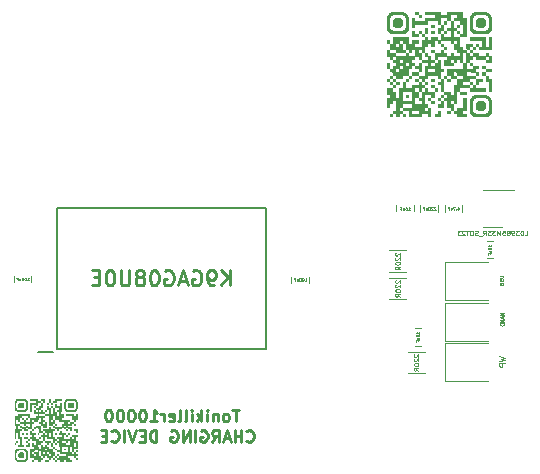
<source format=gbr>
%TF.GenerationSoftware,KiCad,Pcbnew,(6.0.5)*%
%TF.CreationDate,2023-08-07T21:45:28+03:00*%
%TF.ProjectId,JLC2,4a4c4332-2e6b-4696-9361-645f70636258,rev?*%
%TF.SameCoordinates,Original*%
%TF.FileFunction,Legend,Bot*%
%TF.FilePolarity,Positive*%
%FSLAX46Y46*%
G04 Gerber Fmt 4.6, Leading zero omitted, Abs format (unit mm)*
G04 Created by KiCad (PCBNEW (6.0.5)) date 2023-08-07 21:45:28*
%MOMM*%
%LPD*%
G01*
G04 APERTURE LIST*
%ADD10C,0.250000*%
%ADD11C,0.062500*%
%ADD12C,0.100000*%
%ADD13C,0.254000*%
%ADD14C,0.125000*%
%ADD15C,0.075000*%
%ADD16C,0.120000*%
%ADD17C,0.200000*%
G04 APERTURE END LIST*
D10*
X118044285Y-98022380D02*
X117472857Y-98022380D01*
X117758571Y-99022380D02*
X117758571Y-98022380D01*
X116996666Y-99022380D02*
X117091904Y-98974761D01*
X117139523Y-98927142D01*
X117187142Y-98831904D01*
X117187142Y-98546190D01*
X117139523Y-98450952D01*
X117091904Y-98403333D01*
X116996666Y-98355714D01*
X116853809Y-98355714D01*
X116758571Y-98403333D01*
X116710952Y-98450952D01*
X116663333Y-98546190D01*
X116663333Y-98831904D01*
X116710952Y-98927142D01*
X116758571Y-98974761D01*
X116853809Y-99022380D01*
X116996666Y-99022380D01*
X116234761Y-98355714D02*
X116234761Y-99022380D01*
X116234761Y-98450952D02*
X116187142Y-98403333D01*
X116091904Y-98355714D01*
X115949047Y-98355714D01*
X115853809Y-98403333D01*
X115806190Y-98498571D01*
X115806190Y-99022380D01*
X115330000Y-99022380D02*
X115330000Y-98355714D01*
X115330000Y-98022380D02*
X115377619Y-98070000D01*
X115330000Y-98117619D01*
X115282380Y-98070000D01*
X115330000Y-98022380D01*
X115330000Y-98117619D01*
X114853809Y-99022380D02*
X114853809Y-98022380D01*
X114758571Y-98641428D02*
X114472857Y-99022380D01*
X114472857Y-98355714D02*
X114853809Y-98736666D01*
X114044285Y-99022380D02*
X114044285Y-98355714D01*
X114044285Y-98022380D02*
X114091904Y-98070000D01*
X114044285Y-98117619D01*
X113996666Y-98070000D01*
X114044285Y-98022380D01*
X114044285Y-98117619D01*
X113425238Y-99022380D02*
X113520476Y-98974761D01*
X113568095Y-98879523D01*
X113568095Y-98022380D01*
X112901428Y-99022380D02*
X112996666Y-98974761D01*
X113044285Y-98879523D01*
X113044285Y-98022380D01*
X112139523Y-98974761D02*
X112234761Y-99022380D01*
X112425238Y-99022380D01*
X112520476Y-98974761D01*
X112568095Y-98879523D01*
X112568095Y-98498571D01*
X112520476Y-98403333D01*
X112425238Y-98355714D01*
X112234761Y-98355714D01*
X112139523Y-98403333D01*
X112091904Y-98498571D01*
X112091904Y-98593809D01*
X112568095Y-98689047D01*
X111663333Y-99022380D02*
X111663333Y-98355714D01*
X111663333Y-98546190D02*
X111615714Y-98450952D01*
X111568095Y-98403333D01*
X111472857Y-98355714D01*
X111377619Y-98355714D01*
X110520476Y-99022380D02*
X111091904Y-99022380D01*
X110806190Y-99022380D02*
X110806190Y-98022380D01*
X110901428Y-98165238D01*
X110996666Y-98260476D01*
X111091904Y-98308095D01*
X109901428Y-98022380D02*
X109806190Y-98022380D01*
X109710952Y-98070000D01*
X109663333Y-98117619D01*
X109615714Y-98212857D01*
X109568095Y-98403333D01*
X109568095Y-98641428D01*
X109615714Y-98831904D01*
X109663333Y-98927142D01*
X109710952Y-98974761D01*
X109806190Y-99022380D01*
X109901428Y-99022380D01*
X109996666Y-98974761D01*
X110044285Y-98927142D01*
X110091904Y-98831904D01*
X110139523Y-98641428D01*
X110139523Y-98403333D01*
X110091904Y-98212857D01*
X110044285Y-98117619D01*
X109996666Y-98070000D01*
X109901428Y-98022380D01*
X108949047Y-98022380D02*
X108853809Y-98022380D01*
X108758571Y-98070000D01*
X108710952Y-98117619D01*
X108663333Y-98212857D01*
X108615714Y-98403333D01*
X108615714Y-98641428D01*
X108663333Y-98831904D01*
X108710952Y-98927142D01*
X108758571Y-98974761D01*
X108853809Y-99022380D01*
X108949047Y-99022380D01*
X109044285Y-98974761D01*
X109091904Y-98927142D01*
X109139523Y-98831904D01*
X109187142Y-98641428D01*
X109187142Y-98403333D01*
X109139523Y-98212857D01*
X109091904Y-98117619D01*
X109044285Y-98070000D01*
X108949047Y-98022380D01*
X107996666Y-98022380D02*
X107901428Y-98022380D01*
X107806190Y-98070000D01*
X107758571Y-98117619D01*
X107710952Y-98212857D01*
X107663333Y-98403333D01*
X107663333Y-98641428D01*
X107710952Y-98831904D01*
X107758571Y-98927142D01*
X107806190Y-98974761D01*
X107901428Y-99022380D01*
X107996666Y-99022380D01*
X108091904Y-98974761D01*
X108139523Y-98927142D01*
X108187142Y-98831904D01*
X108234761Y-98641428D01*
X108234761Y-98403333D01*
X108187142Y-98212857D01*
X108139523Y-98117619D01*
X108091904Y-98070000D01*
X107996666Y-98022380D01*
X107044285Y-98022380D02*
X106949047Y-98022380D01*
X106853809Y-98070000D01*
X106806190Y-98117619D01*
X106758571Y-98212857D01*
X106710952Y-98403333D01*
X106710952Y-98641428D01*
X106758571Y-98831904D01*
X106806190Y-98927142D01*
X106853809Y-98974761D01*
X106949047Y-99022380D01*
X107044285Y-99022380D01*
X107139523Y-98974761D01*
X107187142Y-98927142D01*
X107234761Y-98831904D01*
X107282380Y-98641428D01*
X107282380Y-98403333D01*
X107234761Y-98212857D01*
X107187142Y-98117619D01*
X107139523Y-98070000D01*
X107044285Y-98022380D01*
X118657142Y-100657142D02*
X118704761Y-100704761D01*
X118847619Y-100752380D01*
X118942857Y-100752380D01*
X119085714Y-100704761D01*
X119180952Y-100609523D01*
X119228571Y-100514285D01*
X119276190Y-100323809D01*
X119276190Y-100180952D01*
X119228571Y-99990476D01*
X119180952Y-99895238D01*
X119085714Y-99800000D01*
X118942857Y-99752380D01*
X118847619Y-99752380D01*
X118704761Y-99800000D01*
X118657142Y-99847619D01*
X118228571Y-100752380D02*
X118228571Y-99752380D01*
X118228571Y-100228571D02*
X117657142Y-100228571D01*
X117657142Y-100752380D02*
X117657142Y-99752380D01*
X117228571Y-100466666D02*
X116752380Y-100466666D01*
X117323809Y-100752380D02*
X116990476Y-99752380D01*
X116657142Y-100752380D01*
X115752380Y-100752380D02*
X116085714Y-100276190D01*
X116323809Y-100752380D02*
X116323809Y-99752380D01*
X115942857Y-99752380D01*
X115847619Y-99800000D01*
X115800000Y-99847619D01*
X115752380Y-99942857D01*
X115752380Y-100085714D01*
X115800000Y-100180952D01*
X115847619Y-100228571D01*
X115942857Y-100276190D01*
X116323809Y-100276190D01*
X114800000Y-99800000D02*
X114895238Y-99752380D01*
X115038095Y-99752380D01*
X115180952Y-99800000D01*
X115276190Y-99895238D01*
X115323809Y-99990476D01*
X115371428Y-100180952D01*
X115371428Y-100323809D01*
X115323809Y-100514285D01*
X115276190Y-100609523D01*
X115180952Y-100704761D01*
X115038095Y-100752380D01*
X114942857Y-100752380D01*
X114800000Y-100704761D01*
X114752380Y-100657142D01*
X114752380Y-100323809D01*
X114942857Y-100323809D01*
X114323809Y-100752380D02*
X114323809Y-99752380D01*
X113847619Y-100752380D02*
X113847619Y-99752380D01*
X113276190Y-100752380D01*
X113276190Y-99752380D01*
X112276190Y-99800000D02*
X112371428Y-99752380D01*
X112514285Y-99752380D01*
X112657142Y-99800000D01*
X112752380Y-99895238D01*
X112800000Y-99990476D01*
X112847619Y-100180952D01*
X112847619Y-100323809D01*
X112800000Y-100514285D01*
X112752380Y-100609523D01*
X112657142Y-100704761D01*
X112514285Y-100752380D01*
X112419047Y-100752380D01*
X112276190Y-100704761D01*
X112228571Y-100657142D01*
X112228571Y-100323809D01*
X112419047Y-100323809D01*
X111038095Y-100752380D02*
X111038095Y-99752380D01*
X110800000Y-99752380D01*
X110657142Y-99800000D01*
X110561904Y-99895238D01*
X110514285Y-99990476D01*
X110466666Y-100180952D01*
X110466666Y-100323809D01*
X110514285Y-100514285D01*
X110561904Y-100609523D01*
X110657142Y-100704761D01*
X110800000Y-100752380D01*
X111038095Y-100752380D01*
X110038095Y-100228571D02*
X109704761Y-100228571D01*
X109561904Y-100752380D02*
X110038095Y-100752380D01*
X110038095Y-99752380D01*
X109561904Y-99752380D01*
X109276190Y-99752380D02*
X108942857Y-100752380D01*
X108609523Y-99752380D01*
X108276190Y-100752380D02*
X108276190Y-99752380D01*
X107228571Y-100657142D02*
X107276190Y-100704761D01*
X107419047Y-100752380D01*
X107514285Y-100752380D01*
X107657142Y-100704761D01*
X107752380Y-100609523D01*
X107800000Y-100514285D01*
X107847619Y-100323809D01*
X107847619Y-100180952D01*
X107800000Y-99990476D01*
X107752380Y-99895238D01*
X107657142Y-99800000D01*
X107514285Y-99752380D01*
X107419047Y-99752380D01*
X107276190Y-99800000D01*
X107228571Y-99847619D01*
X106800000Y-100228571D02*
X106466666Y-100228571D01*
X106323809Y-100752380D02*
X106800000Y-100752380D01*
X106800000Y-99752380D01*
X106323809Y-99752380D01*
D11*
%TO.C,C19*%
X134659762Y-80896903D02*
X134647858Y-80884999D01*
X134624048Y-80873094D01*
X134564524Y-80873094D01*
X134540715Y-80884999D01*
X134528810Y-80896903D01*
X134516905Y-80920713D01*
X134516905Y-80944522D01*
X134528810Y-80980237D01*
X134671667Y-81123094D01*
X134516905Y-81123094D01*
X134421667Y-80896903D02*
X134409762Y-80884999D01*
X134385953Y-80873094D01*
X134326429Y-80873094D01*
X134302620Y-80884999D01*
X134290715Y-80896903D01*
X134278810Y-80920713D01*
X134278810Y-80944522D01*
X134290715Y-80980237D01*
X134433572Y-81123094D01*
X134278810Y-81123094D01*
X134124048Y-80873094D02*
X134100239Y-80873094D01*
X134076429Y-80884999D01*
X134064524Y-80896903D01*
X134052620Y-80920713D01*
X134040715Y-80968332D01*
X134040715Y-81027856D01*
X134052620Y-81075475D01*
X134064524Y-81099284D01*
X134076429Y-81111189D01*
X134100239Y-81123094D01*
X134124048Y-81123094D01*
X134147858Y-81111189D01*
X134159762Y-81099284D01*
X134171667Y-81075475D01*
X134183572Y-81027856D01*
X134183572Y-80968332D01*
X134171667Y-80920713D01*
X134159762Y-80896903D01*
X134147858Y-80884999D01*
X134124048Y-80873094D01*
X133933572Y-80956427D02*
X133933572Y-81123094D01*
X133933572Y-80980237D02*
X133921667Y-80968332D01*
X133897858Y-80956427D01*
X133862143Y-80956427D01*
X133838334Y-80968332D01*
X133826429Y-80992141D01*
X133826429Y-81123094D01*
X133624048Y-80992141D02*
X133707381Y-80992141D01*
X133707381Y-81123094D02*
X133707381Y-80873094D01*
X133588334Y-80873094D01*
D12*
%TO.C,U1*%
X142213334Y-83260951D02*
X142403810Y-83260951D01*
X142403810Y-82860951D01*
X142080001Y-83260951D02*
X142080001Y-82860951D01*
X141984762Y-82860951D01*
X141927620Y-82879999D01*
X141889524Y-82918094D01*
X141870477Y-82956189D01*
X141851429Y-83032379D01*
X141851429Y-83089522D01*
X141870477Y-83165713D01*
X141889524Y-83203808D01*
X141927620Y-83241903D01*
X141984762Y-83260951D01*
X142080001Y-83260951D01*
X141718096Y-82860951D02*
X141470477Y-82860951D01*
X141603810Y-83013332D01*
X141546667Y-83013332D01*
X141508572Y-83032379D01*
X141489524Y-83051427D01*
X141470477Y-83089522D01*
X141470477Y-83184760D01*
X141489524Y-83222856D01*
X141508572Y-83241903D01*
X141546667Y-83260951D01*
X141660953Y-83260951D01*
X141699048Y-83241903D01*
X141718096Y-83222856D01*
X141280001Y-83260951D02*
X141203810Y-83260951D01*
X141165715Y-83241903D01*
X141146667Y-83222856D01*
X141108572Y-83165713D01*
X141089524Y-83089522D01*
X141089524Y-82937141D01*
X141108572Y-82899046D01*
X141127620Y-82879999D01*
X141165715Y-82860951D01*
X141241905Y-82860951D01*
X141280001Y-82879999D01*
X141299048Y-82899046D01*
X141318096Y-82937141D01*
X141318096Y-83032379D01*
X141299048Y-83070475D01*
X141280001Y-83089522D01*
X141241905Y-83108570D01*
X141165715Y-83108570D01*
X141127620Y-83089522D01*
X141108572Y-83070475D01*
X141089524Y-83032379D01*
X140860953Y-83032379D02*
X140899048Y-83013332D01*
X140918096Y-82994284D01*
X140937143Y-82956189D01*
X140937143Y-82937141D01*
X140918096Y-82899046D01*
X140899048Y-82879999D01*
X140860953Y-82860951D01*
X140784762Y-82860951D01*
X140746667Y-82879999D01*
X140727620Y-82899046D01*
X140708572Y-82937141D01*
X140708572Y-82956189D01*
X140727620Y-82994284D01*
X140746667Y-83013332D01*
X140784762Y-83032379D01*
X140860953Y-83032379D01*
X140899048Y-83051427D01*
X140918096Y-83070475D01*
X140937143Y-83108570D01*
X140937143Y-83184760D01*
X140918096Y-83222856D01*
X140899048Y-83241903D01*
X140860953Y-83260951D01*
X140784762Y-83260951D01*
X140746667Y-83241903D01*
X140727620Y-83222856D01*
X140708572Y-83184760D01*
X140708572Y-83108570D01*
X140727620Y-83070475D01*
X140746667Y-83051427D01*
X140784762Y-83032379D01*
X140346667Y-82860951D02*
X140537143Y-82860951D01*
X140556191Y-83051427D01*
X140537143Y-83032379D01*
X140499048Y-83013332D01*
X140403810Y-83013332D01*
X140365715Y-83032379D01*
X140346667Y-83051427D01*
X140327620Y-83089522D01*
X140327620Y-83184760D01*
X140346667Y-83222856D01*
X140365715Y-83241903D01*
X140403810Y-83260951D01*
X140499048Y-83260951D01*
X140537143Y-83241903D01*
X140556191Y-83222856D01*
X140156191Y-83260951D02*
X140156191Y-82860951D01*
X140022858Y-83146665D01*
X139889524Y-82860951D01*
X139889524Y-83260951D01*
X139737143Y-82860951D02*
X139489524Y-82860951D01*
X139622858Y-83013332D01*
X139565715Y-83013332D01*
X139527620Y-83032379D01*
X139508572Y-83051427D01*
X139489524Y-83089522D01*
X139489524Y-83184760D01*
X139508572Y-83222856D01*
X139527620Y-83241903D01*
X139565715Y-83260951D01*
X139680001Y-83260951D01*
X139718096Y-83241903D01*
X139737143Y-83222856D01*
X139356191Y-82860951D02*
X139108572Y-82860951D01*
X139241905Y-83013332D01*
X139184762Y-83013332D01*
X139146667Y-83032379D01*
X139127620Y-83051427D01*
X139108572Y-83089522D01*
X139108572Y-83184760D01*
X139127620Y-83222856D01*
X139146667Y-83241903D01*
X139184762Y-83260951D01*
X139299048Y-83260951D01*
X139337143Y-83241903D01*
X139356191Y-83222856D01*
X138708572Y-83260951D02*
X138841905Y-83070475D01*
X138937143Y-83260951D02*
X138937143Y-82860951D01*
X138784762Y-82860951D01*
X138746667Y-82879999D01*
X138727620Y-82899046D01*
X138708572Y-82937141D01*
X138708572Y-82994284D01*
X138727620Y-83032379D01*
X138746667Y-83051427D01*
X138784762Y-83070475D01*
X138937143Y-83070475D01*
X138632381Y-83299046D02*
X138327620Y-83299046D01*
X138251429Y-83241903D02*
X138194286Y-83260951D01*
X138099048Y-83260951D01*
X138060953Y-83241903D01*
X138041905Y-83222856D01*
X138022858Y-83184760D01*
X138022858Y-83146665D01*
X138041905Y-83108570D01*
X138060953Y-83089522D01*
X138099048Y-83070475D01*
X138175239Y-83051427D01*
X138213334Y-83032379D01*
X138232381Y-83013332D01*
X138251429Y-82975237D01*
X138251429Y-82937141D01*
X138232381Y-82899046D01*
X138213334Y-82879999D01*
X138175239Y-82860951D01*
X138080001Y-82860951D01*
X138022858Y-82879999D01*
X137775239Y-82860951D02*
X137699048Y-82860951D01*
X137660953Y-82879999D01*
X137622858Y-82918094D01*
X137603810Y-82994284D01*
X137603810Y-83127618D01*
X137622858Y-83203808D01*
X137660953Y-83241903D01*
X137699048Y-83260951D01*
X137775239Y-83260951D01*
X137813334Y-83241903D01*
X137851429Y-83203808D01*
X137870477Y-83127618D01*
X137870477Y-82994284D01*
X137851429Y-82918094D01*
X137813334Y-82879999D01*
X137775239Y-82860951D01*
X137489524Y-82860951D02*
X137260953Y-82860951D01*
X137375239Y-83260951D02*
X137375239Y-82860951D01*
X137146667Y-82899046D02*
X137127620Y-82879999D01*
X137089524Y-82860951D01*
X136994286Y-82860951D01*
X136956191Y-82879999D01*
X136937143Y-82899046D01*
X136918096Y-82937141D01*
X136918096Y-82975237D01*
X136937143Y-83032379D01*
X137165715Y-83260951D01*
X136918096Y-83260951D01*
X136784762Y-82860951D02*
X136537143Y-82860951D01*
X136670477Y-83013332D01*
X136613334Y-83013332D01*
X136575239Y-83032379D01*
X136556191Y-83051427D01*
X136537143Y-83089522D01*
X136537143Y-83184760D01*
X136556191Y-83222856D01*
X136575239Y-83241903D01*
X136613334Y-83260951D01*
X136727620Y-83260951D01*
X136765715Y-83241903D01*
X136784762Y-83222856D01*
D11*
%TO.C,C10*%
X133283096Y-91582141D02*
X133283096Y-91439284D01*
X133283096Y-91510713D02*
X133033096Y-91510713D01*
X133068810Y-91486903D01*
X133092620Y-91463094D01*
X133104524Y-91439284D01*
X133033096Y-91736903D02*
X133033096Y-91760713D01*
X133045001Y-91784522D01*
X133056905Y-91796427D01*
X133080715Y-91808332D01*
X133128334Y-91820237D01*
X133187858Y-91820237D01*
X133235477Y-91808332D01*
X133259286Y-91796427D01*
X133271191Y-91784522D01*
X133283096Y-91760713D01*
X133283096Y-91736903D01*
X133271191Y-91713094D01*
X133259286Y-91701189D01*
X133235477Y-91689284D01*
X133187858Y-91677379D01*
X133128334Y-91677379D01*
X133080715Y-91689284D01*
X133056905Y-91701189D01*
X133045001Y-91713094D01*
X133033096Y-91736903D01*
X133116429Y-91927379D02*
X133283096Y-91927379D01*
X133140239Y-91927379D02*
X133128334Y-91939284D01*
X133116429Y-91963094D01*
X133116429Y-91998808D01*
X133128334Y-92022618D01*
X133152143Y-92034522D01*
X133283096Y-92034522D01*
X133152143Y-92236903D02*
X133152143Y-92153570D01*
X133283096Y-92153570D02*
X133033096Y-92153570D01*
X133033096Y-92272618D01*
%TO.C,C2*%
X100096905Y-87093094D02*
X100239762Y-87093094D01*
X100168334Y-87093094D02*
X100168334Y-86843094D01*
X100192143Y-86878808D01*
X100215953Y-86902618D01*
X100239762Y-86914522D01*
X99942143Y-86843094D02*
X99918334Y-86843094D01*
X99894524Y-86854999D01*
X99882620Y-86866903D01*
X99870715Y-86890713D01*
X99858810Y-86938332D01*
X99858810Y-86997856D01*
X99870715Y-87045475D01*
X99882620Y-87069284D01*
X99894524Y-87081189D01*
X99918334Y-87093094D01*
X99942143Y-87093094D01*
X99965953Y-87081189D01*
X99977858Y-87069284D01*
X99989762Y-87045475D01*
X100001667Y-86997856D01*
X100001667Y-86938332D01*
X99989762Y-86890713D01*
X99977858Y-86866903D01*
X99965953Y-86854999D01*
X99942143Y-86843094D01*
X99704048Y-86843094D02*
X99680239Y-86843094D01*
X99656429Y-86854999D01*
X99644524Y-86866903D01*
X99632620Y-86890713D01*
X99620715Y-86938332D01*
X99620715Y-86997856D01*
X99632620Y-87045475D01*
X99644524Y-87069284D01*
X99656429Y-87081189D01*
X99680239Y-87093094D01*
X99704048Y-87093094D01*
X99727858Y-87081189D01*
X99739762Y-87069284D01*
X99751667Y-87045475D01*
X99763572Y-86997856D01*
X99763572Y-86938332D01*
X99751667Y-86890713D01*
X99739762Y-86866903D01*
X99727858Y-86854999D01*
X99704048Y-86843094D01*
X99513572Y-86926427D02*
X99513572Y-87093094D01*
X99513572Y-86950237D02*
X99501667Y-86938332D01*
X99477858Y-86926427D01*
X99442143Y-86926427D01*
X99418334Y-86938332D01*
X99406429Y-86962141D01*
X99406429Y-87093094D01*
X99204048Y-86962141D02*
X99287381Y-86962141D01*
X99287381Y-87093094D02*
X99287381Y-86843094D01*
X99168334Y-86843094D01*
D13*
%TO.C,m2*%
X117263715Y-87504522D02*
X117263715Y-86234522D01*
X116538001Y-87504522D02*
X117082286Y-86778808D01*
X116538001Y-86234522D02*
X117263715Y-86960237D01*
X115933239Y-87504522D02*
X115691334Y-87504522D01*
X115570381Y-87444046D01*
X115509905Y-87383570D01*
X115388953Y-87202141D01*
X115328477Y-86960237D01*
X115328477Y-86476427D01*
X115388953Y-86355475D01*
X115449429Y-86294999D01*
X115570381Y-86234522D01*
X115812286Y-86234522D01*
X115933239Y-86294999D01*
X115993715Y-86355475D01*
X116054191Y-86476427D01*
X116054191Y-86778808D01*
X115993715Y-86899760D01*
X115933239Y-86960237D01*
X115812286Y-87020713D01*
X115570381Y-87020713D01*
X115449429Y-86960237D01*
X115388953Y-86899760D01*
X115328477Y-86778808D01*
X114118953Y-86294999D02*
X114239905Y-86234522D01*
X114421334Y-86234522D01*
X114602762Y-86294999D01*
X114723715Y-86415951D01*
X114784191Y-86536903D01*
X114844667Y-86778808D01*
X114844667Y-86960237D01*
X114784191Y-87202141D01*
X114723715Y-87323094D01*
X114602762Y-87444046D01*
X114421334Y-87504522D01*
X114300381Y-87504522D01*
X114118953Y-87444046D01*
X114058477Y-87383570D01*
X114058477Y-86960237D01*
X114300381Y-86960237D01*
X113574667Y-87141665D02*
X112969905Y-87141665D01*
X113695620Y-87504522D02*
X113272286Y-86234522D01*
X112848953Y-87504522D01*
X111760381Y-86294999D02*
X111881334Y-86234522D01*
X112062762Y-86234522D01*
X112244191Y-86294999D01*
X112365143Y-86415951D01*
X112425620Y-86536903D01*
X112486096Y-86778808D01*
X112486096Y-86960237D01*
X112425620Y-87202141D01*
X112365143Y-87323094D01*
X112244191Y-87444046D01*
X112062762Y-87504522D01*
X111941810Y-87504522D01*
X111760381Y-87444046D01*
X111699905Y-87383570D01*
X111699905Y-86960237D01*
X111941810Y-86960237D01*
X110913715Y-86234522D02*
X110792762Y-86234522D01*
X110671810Y-86294999D01*
X110611334Y-86355475D01*
X110550858Y-86476427D01*
X110490381Y-86718332D01*
X110490381Y-87020713D01*
X110550858Y-87262618D01*
X110611334Y-87383570D01*
X110671810Y-87444046D01*
X110792762Y-87504522D01*
X110913715Y-87504522D01*
X111034667Y-87444046D01*
X111095143Y-87383570D01*
X111155620Y-87262618D01*
X111216096Y-87020713D01*
X111216096Y-86718332D01*
X111155620Y-86476427D01*
X111095143Y-86355475D01*
X111034667Y-86294999D01*
X110913715Y-86234522D01*
X109764667Y-86778808D02*
X109885620Y-86718332D01*
X109946096Y-86657856D01*
X110006572Y-86536903D01*
X110006572Y-86476427D01*
X109946096Y-86355475D01*
X109885620Y-86294999D01*
X109764667Y-86234522D01*
X109522762Y-86234522D01*
X109401810Y-86294999D01*
X109341334Y-86355475D01*
X109280858Y-86476427D01*
X109280858Y-86536903D01*
X109341334Y-86657856D01*
X109401810Y-86718332D01*
X109522762Y-86778808D01*
X109764667Y-86778808D01*
X109885620Y-86839284D01*
X109946096Y-86899760D01*
X110006572Y-87020713D01*
X110006572Y-87262618D01*
X109946096Y-87383570D01*
X109885620Y-87444046D01*
X109764667Y-87504522D01*
X109522762Y-87504522D01*
X109401810Y-87444046D01*
X109341334Y-87383570D01*
X109280858Y-87262618D01*
X109280858Y-87020713D01*
X109341334Y-86899760D01*
X109401810Y-86839284D01*
X109522762Y-86778808D01*
X108736572Y-86234522D02*
X108736572Y-87262618D01*
X108676096Y-87383570D01*
X108615620Y-87444046D01*
X108494667Y-87504522D01*
X108252762Y-87504522D01*
X108131810Y-87444046D01*
X108071334Y-87383570D01*
X108010858Y-87262618D01*
X108010858Y-86234522D01*
X107164191Y-86234522D02*
X107043239Y-86234522D01*
X106922286Y-86294999D01*
X106861810Y-86355475D01*
X106801334Y-86476427D01*
X106740858Y-86718332D01*
X106740858Y-87020713D01*
X106801334Y-87262618D01*
X106861810Y-87383570D01*
X106922286Y-87444046D01*
X107043239Y-87504522D01*
X107164191Y-87504522D01*
X107285143Y-87444046D01*
X107345620Y-87383570D01*
X107406096Y-87262618D01*
X107466572Y-87020713D01*
X107466572Y-86718332D01*
X107406096Y-86476427D01*
X107345620Y-86355475D01*
X107285143Y-86294999D01*
X107164191Y-86234522D01*
X106196572Y-86839284D02*
X105773239Y-86839284D01*
X105591810Y-87504522D02*
X106196572Y-87504522D01*
X106196572Y-86234522D01*
X105591810Y-86234522D01*
D11*
%TO.C,C6*%
X123596905Y-87123094D02*
X123739762Y-87123094D01*
X123668334Y-87123094D02*
X123668334Y-86873094D01*
X123692143Y-86908808D01*
X123715953Y-86932618D01*
X123739762Y-86944522D01*
X123442143Y-86873094D02*
X123418334Y-86873094D01*
X123394524Y-86884999D01*
X123382620Y-86896903D01*
X123370715Y-86920713D01*
X123358810Y-86968332D01*
X123358810Y-87027856D01*
X123370715Y-87075475D01*
X123382620Y-87099284D01*
X123394524Y-87111189D01*
X123418334Y-87123094D01*
X123442143Y-87123094D01*
X123465953Y-87111189D01*
X123477858Y-87099284D01*
X123489762Y-87075475D01*
X123501667Y-87027856D01*
X123501667Y-86968332D01*
X123489762Y-86920713D01*
X123477858Y-86896903D01*
X123465953Y-86884999D01*
X123442143Y-86873094D01*
X123204048Y-86873094D02*
X123180239Y-86873094D01*
X123156429Y-86884999D01*
X123144524Y-86896903D01*
X123132620Y-86920713D01*
X123120715Y-86968332D01*
X123120715Y-87027856D01*
X123132620Y-87075475D01*
X123144524Y-87099284D01*
X123156429Y-87111189D01*
X123180239Y-87123094D01*
X123204048Y-87123094D01*
X123227858Y-87111189D01*
X123239762Y-87099284D01*
X123251667Y-87075475D01*
X123263572Y-87027856D01*
X123263572Y-86968332D01*
X123251667Y-86920713D01*
X123239762Y-86896903D01*
X123227858Y-86884999D01*
X123204048Y-86873094D01*
X123013572Y-86956427D02*
X123013572Y-87123094D01*
X123013572Y-86980237D02*
X123001667Y-86968332D01*
X122977858Y-86956427D01*
X122942143Y-86956427D01*
X122918334Y-86968332D01*
X122906429Y-86992141D01*
X122906429Y-87123094D01*
X122704048Y-86992141D02*
X122787381Y-86992141D01*
X122787381Y-87123094D02*
X122787381Y-86873094D01*
X122668334Y-86873094D01*
%TO.C,C17*%
X132357858Y-81153094D02*
X132500715Y-81153094D01*
X132429286Y-81153094D02*
X132429286Y-80903094D01*
X132453096Y-80938808D01*
X132476905Y-80962618D01*
X132500715Y-80974522D01*
X132203096Y-80903094D02*
X132179286Y-80903094D01*
X132155477Y-80914999D01*
X132143572Y-80926903D01*
X132131667Y-80950713D01*
X132119762Y-80998332D01*
X132119762Y-81057856D01*
X132131667Y-81105475D01*
X132143572Y-81129284D01*
X132155477Y-81141189D01*
X132179286Y-81153094D01*
X132203096Y-81153094D01*
X132226905Y-81141189D01*
X132238810Y-81129284D01*
X132250715Y-81105475D01*
X132262620Y-81057856D01*
X132262620Y-80998332D01*
X132250715Y-80950713D01*
X132238810Y-80926903D01*
X132226905Y-80914999D01*
X132203096Y-80903094D01*
X132012620Y-80986427D02*
X132012620Y-81153094D01*
X132012620Y-81010237D02*
X132000715Y-80998332D01*
X131976905Y-80986427D01*
X131941191Y-80986427D01*
X131917381Y-80998332D01*
X131905477Y-81022141D01*
X131905477Y-81153094D01*
X131703096Y-81022141D02*
X131786429Y-81022141D01*
X131786429Y-81153094D02*
X131786429Y-80903094D01*
X131667381Y-80903094D01*
D14*
%TO.C,D3*%
X140076191Y-93495713D02*
X140576191Y-93614760D01*
X140219048Y-93709999D01*
X140576191Y-93805237D01*
X140076191Y-93924284D01*
X140576191Y-94114760D02*
X140076191Y-94114760D01*
X140076191Y-94305237D01*
X140100001Y-94352856D01*
X140123810Y-94376665D01*
X140171429Y-94400475D01*
X140242858Y-94400475D01*
X140290477Y-94376665D01*
X140314286Y-94352856D01*
X140338096Y-94305237D01*
X140338096Y-94114760D01*
D11*
%TO.C,C11*%
X139403096Y-84212141D02*
X139403096Y-84069284D01*
X139403096Y-84140713D02*
X139153096Y-84140713D01*
X139188810Y-84116903D01*
X139212620Y-84093094D01*
X139224524Y-84069284D01*
X139153096Y-84366903D02*
X139153096Y-84390713D01*
X139165001Y-84414522D01*
X139176905Y-84426427D01*
X139200715Y-84438332D01*
X139248334Y-84450237D01*
X139307858Y-84450237D01*
X139355477Y-84438332D01*
X139379286Y-84426427D01*
X139391191Y-84414522D01*
X139403096Y-84390713D01*
X139403096Y-84366903D01*
X139391191Y-84343094D01*
X139379286Y-84331189D01*
X139355477Y-84319284D01*
X139307858Y-84307379D01*
X139248334Y-84307379D01*
X139200715Y-84319284D01*
X139176905Y-84331189D01*
X139165001Y-84343094D01*
X139153096Y-84366903D01*
X139236429Y-84557379D02*
X139403096Y-84557379D01*
X139260239Y-84557379D02*
X139248334Y-84569284D01*
X139236429Y-84593094D01*
X139236429Y-84628808D01*
X139248334Y-84652618D01*
X139272143Y-84664522D01*
X139403096Y-84664522D01*
X139272143Y-84866903D02*
X139272143Y-84783570D01*
X139403096Y-84783570D02*
X139153096Y-84783570D01*
X139153096Y-84902618D01*
%TO.C,C12*%
X136541191Y-80926427D02*
X136541191Y-81093094D01*
X136600715Y-80831189D02*
X136660239Y-81009760D01*
X136505477Y-81009760D01*
X136410239Y-81069284D02*
X136398334Y-81081189D01*
X136410239Y-81093094D01*
X136422143Y-81081189D01*
X136410239Y-81069284D01*
X136410239Y-81093094D01*
X136315001Y-80843094D02*
X136148334Y-80843094D01*
X136255477Y-81093094D01*
X135945953Y-80926427D02*
X135945953Y-81093094D01*
X136053096Y-80926427D02*
X136053096Y-81057379D01*
X136041191Y-81081189D01*
X136017381Y-81093094D01*
X135981667Y-81093094D01*
X135957858Y-81081189D01*
X135945953Y-81069284D01*
X135743572Y-80962141D02*
X135826905Y-80962141D01*
X135826905Y-81093094D02*
X135826905Y-80843094D01*
X135707858Y-80843094D01*
D12*
%TO.C,R1*%
X131306548Y-87074760D02*
X131287501Y-87093808D01*
X131268453Y-87131903D01*
X131268453Y-87227141D01*
X131287501Y-87265237D01*
X131306548Y-87284284D01*
X131344643Y-87303332D01*
X131382739Y-87303332D01*
X131439881Y-87284284D01*
X131668453Y-87055713D01*
X131668453Y-87303332D01*
X131306548Y-87455713D02*
X131287501Y-87474760D01*
X131268453Y-87512856D01*
X131268453Y-87608094D01*
X131287501Y-87646189D01*
X131306548Y-87665237D01*
X131344643Y-87684284D01*
X131382739Y-87684284D01*
X131439881Y-87665237D01*
X131668453Y-87436665D01*
X131668453Y-87684284D01*
X131268453Y-87931903D02*
X131268453Y-87969999D01*
X131287501Y-88008094D01*
X131306548Y-88027141D01*
X131344643Y-88046189D01*
X131420834Y-88065237D01*
X131516072Y-88065237D01*
X131592262Y-88046189D01*
X131630358Y-88027141D01*
X131649405Y-88008094D01*
X131668453Y-87969999D01*
X131668453Y-87931903D01*
X131649405Y-87893808D01*
X131630358Y-87874760D01*
X131592262Y-87855713D01*
X131516072Y-87836665D01*
X131420834Y-87836665D01*
X131344643Y-87855713D01*
X131306548Y-87874760D01*
X131287501Y-87893808D01*
X131268453Y-87931903D01*
X131668453Y-88465237D02*
X131477977Y-88331903D01*
X131668453Y-88236665D02*
X131268453Y-88236665D01*
X131268453Y-88389046D01*
X131287501Y-88427141D01*
X131306548Y-88446189D01*
X131344643Y-88465237D01*
X131401786Y-88465237D01*
X131439881Y-88446189D01*
X131458929Y-88427141D01*
X131477977Y-88389046D01*
X131477977Y-88236665D01*
%TO.C,R7*%
X132859048Y-93324760D02*
X132840001Y-93343808D01*
X132820953Y-93381903D01*
X132820953Y-93477141D01*
X132840001Y-93515237D01*
X132859048Y-93534284D01*
X132897143Y-93553332D01*
X132935239Y-93553332D01*
X132992381Y-93534284D01*
X133220953Y-93305713D01*
X133220953Y-93553332D01*
X132859048Y-93705713D02*
X132840001Y-93724760D01*
X132820953Y-93762856D01*
X132820953Y-93858094D01*
X132840001Y-93896189D01*
X132859048Y-93915237D01*
X132897143Y-93934284D01*
X132935239Y-93934284D01*
X132992381Y-93915237D01*
X133220953Y-93686665D01*
X133220953Y-93934284D01*
X132820953Y-94181903D02*
X132820953Y-94219999D01*
X132840001Y-94258094D01*
X132859048Y-94277141D01*
X132897143Y-94296189D01*
X132973334Y-94315237D01*
X133068572Y-94315237D01*
X133144762Y-94296189D01*
X133182858Y-94277141D01*
X133201905Y-94258094D01*
X133220953Y-94219999D01*
X133220953Y-94181903D01*
X133201905Y-94143808D01*
X133182858Y-94124760D01*
X133144762Y-94105713D01*
X133068572Y-94086665D01*
X132973334Y-94086665D01*
X132897143Y-94105713D01*
X132859048Y-94124760D01*
X132840001Y-94143808D01*
X132820953Y-94181903D01*
X133220953Y-94715237D02*
X133030477Y-94581903D01*
X133220953Y-94486665D02*
X132820953Y-94486665D01*
X132820953Y-94639046D01*
X132840001Y-94677141D01*
X132859048Y-94696189D01*
X132897143Y-94715237D01*
X132954286Y-94715237D01*
X132992381Y-94696189D01*
X133011429Y-94677141D01*
X133030477Y-94639046D01*
X133030477Y-94486665D01*
D15*
%TO.C,D2*%
X140095715Y-86681427D02*
X140338572Y-86681427D01*
X140367143Y-86695713D01*
X140381429Y-86709999D01*
X140395715Y-86738570D01*
X140395715Y-86795713D01*
X140381429Y-86824284D01*
X140367143Y-86838570D01*
X140338572Y-86852856D01*
X140095715Y-86852856D01*
X140381429Y-86981427D02*
X140395715Y-87024284D01*
X140395715Y-87095713D01*
X140381429Y-87124284D01*
X140367143Y-87138570D01*
X140338572Y-87152856D01*
X140310001Y-87152856D01*
X140281429Y-87138570D01*
X140267143Y-87124284D01*
X140252858Y-87095713D01*
X140238572Y-87038570D01*
X140224286Y-87009999D01*
X140210001Y-86995713D01*
X140181429Y-86981427D01*
X140152858Y-86981427D01*
X140124286Y-86995713D01*
X140110001Y-87009999D01*
X140095715Y-87038570D01*
X140095715Y-87109999D01*
X140110001Y-87152856D01*
X140238572Y-87381427D02*
X140252858Y-87424284D01*
X140267143Y-87438570D01*
X140295715Y-87452856D01*
X140338572Y-87452856D01*
X140367143Y-87438570D01*
X140381429Y-87424284D01*
X140395715Y-87395713D01*
X140395715Y-87281427D01*
X140095715Y-87281427D01*
X140095715Y-87381427D01*
X140110001Y-87409999D01*
X140124286Y-87424284D01*
X140152858Y-87438570D01*
X140181429Y-87438570D01*
X140210001Y-87424284D01*
X140224286Y-87409999D01*
X140238572Y-87381427D01*
X140238572Y-87281427D01*
D12*
%TO.C,R2*%
X131299048Y-84754760D02*
X131280001Y-84773808D01*
X131260953Y-84811903D01*
X131260953Y-84907141D01*
X131280001Y-84945237D01*
X131299048Y-84964284D01*
X131337143Y-84983332D01*
X131375239Y-84983332D01*
X131432381Y-84964284D01*
X131660953Y-84735713D01*
X131660953Y-84983332D01*
X131299048Y-85135713D02*
X131280001Y-85154760D01*
X131260953Y-85192856D01*
X131260953Y-85288094D01*
X131280001Y-85326189D01*
X131299048Y-85345237D01*
X131337143Y-85364284D01*
X131375239Y-85364284D01*
X131432381Y-85345237D01*
X131660953Y-85116665D01*
X131660953Y-85364284D01*
X131260953Y-85611903D02*
X131260953Y-85649999D01*
X131280001Y-85688094D01*
X131299048Y-85707141D01*
X131337143Y-85726189D01*
X131413334Y-85745237D01*
X131508572Y-85745237D01*
X131584762Y-85726189D01*
X131622858Y-85707141D01*
X131641905Y-85688094D01*
X131660953Y-85649999D01*
X131660953Y-85611903D01*
X131641905Y-85573808D01*
X131622858Y-85554760D01*
X131584762Y-85535713D01*
X131508572Y-85516665D01*
X131413334Y-85516665D01*
X131337143Y-85535713D01*
X131299048Y-85554760D01*
X131280001Y-85573808D01*
X131260953Y-85611903D01*
X131660953Y-86145237D02*
X131470477Y-86011903D01*
X131660953Y-85916665D02*
X131260953Y-85916665D01*
X131260953Y-86069046D01*
X131280001Y-86107141D01*
X131299048Y-86126189D01*
X131337143Y-86145237D01*
X131394286Y-86145237D01*
X131432381Y-86126189D01*
X131451429Y-86107141D01*
X131470477Y-86069046D01*
X131470477Y-85916665D01*
D15*
%TO.C,D1*%
X140445715Y-89848570D02*
X140145715Y-89848570D01*
X140445715Y-90019999D01*
X140145715Y-90019999D01*
X140360001Y-90148570D02*
X140360001Y-90291427D01*
X140445715Y-90119999D02*
X140145715Y-90219999D01*
X140445715Y-90319999D01*
X140445715Y-90419999D02*
X140145715Y-90419999D01*
X140445715Y-90591427D01*
X140145715Y-90591427D01*
X140445715Y-90734284D02*
X140145715Y-90734284D01*
X140145715Y-90805713D01*
X140160001Y-90848570D01*
X140188572Y-90877141D01*
X140217143Y-90891427D01*
X140274286Y-90905713D01*
X140317143Y-90905713D01*
X140374286Y-90891427D01*
X140402858Y-90877141D01*
X140431429Y-90848570D01*
X140445715Y-90805713D01*
X140445715Y-90734284D01*
D16*
%TO.C,C19*%
X133395001Y-81261251D02*
X133395001Y-80738747D01*
X134865001Y-81261251D02*
X134865001Y-80738747D01*
%TO.C,U1*%
X139500001Y-79429999D02*
X141300001Y-79429999D01*
X139500001Y-79429999D02*
X138700001Y-79429999D01*
X139500001Y-82549999D02*
X140300001Y-82549999D01*
X139500001Y-82549999D02*
X138700001Y-82549999D01*
%TO.C,C10*%
X132948749Y-92604999D02*
X133471253Y-92604999D01*
X132948749Y-91134999D02*
X133471253Y-91134999D01*
%TO.C,C2*%
X98945001Y-86708747D02*
X98945001Y-87231251D01*
X100415001Y-86708747D02*
X100415001Y-87231251D01*
D17*
%TO.C,m2*%
X100983001Y-93179999D02*
X102258001Y-93179999D01*
X120308001Y-92929999D02*
X120308001Y-80929999D01*
X102608001Y-92929999D02*
X120308001Y-92929999D01*
X102608001Y-80929999D02*
X102608001Y-92929999D01*
X120308001Y-80929999D02*
X102608001Y-80929999D01*
D16*
%TO.C,C6*%
X122455001Y-86758747D02*
X122455001Y-87281251D01*
X123925001Y-86758747D02*
X123925001Y-87281251D01*
%TO.C,C17*%
X131365001Y-81251251D02*
X131365001Y-80728747D01*
X132835001Y-81251251D02*
X132835001Y-80728747D01*
%TO.C,G\u002A\u002A\u002A*%
G36*
X103406172Y-101486172D02*
G01*
X103240623Y-101486172D01*
X103240623Y-101320623D01*
X103406172Y-101320623D01*
X103406172Y-101486172D01*
G37*
G36*
X99680739Y-97104026D02*
G01*
X99716449Y-97104407D01*
X99749696Y-97104914D01*
X99779768Y-97105547D01*
X99805949Y-97106306D01*
X99827527Y-97107190D01*
X99843789Y-97108201D01*
X99854020Y-97109337D01*
X99887503Y-97116500D01*
X99934356Y-97131916D01*
X99977727Y-97153087D01*
X100017793Y-97180104D01*
X100054730Y-97213060D01*
X100079912Y-97241462D01*
X100107525Y-97281585D01*
X100129609Y-97325583D01*
X100146157Y-97373442D01*
X100157161Y-97425145D01*
X100157322Y-97427927D01*
X100157544Y-97437194D01*
X100157765Y-97452245D01*
X100157980Y-97472516D01*
X100158185Y-97497443D01*
X100158375Y-97526463D01*
X100158548Y-97559010D01*
X100158699Y-97594522D01*
X100158823Y-97632434D01*
X100158918Y-97672182D01*
X100158923Y-97675012D01*
X100159004Y-97723577D01*
X100159026Y-97765953D01*
X100158956Y-97802678D01*
X100158762Y-97834290D01*
X100158411Y-97861328D01*
X100157870Y-97884329D01*
X100157107Y-97903832D01*
X100156087Y-97920376D01*
X100154780Y-97934498D01*
X100153152Y-97946737D01*
X100151169Y-97957632D01*
X100148801Y-97967720D01*
X100146013Y-97977539D01*
X100142772Y-97987629D01*
X100139047Y-97998528D01*
X100132902Y-98014920D01*
X100111994Y-98057921D01*
X100085582Y-98097445D01*
X100054084Y-98133109D01*
X100017920Y-98164530D01*
X99977510Y-98191328D01*
X99933272Y-98213120D01*
X99885626Y-98229523D01*
X99883076Y-98230224D01*
X99877644Y-98231656D01*
X99872255Y-98232889D01*
X99866385Y-98233939D01*
X99859511Y-98234825D01*
X99851110Y-98235565D01*
X99840660Y-98236176D01*
X99827636Y-98236677D01*
X99811517Y-98237086D01*
X99791778Y-98237420D01*
X99767898Y-98237697D01*
X99739353Y-98237935D01*
X99705620Y-98238153D01*
X99666176Y-98238367D01*
X99620498Y-98238596D01*
X99597927Y-98238697D01*
X99549149Y-98238834D01*
X99504878Y-98238839D01*
X99465436Y-98238716D01*
X99431144Y-98238468D01*
X99402323Y-98238097D01*
X99379296Y-98237606D01*
X99362381Y-98236998D01*
X99351902Y-98236276D01*
X99316261Y-98230895D01*
X99274677Y-98220027D01*
X99234928Y-98204092D01*
X99216914Y-98195185D01*
X99193071Y-98181589D01*
X99171484Y-98166538D01*
X99150190Y-98148617D01*
X99127228Y-98126413D01*
X99107928Y-98105512D01*
X99083365Y-98073430D01*
X99063324Y-98039171D01*
X99047019Y-98001329D01*
X99033667Y-97958495D01*
X99032878Y-97955487D01*
X99031564Y-97950137D01*
X99030430Y-97944646D01*
X99029459Y-97938507D01*
X99028637Y-97931209D01*
X99027946Y-97922244D01*
X99027371Y-97911103D01*
X99026896Y-97897276D01*
X99026505Y-97880256D01*
X99026183Y-97859532D01*
X99025913Y-97834596D01*
X99025679Y-97804940D01*
X99025465Y-97770053D01*
X99025256Y-97729427D01*
X99025036Y-97682553D01*
X99024823Y-97633377D01*
X99024681Y-97589600D01*
X99024655Y-97565469D01*
X99186765Y-97565469D01*
X99186788Y-97599594D01*
X99186939Y-97639347D01*
X99187174Y-97685294D01*
X99188292Y-97896454D01*
X99197395Y-97923706D01*
X99199731Y-97930374D01*
X99216055Y-97965549D01*
X99237523Y-97996534D01*
X99263760Y-98023003D01*
X99294392Y-98044630D01*
X99329045Y-98061087D01*
X99367345Y-98072048D01*
X99370656Y-98072680D01*
X99377402Y-98073725D01*
X99385334Y-98074599D01*
X99395008Y-98075312D01*
X99406981Y-98075874D01*
X99421810Y-98076297D01*
X99440054Y-98076591D01*
X99462268Y-98076766D01*
X99489011Y-98076833D01*
X99520838Y-98076803D01*
X99558308Y-98076686D01*
X99601978Y-98076492D01*
X99809697Y-98075482D01*
X99836725Y-98066321D01*
X99865555Y-98054199D01*
X99898249Y-98034108D01*
X99927586Y-98008819D01*
X99952936Y-97978983D01*
X99973672Y-97945253D01*
X99989164Y-97908279D01*
X99989707Y-97906570D01*
X99990894Y-97902141D01*
X99991906Y-97896885D01*
X99992759Y-97890262D01*
X99993469Y-97881734D01*
X99994052Y-97870762D01*
X99994524Y-97856806D01*
X99994900Y-97839327D01*
X99995197Y-97817787D01*
X99995431Y-97791645D01*
X99995617Y-97760364D01*
X99995772Y-97723404D01*
X99995911Y-97680226D01*
X99995919Y-97677693D01*
X99995980Y-97640253D01*
X99995955Y-97604467D01*
X99995849Y-97570973D01*
X99995669Y-97540409D01*
X99995421Y-97513412D01*
X99995109Y-97490622D01*
X99994740Y-97472675D01*
X99994320Y-97460209D01*
X99993854Y-97453863D01*
X99986260Y-97422623D01*
X99972754Y-97390139D01*
X99954473Y-97359826D01*
X99932200Y-97332781D01*
X99906716Y-97310100D01*
X99878806Y-97292877D01*
X99877200Y-97292089D01*
X99867683Y-97287397D01*
X99859250Y-97283358D01*
X99851342Y-97279922D01*
X99843398Y-97277042D01*
X99834859Y-97274667D01*
X99825163Y-97272750D01*
X99813752Y-97271242D01*
X99800064Y-97270094D01*
X99783540Y-97269257D01*
X99763620Y-97268683D01*
X99739743Y-97268322D01*
X99711350Y-97268127D01*
X99677880Y-97268047D01*
X99638773Y-97268035D01*
X99593469Y-97268042D01*
X99373863Y-97268042D01*
X99350213Y-97275899D01*
X99327905Y-97284329D01*
X99302033Y-97297648D01*
X99278015Y-97314762D01*
X99253809Y-97336962D01*
X99253525Y-97337249D01*
X99238846Y-97352707D01*
X99227888Y-97366060D01*
X99219114Y-97379379D01*
X99210988Y-97394738D01*
X99208253Y-97400368D01*
X99203805Y-97409785D01*
X99199995Y-97418629D01*
X99196777Y-97427464D01*
X99194103Y-97436854D01*
X99191928Y-97447361D01*
X99190206Y-97459551D01*
X99188890Y-97473987D01*
X99187934Y-97491233D01*
X99187292Y-97511853D01*
X99186918Y-97536410D01*
X99186765Y-97565469D01*
X99024655Y-97565469D01*
X99024640Y-97551552D01*
X99024725Y-97518714D01*
X99024963Y-97490568D01*
X99025378Y-97466595D01*
X99025997Y-97446278D01*
X99026846Y-97429098D01*
X99027949Y-97414537D01*
X99029333Y-97402076D01*
X99031023Y-97391196D01*
X99033045Y-97381381D01*
X99035425Y-97372111D01*
X99038189Y-97362868D01*
X99041361Y-97353134D01*
X99044495Y-97344134D01*
X99063911Y-97300055D01*
X99088710Y-97259238D01*
X99118352Y-97222154D01*
X99152299Y-97189276D01*
X99190011Y-97161076D01*
X99230949Y-97138023D01*
X99274573Y-97120591D01*
X99320344Y-97109251D01*
X99329435Y-97108203D01*
X99345147Y-97107187D01*
X99366244Y-97106299D01*
X99392013Y-97105539D01*
X99421741Y-97104906D01*
X99454713Y-97104400D01*
X99490217Y-97104020D01*
X99527539Y-97103768D01*
X99565966Y-97103643D01*
X99604784Y-97103644D01*
X99638773Y-97103757D01*
X99643279Y-97103772D01*
X99680739Y-97104026D01*
G37*
G36*
X99680739Y-101320467D02*
G01*
X99716449Y-101320848D01*
X99749696Y-101321354D01*
X99779768Y-101321987D01*
X99805949Y-101322746D01*
X99827527Y-101323631D01*
X99843789Y-101324642D01*
X99854020Y-101325778D01*
X99887503Y-101332941D01*
X99934356Y-101348356D01*
X99977727Y-101369527D01*
X100017793Y-101396545D01*
X100054730Y-101429501D01*
X100079912Y-101457903D01*
X100107525Y-101498025D01*
X100129609Y-101542023D01*
X100146157Y-101589882D01*
X100157161Y-101641586D01*
X100157322Y-101644368D01*
X100157544Y-101653635D01*
X100157765Y-101668686D01*
X100157980Y-101688957D01*
X100158185Y-101713884D01*
X100158375Y-101742903D01*
X100158548Y-101775451D01*
X100158699Y-101810962D01*
X100158823Y-101848874D01*
X100158918Y-101888622D01*
X100158923Y-101891452D01*
X100159004Y-101940018D01*
X100159026Y-101982394D01*
X100158956Y-102019119D01*
X100158762Y-102050731D01*
X100158411Y-102077768D01*
X100157870Y-102100770D01*
X100157107Y-102120273D01*
X100156087Y-102136816D01*
X100154780Y-102150939D01*
X100153152Y-102163178D01*
X100151169Y-102174072D01*
X100148801Y-102184160D01*
X100146013Y-102193980D01*
X100142772Y-102204070D01*
X100139047Y-102214968D01*
X100132902Y-102231361D01*
X100111994Y-102274362D01*
X100085582Y-102313885D01*
X100054084Y-102349549D01*
X100017920Y-102380971D01*
X99977510Y-102407769D01*
X99933272Y-102429560D01*
X99885626Y-102445963D01*
X99883076Y-102446665D01*
X99877644Y-102448097D01*
X99872255Y-102449329D01*
X99866385Y-102450379D01*
X99859511Y-102451265D01*
X99851110Y-102452005D01*
X99840660Y-102452617D01*
X99827636Y-102453118D01*
X99811517Y-102453526D01*
X99791778Y-102453860D01*
X99767898Y-102454137D01*
X99739353Y-102454376D01*
X99705620Y-102454593D01*
X99666176Y-102454808D01*
X99620498Y-102455037D01*
X99597927Y-102455138D01*
X99549149Y-102455274D01*
X99504878Y-102455279D01*
X99465436Y-102455157D01*
X99431144Y-102454908D01*
X99402323Y-102454537D01*
X99379296Y-102454046D01*
X99362381Y-102453438D01*
X99351902Y-102452716D01*
X99316261Y-102447335D01*
X99274677Y-102436467D01*
X99234928Y-102420532D01*
X99216914Y-102411626D01*
X99193071Y-102398029D01*
X99171484Y-102382978D01*
X99150190Y-102365058D01*
X99127228Y-102342854D01*
X99107928Y-102321952D01*
X99083365Y-102289870D01*
X99063324Y-102255612D01*
X99047019Y-102217770D01*
X99033667Y-102174935D01*
X99032878Y-102171927D01*
X99031564Y-102166577D01*
X99030430Y-102161087D01*
X99029459Y-102154947D01*
X99028637Y-102147649D01*
X99027946Y-102138684D01*
X99027371Y-102127543D01*
X99026896Y-102113717D01*
X99026505Y-102096696D01*
X99026183Y-102075973D01*
X99025913Y-102051037D01*
X99025679Y-102021380D01*
X99025465Y-101986493D01*
X99025256Y-101945867D01*
X99025036Y-101898993D01*
X99024823Y-101849817D01*
X99024681Y-101806041D01*
X99024655Y-101781910D01*
X99186765Y-101781910D01*
X99186788Y-101816034D01*
X99186939Y-101855788D01*
X99187174Y-101901735D01*
X99188292Y-102112895D01*
X99197395Y-102140146D01*
X99199731Y-102146815D01*
X99216055Y-102181989D01*
X99237523Y-102212975D01*
X99263760Y-102239444D01*
X99294392Y-102261070D01*
X99329045Y-102277527D01*
X99367345Y-102288489D01*
X99370656Y-102289121D01*
X99377402Y-102290166D01*
X99385334Y-102291039D01*
X99395008Y-102291752D01*
X99406981Y-102292315D01*
X99421810Y-102292738D01*
X99440054Y-102293031D01*
X99462268Y-102293207D01*
X99489011Y-102293274D01*
X99520838Y-102293243D01*
X99558308Y-102293126D01*
X99601978Y-102292933D01*
X99809697Y-102291923D01*
X99836725Y-102282762D01*
X99865555Y-102270639D01*
X99898249Y-102250549D01*
X99927586Y-102225260D01*
X99952936Y-102195424D01*
X99973672Y-102161693D01*
X99989164Y-102124719D01*
X99989707Y-102123011D01*
X99990894Y-102118582D01*
X99991906Y-102113325D01*
X99992759Y-102106703D01*
X99993469Y-102098175D01*
X99994052Y-102087202D01*
X99994524Y-102073246D01*
X99994900Y-102055768D01*
X99995197Y-102034227D01*
X99995431Y-102008086D01*
X99995617Y-101976805D01*
X99995772Y-101939845D01*
X99995911Y-101896667D01*
X99995919Y-101894134D01*
X99995980Y-101856693D01*
X99995955Y-101820907D01*
X99995849Y-101787413D01*
X99995669Y-101756849D01*
X99995421Y-101729853D01*
X99995109Y-101707063D01*
X99994740Y-101689116D01*
X99994320Y-101676650D01*
X99993854Y-101670303D01*
X99986260Y-101639064D01*
X99972754Y-101606579D01*
X99954473Y-101576267D01*
X99932200Y-101549222D01*
X99906716Y-101526540D01*
X99878806Y-101509317D01*
X99877200Y-101508530D01*
X99867683Y-101503838D01*
X99859250Y-101499798D01*
X99851342Y-101496363D01*
X99843398Y-101493482D01*
X99834859Y-101491108D01*
X99825163Y-101489191D01*
X99813752Y-101487683D01*
X99800064Y-101486535D01*
X99783540Y-101485698D01*
X99763620Y-101485123D01*
X99739743Y-101484763D01*
X99711350Y-101484567D01*
X99677880Y-101484488D01*
X99638773Y-101484476D01*
X99593469Y-101484483D01*
X99373863Y-101484483D01*
X99350213Y-101492340D01*
X99327905Y-101500770D01*
X99302033Y-101514089D01*
X99278015Y-101531202D01*
X99253809Y-101553403D01*
X99253525Y-101553689D01*
X99238846Y-101569148D01*
X99227888Y-101582500D01*
X99219114Y-101595819D01*
X99210988Y-101611179D01*
X99208253Y-101616808D01*
X99203805Y-101626226D01*
X99199995Y-101635070D01*
X99196777Y-101643905D01*
X99194103Y-101653294D01*
X99191928Y-101663802D01*
X99190206Y-101675992D01*
X99188890Y-101690428D01*
X99187934Y-101707674D01*
X99187292Y-101728293D01*
X99186918Y-101752851D01*
X99186765Y-101781910D01*
X99024655Y-101781910D01*
X99024640Y-101767992D01*
X99024725Y-101735154D01*
X99024963Y-101707008D01*
X99025378Y-101683036D01*
X99025997Y-101662719D01*
X99026846Y-101645539D01*
X99027949Y-101630977D01*
X99029333Y-101618516D01*
X99031023Y-101607637D01*
X99033045Y-101597821D01*
X99035425Y-101588551D01*
X99038189Y-101579309D01*
X99041361Y-101569574D01*
X99044495Y-101560575D01*
X99063911Y-101516495D01*
X99088710Y-101475678D01*
X99118352Y-101438595D01*
X99152299Y-101405717D01*
X99190011Y-101377516D01*
X99230949Y-101354464D01*
X99274573Y-101337032D01*
X99320344Y-101325691D01*
X99329435Y-101324643D01*
X99345147Y-101323628D01*
X99366244Y-101322740D01*
X99392013Y-101321979D01*
X99421741Y-101321346D01*
X99454713Y-101320840D01*
X99490217Y-101320461D01*
X99527539Y-101320209D01*
X99565966Y-101320083D01*
X99604784Y-101320085D01*
X99638773Y-101320198D01*
X99643279Y-101320213D01*
X99680739Y-101320467D01*
G37*
G36*
X99351902Y-100837367D02*
G01*
X99271661Y-100838272D01*
X99191421Y-100839178D01*
X99189609Y-100999660D01*
X99024182Y-100999660D01*
X99024182Y-100834110D01*
X99186353Y-100834110D01*
X99186353Y-100671939D01*
X99351902Y-100671939D01*
X99351902Y-100837367D01*
G37*
G36*
X99654574Y-101645483D02*
G01*
X99682068Y-101645799D01*
X99703663Y-101646365D01*
X99719074Y-101647175D01*
X99728017Y-101648223D01*
X99730048Y-101648659D01*
X99758948Y-101658221D01*
X99783868Y-101673012D01*
X99804369Y-101692618D01*
X99820014Y-101716629D01*
X99830366Y-101744632D01*
X99830584Y-101745550D01*
X99831734Y-101752979D01*
X99832643Y-101764127D01*
X99833322Y-101779501D01*
X99833785Y-101799606D01*
X99834043Y-101824949D01*
X99834109Y-101856034D01*
X99833995Y-101893369D01*
X99833347Y-102025214D01*
X99821759Y-102048783D01*
X99812822Y-102064347D01*
X99795264Y-102086717D01*
X99774512Y-102105802D01*
X99752261Y-102119868D01*
X99731990Y-102129787D01*
X99602338Y-102130784D01*
X99568157Y-102130968D01*
X99532412Y-102130936D01*
X99503110Y-102130625D01*
X99480327Y-102130036D01*
X99464141Y-102129171D01*
X99454629Y-102128032D01*
X99438433Y-102123640D01*
X99412281Y-102111770D01*
X99389497Y-102095193D01*
X99371073Y-102074698D01*
X99357996Y-102051072D01*
X99357957Y-102050976D01*
X99356052Y-102046111D01*
X99354488Y-102041390D01*
X99353232Y-102036124D01*
X99352249Y-102029622D01*
X99351507Y-102021193D01*
X99350971Y-102010149D01*
X99350609Y-101995797D01*
X99350385Y-101977450D01*
X99350267Y-101954415D01*
X99350221Y-101926004D01*
X99350213Y-101891526D01*
X99350213Y-101751242D01*
X99361539Y-101728238D01*
X99365227Y-101721249D01*
X99383110Y-101695956D01*
X99405743Y-101674421D01*
X99431789Y-101657980D01*
X99454785Y-101646653D01*
X99582658Y-101645621D01*
X99583031Y-101645618D01*
X99621467Y-101645421D01*
X99654574Y-101645483D01*
G37*
G36*
X99654574Y-97429042D02*
G01*
X99682068Y-97429359D01*
X99703663Y-97429924D01*
X99719074Y-97430734D01*
X99728017Y-97431783D01*
X99730048Y-97432219D01*
X99758948Y-97441781D01*
X99783868Y-97456571D01*
X99804369Y-97476178D01*
X99820014Y-97500189D01*
X99830366Y-97528191D01*
X99830584Y-97529109D01*
X99831734Y-97536538D01*
X99832643Y-97547686D01*
X99833322Y-97563060D01*
X99833785Y-97583166D01*
X99834043Y-97608508D01*
X99834109Y-97639594D01*
X99833995Y-97676929D01*
X99833347Y-97808774D01*
X99821759Y-97832342D01*
X99812822Y-97847906D01*
X99795264Y-97870276D01*
X99774512Y-97889362D01*
X99752261Y-97903427D01*
X99731990Y-97913347D01*
X99602338Y-97914343D01*
X99568157Y-97914527D01*
X99532412Y-97914495D01*
X99503110Y-97914184D01*
X99480327Y-97913596D01*
X99464141Y-97912731D01*
X99454629Y-97911591D01*
X99438433Y-97907200D01*
X99412281Y-97895330D01*
X99389497Y-97878753D01*
X99371073Y-97858257D01*
X99357996Y-97834632D01*
X99357957Y-97834535D01*
X99356052Y-97829670D01*
X99354488Y-97824950D01*
X99353232Y-97819684D01*
X99352249Y-97813181D01*
X99351507Y-97804753D01*
X99350971Y-97793708D01*
X99350609Y-97779357D01*
X99350385Y-97761009D01*
X99350267Y-97737975D01*
X99350221Y-97709563D01*
X99350213Y-97675085D01*
X99350213Y-97534802D01*
X99361539Y-97511797D01*
X99365227Y-97504809D01*
X99383110Y-97479516D01*
X99405743Y-97457981D01*
X99431789Y-97441539D01*
X99454785Y-97430213D01*
X99582658Y-97429181D01*
X99583031Y-97429178D01*
X99621467Y-97428980D01*
X99654574Y-97429042D01*
G37*
G36*
X103871066Y-97428948D02*
G01*
X103898512Y-97429272D01*
X103919833Y-97429884D01*
X103935239Y-97430786D01*
X103944939Y-97431984D01*
X103945449Y-97432084D01*
X103974197Y-97440940D01*
X103998961Y-97455177D01*
X104019441Y-97474512D01*
X104035337Y-97498664D01*
X104046347Y-97527349D01*
X104046701Y-97528714D01*
X104047923Y-97535111D01*
X104048896Y-97543658D01*
X104049636Y-97555012D01*
X104050163Y-97569832D01*
X104050495Y-97588775D01*
X104050649Y-97612501D01*
X104050645Y-97641666D01*
X104050501Y-97676929D01*
X104049787Y-97808774D01*
X104038200Y-97832342D01*
X104029263Y-97847906D01*
X104011705Y-97870276D01*
X103990953Y-97889362D01*
X103968702Y-97903427D01*
X103948431Y-97913347D01*
X103818778Y-97914343D01*
X103784598Y-97914527D01*
X103748853Y-97914495D01*
X103719550Y-97914184D01*
X103696767Y-97913596D01*
X103680581Y-97912731D01*
X103671070Y-97911591D01*
X103654874Y-97907200D01*
X103628721Y-97895330D01*
X103605938Y-97878753D01*
X103587513Y-97858257D01*
X103574437Y-97834632D01*
X103574398Y-97834535D01*
X103572493Y-97829670D01*
X103570929Y-97824950D01*
X103569672Y-97819684D01*
X103568690Y-97813181D01*
X103567948Y-97804753D01*
X103567412Y-97793708D01*
X103567049Y-97779357D01*
X103566825Y-97761009D01*
X103566707Y-97737975D01*
X103566661Y-97709563D01*
X103566653Y-97675085D01*
X103566653Y-97534802D01*
X103577980Y-97511797D01*
X103581668Y-97504809D01*
X103599551Y-97479516D01*
X103622183Y-97457981D01*
X103648229Y-97441539D01*
X103671225Y-97430213D01*
X103798003Y-97429136D01*
X103837284Y-97428907D01*
X103871066Y-97428948D01*
G37*
G36*
X102108972Y-97186112D02*
G01*
X102108976Y-97187751D01*
X102109009Y-97217608D01*
X102109007Y-97251216D01*
X102108972Y-97285950D01*
X102108907Y-97319181D01*
X102108814Y-97348283D01*
X102108489Y-97428524D01*
X102267598Y-97428524D01*
X102267598Y-97266353D01*
X102429769Y-97266353D01*
X102429769Y-97104182D01*
X103081830Y-97104182D01*
X103081830Y-97269731D01*
X103001590Y-97269831D01*
X102990073Y-97269850D01*
X102965989Y-97269906D01*
X102937001Y-97269989D01*
X102904271Y-97270096D01*
X102868961Y-97270222D01*
X102832235Y-97270364D01*
X102795253Y-97270516D01*
X102759178Y-97270676D01*
X102597007Y-97271421D01*
X102596102Y-97351661D01*
X102595196Y-97431902D01*
X102515016Y-97432041D01*
X102514274Y-97432042D01*
X102484877Y-97432124D01*
X102451462Y-97432262D01*
X102416693Y-97432445D01*
X102383235Y-97432657D01*
X102353751Y-97432886D01*
X102272666Y-97433591D01*
X102270854Y-97594073D01*
X102105427Y-97594073D01*
X102105427Y-97431778D01*
X102026876Y-97432685D01*
X101948324Y-97433591D01*
X101947418Y-97513832D01*
X101946513Y-97594073D01*
X101781086Y-97594073D01*
X101781086Y-97428524D01*
X101943256Y-97428524D01*
X101943256Y-97104182D01*
X102108806Y-97104182D01*
X102108972Y-97186112D01*
G37*
G36*
X102595318Y-100188806D02*
G01*
X102429769Y-100188806D01*
X102429769Y-100023256D01*
X102595318Y-100023256D01*
X102595318Y-100188806D01*
G37*
G36*
X104380008Y-99780845D02*
G01*
X104380172Y-99796850D01*
X104380335Y-99818527D01*
X104380407Y-99837395D01*
X104380387Y-99852466D01*
X104380274Y-99862755D01*
X104380068Y-99867274D01*
X104379934Y-99868892D01*
X104379697Y-99876591D01*
X104379495Y-99889492D01*
X104379336Y-99906573D01*
X104379233Y-99926817D01*
X104379197Y-99949204D01*
X104379197Y-100026635D01*
X104213647Y-100026635D01*
X104213647Y-99864464D01*
X104051477Y-99864464D01*
X104051477Y-99698915D01*
X104379077Y-99698915D01*
X104380008Y-99780845D01*
G37*
G36*
X101781086Y-98077207D02*
G01*
X101781086Y-97752865D01*
X101946635Y-97752865D01*
X101946635Y-97915036D01*
X102105427Y-97915036D01*
X102105427Y-97752865D01*
X102270976Y-97752865D01*
X102270976Y-97915036D01*
X102429769Y-97915036D01*
X102429769Y-97590694D01*
X102595318Y-97590694D01*
X102595318Y-97752865D01*
X102757489Y-97752865D01*
X102757489Y-97915036D01*
X102916281Y-97915036D01*
X102916281Y-97428524D01*
X103081830Y-97428524D01*
X103081896Y-97509609D01*
X103081902Y-97518444D01*
X103081913Y-97539116D01*
X103081923Y-97565317D01*
X103081932Y-97596258D01*
X103081940Y-97631153D01*
X103081947Y-97669212D01*
X103081953Y-97709648D01*
X103081958Y-97751671D01*
X103081960Y-97794494D01*
X103081961Y-97837329D01*
X103081961Y-97861494D01*
X103081959Y-97904330D01*
X103081955Y-97946665D01*
X103081950Y-97987718D01*
X103081944Y-98026705D01*
X103081936Y-98062846D01*
X103081927Y-98095358D01*
X103081917Y-98123459D01*
X103081907Y-98146366D01*
X103081896Y-98163299D01*
X103081830Y-98242634D01*
X103001590Y-98243540D01*
X102921349Y-98244445D01*
X102920552Y-98485168D01*
X102919754Y-98725890D01*
X103078452Y-98725890D01*
X103078452Y-98401548D01*
X103243771Y-98401548D01*
X103244731Y-98483478D01*
X103244745Y-98484745D01*
X103244991Y-98514709D01*
X103245112Y-98548621D01*
X103245109Y-98583803D01*
X103244981Y-98617580D01*
X103244729Y-98647278D01*
X103243768Y-98729147D01*
X103163644Y-98730052D01*
X103083520Y-98730958D01*
X103082613Y-98809509D01*
X103081706Y-98888061D01*
X103730514Y-98888061D01*
X103730514Y-99050232D01*
X104051477Y-99050232D01*
X104051477Y-98891439D01*
X103889306Y-98891439D01*
X103889306Y-98567026D01*
X103727980Y-98567177D01*
X103707880Y-98567194D01*
X103671085Y-98567220D01*
X103633960Y-98567238D01*
X103597686Y-98567248D01*
X103563444Y-98567251D01*
X103532415Y-98567247D01*
X103505781Y-98567234D01*
X103484723Y-98567213D01*
X103402793Y-98567098D01*
X103402793Y-98401548D01*
X104054855Y-98401548D01*
X104054855Y-98563719D01*
X104213647Y-98563719D01*
X104213647Y-98401548D01*
X104379077Y-98401548D01*
X104379981Y-98483478D01*
X104380023Y-98487375D01*
X104380249Y-98517368D01*
X104380375Y-98551178D01*
X104380399Y-98586243D01*
X104380319Y-98619995D01*
X104380131Y-98649872D01*
X104380089Y-98654679D01*
X104379856Y-98685008D01*
X104379647Y-98718456D01*
X104379474Y-98752555D01*
X104379349Y-98784835D01*
X104379286Y-98812827D01*
X104379197Y-98891317D01*
X104218715Y-98893129D01*
X104217810Y-98973308D01*
X104216904Y-99053488D01*
X104136724Y-99054394D01*
X104056544Y-99055299D01*
X104055638Y-99133851D01*
X104054731Y-99212402D01*
X104217026Y-99212402D01*
X104217026Y-99377952D01*
X104051477Y-99377952D01*
X104051477Y-99215656D01*
X103972925Y-99216563D01*
X103894374Y-99217470D01*
X103892562Y-99377952D01*
X103812382Y-99378091D01*
X103811640Y-99378092D01*
X103782243Y-99378173D01*
X103748828Y-99378312D01*
X103714060Y-99378494D01*
X103680601Y-99378707D01*
X103651117Y-99378935D01*
X103570032Y-99379641D01*
X103569125Y-99458192D01*
X103568218Y-99536744D01*
X103892454Y-99536744D01*
X103893414Y-99618674D01*
X103893428Y-99619926D01*
X103893674Y-99649894D01*
X103893795Y-99683817D01*
X103893792Y-99719016D01*
X103893664Y-99752814D01*
X103893412Y-99782534D01*
X103892450Y-99864464D01*
X103727135Y-99864464D01*
X103727135Y-99702169D01*
X103648584Y-99703076D01*
X103570032Y-99703983D01*
X103569126Y-99784223D01*
X103568220Y-99864464D01*
X103402793Y-99864464D01*
X103402793Y-99702293D01*
X103240623Y-99702293D01*
X103240623Y-99698915D01*
X103406047Y-99698915D01*
X103564964Y-99698915D01*
X103564964Y-99539998D01*
X103486413Y-99540905D01*
X103407861Y-99541812D01*
X103406954Y-99620363D01*
X103406047Y-99698915D01*
X103240623Y-99698915D01*
X103240623Y-99539998D01*
X103162071Y-99540905D01*
X103083520Y-99541812D01*
X103082614Y-99622053D01*
X103081708Y-99702293D01*
X103001528Y-99702432D01*
X103000786Y-99702433D01*
X102971389Y-99702515D01*
X102937974Y-99702653D01*
X102903206Y-99702836D01*
X102869747Y-99703048D01*
X102840263Y-99703277D01*
X102759178Y-99703983D01*
X102758272Y-99784223D01*
X102757367Y-99864464D01*
X102591939Y-99864464D01*
X102591939Y-99702169D01*
X102434837Y-99703983D01*
X102433931Y-99784162D01*
X102433025Y-99864342D01*
X102352845Y-99865248D01*
X102272666Y-99866153D01*
X102271868Y-100106876D01*
X102271071Y-100347598D01*
X102433147Y-100347598D01*
X102433147Y-100509769D01*
X102591939Y-100509769D01*
X102591939Y-100347598D01*
X102757489Y-100347598D01*
X102757489Y-100509769D01*
X102916281Y-100509769D01*
X102916281Y-100347598D01*
X103078452Y-100347598D01*
X103078452Y-100026510D01*
X102999900Y-100027417D01*
X102921349Y-100028324D01*
X102919537Y-100188806D01*
X102754110Y-100188806D01*
X102754110Y-100023256D01*
X102916281Y-100023256D01*
X102916281Y-99861086D01*
X103081830Y-99861086D01*
X103081830Y-100023256D01*
X103406172Y-100023256D01*
X103406172Y-100185427D01*
X103564964Y-100185427D01*
X103564964Y-100023256D01*
X103730514Y-100023256D01*
X103730514Y-100188683D01*
X103570032Y-100190495D01*
X103569126Y-100270736D01*
X103568220Y-100350976D01*
X103402793Y-100350976D01*
X103402793Y-100188681D01*
X103324242Y-100189588D01*
X103245690Y-100190495D01*
X103244866Y-100350132D01*
X103244041Y-100509769D01*
X103727135Y-100509769D01*
X103892560Y-100509769D01*
X104051477Y-100509769D01*
X104051477Y-100350852D01*
X103972925Y-100351759D01*
X103894374Y-100352666D01*
X103893467Y-100431217D01*
X103892560Y-100509769D01*
X103727135Y-100509769D01*
X103727135Y-100347598D01*
X103889306Y-100347598D01*
X103889306Y-100185427D01*
X104379197Y-100185427D01*
X104379197Y-100350854D01*
X104218715Y-100352666D01*
X104217890Y-100512303D01*
X104217066Y-100671939D01*
X104379197Y-100671939D01*
X104379292Y-100753869D01*
X104379324Y-100785150D01*
X104379366Y-100841198D01*
X104379387Y-100896097D01*
X104379386Y-100949445D01*
X104379365Y-101000842D01*
X104379325Y-101049887D01*
X104379267Y-101096179D01*
X104379191Y-101139320D01*
X104379098Y-101178907D01*
X104378990Y-101214540D01*
X104378867Y-101245819D01*
X104378730Y-101272344D01*
X104378580Y-101293713D01*
X104378417Y-101309527D01*
X104378244Y-101319385D01*
X104378059Y-101322886D01*
X104374594Y-101323133D01*
X104365029Y-101323398D01*
X104350029Y-101323671D01*
X104330258Y-101323943D01*
X104306379Y-101324206D01*
X104279055Y-101324454D01*
X104248949Y-101324676D01*
X104216725Y-101324865D01*
X104056544Y-101325690D01*
X104055720Y-101485327D01*
X104054895Y-101644964D01*
X104213647Y-101644964D01*
X104213647Y-101482793D01*
X104379197Y-101482793D01*
X104379197Y-101648220D01*
X104218715Y-101650032D01*
X104217808Y-101728584D01*
X104216901Y-101807135D01*
X104379197Y-101807135D01*
X104379197Y-101972562D01*
X104218715Y-101974374D01*
X104217808Y-102052925D01*
X104216901Y-102131477D01*
X104379197Y-102131477D01*
X104379197Y-102297026D01*
X104213647Y-102297026D01*
X104213647Y-102134855D01*
X104051477Y-102134855D01*
X104051477Y-101972779D01*
X103810754Y-101973576D01*
X103570032Y-101974374D01*
X103569125Y-102052925D01*
X103568218Y-102131477D01*
X103730514Y-102131477D01*
X103730514Y-102293647D01*
X103892684Y-102293647D01*
X103892684Y-102459197D01*
X103813288Y-102459289D01*
X103808957Y-102459294D01*
X103779754Y-102459321D01*
X103746706Y-102459345D01*
X103712306Y-102459364D01*
X103679049Y-102459377D01*
X103649428Y-102459381D01*
X103645227Y-102459381D01*
X103614690Y-102459375D01*
X103580746Y-102459362D01*
X103545935Y-102459342D01*
X103512799Y-102459317D01*
X103483879Y-102459289D01*
X103402793Y-102459197D01*
X103402793Y-102296901D01*
X103324242Y-102297808D01*
X103245690Y-102298715D01*
X103244785Y-102378839D01*
X103243879Y-102458963D01*
X103162010Y-102459925D01*
X103160745Y-102459939D01*
X103130796Y-102460186D01*
X103096892Y-102460307D01*
X103061710Y-102460305D01*
X103027924Y-102460178D01*
X102998211Y-102459926D01*
X102916281Y-102458967D01*
X102916281Y-102134731D01*
X102837730Y-102135638D01*
X102759178Y-102136544D01*
X102758272Y-102216724D01*
X102757367Y-102296904D01*
X102677187Y-102297810D01*
X102597007Y-102298715D01*
X102596102Y-102378956D01*
X102595196Y-102459197D01*
X102429769Y-102459197D01*
X102429769Y-102297026D01*
X102267598Y-102297026D01*
X102267598Y-102293647D01*
X102433023Y-102293647D01*
X102591939Y-102293647D01*
X102591939Y-102134731D01*
X102513388Y-102135638D01*
X102434837Y-102136544D01*
X102433930Y-102215096D01*
X102433023Y-102293647D01*
X102267598Y-102293647D01*
X102267598Y-102134731D01*
X102189046Y-102135638D01*
X102110495Y-102136544D01*
X102109589Y-102216724D01*
X102108684Y-102296904D01*
X102028504Y-102297810D01*
X101948324Y-102298715D01*
X101947419Y-102378839D01*
X101946513Y-102458963D01*
X101864644Y-102459925D01*
X101863379Y-102459939D01*
X101833430Y-102460186D01*
X101799526Y-102460307D01*
X101764344Y-102460305D01*
X101730558Y-102460178D01*
X101700845Y-102459926D01*
X101618915Y-102458967D01*
X101618915Y-102293647D01*
X101943256Y-102293647D01*
X101943256Y-102134855D01*
X101781086Y-102134855D01*
X101781086Y-102131477D01*
X102270852Y-102131477D01*
X102429769Y-102131477D01*
X102595193Y-102131477D01*
X102754110Y-102131477D01*
X102754110Y-101972560D01*
X102675559Y-101973467D01*
X102597007Y-101974374D01*
X102596100Y-102052925D01*
X102595193Y-102131477D01*
X102429769Y-102131477D01*
X102429769Y-101972560D01*
X102351217Y-101973467D01*
X102272666Y-101974374D01*
X102271759Y-102052925D01*
X102270852Y-102131477D01*
X101781086Y-102131477D01*
X101781086Y-101972560D01*
X101702534Y-101973467D01*
X101623983Y-101974374D01*
X101623077Y-102054553D01*
X101622171Y-102134733D01*
X101541992Y-102135639D01*
X101461812Y-102136544D01*
X101460000Y-102296904D01*
X101379821Y-102297810D01*
X101299641Y-102298715D01*
X101298735Y-102378839D01*
X101297830Y-102458963D01*
X101215961Y-102459925D01*
X101214695Y-102459939D01*
X101184746Y-102460186D01*
X101150843Y-102460307D01*
X101115660Y-102460305D01*
X101081875Y-102460178D01*
X101052162Y-102459926D01*
X100970232Y-102458967D01*
X100970232Y-102297066D01*
X100810595Y-102297890D01*
X100650958Y-102298715D01*
X100649146Y-102459197D01*
X100483719Y-102459197D01*
X100483719Y-102293647D01*
X100645890Y-102293647D01*
X100973650Y-102293647D01*
X101132402Y-102293647D01*
X101132402Y-102131477D01*
X101297827Y-102131477D01*
X101456744Y-102131477D01*
X101456744Y-101972560D01*
X101378192Y-101973467D01*
X101299641Y-101974374D01*
X101298734Y-102052925D01*
X101297827Y-102131477D01*
X101132402Y-102131477D01*
X101132402Y-101972560D01*
X101053851Y-101973467D01*
X100975299Y-101974374D01*
X100974475Y-102134010D01*
X100973650Y-102293647D01*
X100645890Y-102293647D01*
X100645890Y-102134538D01*
X100565649Y-102134863D01*
X100564044Y-102134870D01*
X100534616Y-102134961D01*
X100501218Y-102135025D01*
X100466477Y-102135058D01*
X100433022Y-102135057D01*
X100403478Y-102135022D01*
X100321548Y-102134855D01*
X100321548Y-101969306D01*
X100649144Y-101969306D01*
X100808061Y-101969306D01*
X101135876Y-101969306D01*
X101294573Y-101969306D01*
X101946510Y-101969306D01*
X102105427Y-101969306D01*
X102105427Y-101810389D01*
X102026876Y-101811296D01*
X101948324Y-101812203D01*
X101947417Y-101890754D01*
X101946510Y-101969306D01*
X101294573Y-101969306D01*
X101294573Y-101807135D01*
X101459998Y-101807135D01*
X101618915Y-101807135D01*
X101784340Y-101807135D01*
X101943256Y-101807135D01*
X101943256Y-101648218D01*
X101864705Y-101649125D01*
X101786153Y-101650032D01*
X101785246Y-101728584D01*
X101784340Y-101807135D01*
X101618915Y-101807135D01*
X101618915Y-101648218D01*
X101540363Y-101649125D01*
X101461812Y-101650032D01*
X101460905Y-101728584D01*
X101459998Y-101807135D01*
X101294573Y-101807135D01*
X101294573Y-101644964D01*
X102271016Y-101644964D01*
X102433147Y-101644964D01*
X102433314Y-101726894D01*
X102433317Y-101728533D01*
X102433351Y-101758390D01*
X102433349Y-101791999D01*
X102433314Y-101826732D01*
X102433248Y-101859964D01*
X102433155Y-101889065D01*
X102432830Y-101969306D01*
X102591939Y-101969306D01*
X102591939Y-101807135D01*
X102757489Y-101807135D01*
X102757489Y-101969306D01*
X102919660Y-101969306D01*
X102919660Y-102131477D01*
X103078452Y-102131477D01*
X103078452Y-101969306D01*
X103402793Y-101969306D01*
X103402793Y-101810442D01*
X103241467Y-101810593D01*
X103221368Y-101810610D01*
X103184573Y-101810636D01*
X103147447Y-101810654D01*
X103111173Y-101810664D01*
X103076931Y-101810667D01*
X103045903Y-101810662D01*
X103019269Y-101810650D01*
X102998211Y-101810629D01*
X102916281Y-101810514D01*
X102916281Y-101807135D01*
X103892560Y-101807135D01*
X104051477Y-101807135D01*
X104051477Y-101648218D01*
X103972925Y-101649125D01*
X103894374Y-101650032D01*
X103893467Y-101728584D01*
X103892560Y-101807135D01*
X102916281Y-101807135D01*
X102916281Y-101648026D01*
X102836040Y-101648351D01*
X102834435Y-101648357D01*
X102805007Y-101648449D01*
X102771609Y-101648512D01*
X102736868Y-101648545D01*
X102703413Y-101648545D01*
X102673869Y-101648509D01*
X102591939Y-101648343D01*
X102591939Y-101644964D01*
X103081925Y-101644964D01*
X103564964Y-101644964D01*
X103730608Y-101644964D01*
X103889306Y-101644964D01*
X103889306Y-101161706D01*
X103810754Y-101162613D01*
X103732203Y-101163520D01*
X103731406Y-101404242D01*
X103730608Y-101644964D01*
X103564964Y-101644964D01*
X103564964Y-101161925D01*
X103324242Y-101162722D01*
X103083520Y-101163520D01*
X103082722Y-101404242D01*
X103081925Y-101644964D01*
X102591939Y-101644964D01*
X102591939Y-101486172D01*
X102429769Y-101486172D01*
X102429769Y-101323877D01*
X102351217Y-101324784D01*
X102272666Y-101325690D01*
X102271016Y-101644964D01*
X101294573Y-101644964D01*
X101294573Y-101486047D01*
X101216022Y-101486954D01*
X101137470Y-101487861D01*
X101136673Y-101728584D01*
X101135876Y-101969306D01*
X100808061Y-101969306D01*
X100808061Y-101810389D01*
X100729509Y-101811296D01*
X100650958Y-101812203D01*
X100650051Y-101890754D01*
X100649144Y-101969306D01*
X100321548Y-101969306D01*
X100321548Y-101807135D01*
X100486973Y-101807135D01*
X100645890Y-101807135D01*
X100645890Y-101648218D01*
X100567339Y-101649125D01*
X100488787Y-101650032D01*
X100487880Y-101728584D01*
X100486973Y-101807135D01*
X100321548Y-101807135D01*
X100321548Y-101644964D01*
X100649144Y-101644964D01*
X100970232Y-101644964D01*
X100970232Y-101486212D01*
X100810595Y-101487036D01*
X100650958Y-101487861D01*
X100650051Y-101566413D01*
X100649144Y-101644964D01*
X100321548Y-101644964D01*
X100321548Y-101482793D01*
X100973486Y-101482793D01*
X101132402Y-101482793D01*
X101622169Y-101482793D01*
X101781086Y-101482793D01*
X101781086Y-101323877D01*
X101702534Y-101324784D01*
X101623983Y-101325690D01*
X101623076Y-101404242D01*
X101622169Y-101482793D01*
X101132402Y-101482793D01*
X101132402Y-101323877D01*
X101053851Y-101324784D01*
X100975299Y-101325690D01*
X100974392Y-101404242D01*
X100973486Y-101482793D01*
X100321548Y-101482793D01*
X100321548Y-101320623D01*
X100645890Y-101320623D01*
X100645890Y-101161830D01*
X100483719Y-101161830D01*
X100483719Y-101158452D01*
X100973486Y-101158452D01*
X101135781Y-101158452D01*
X101135781Y-101320623D01*
X101294573Y-101320623D01*
X101294573Y-100999699D01*
X100975299Y-101001349D01*
X100974392Y-101079900D01*
X100973486Y-101158452D01*
X100483719Y-101158452D01*
X100483719Y-100834110D01*
X100649269Y-100834110D01*
X100649269Y-100996281D01*
X100808061Y-100996281D01*
X101297827Y-100996281D01*
X101460122Y-100996281D01*
X101460122Y-101158452D01*
X101618915Y-101158452D01*
X101784340Y-101158452D01*
X101946635Y-101158452D01*
X101946635Y-101320623D01*
X102267598Y-101320623D01*
X102267598Y-101161830D01*
X102105427Y-101161830D01*
X102105427Y-101158452D01*
X102271016Y-101158452D01*
X102433147Y-101158452D01*
X102433147Y-101320623D01*
X102595318Y-101320623D01*
X102595318Y-101482793D01*
X102916281Y-101482793D01*
X102916281Y-101161830D01*
X102754110Y-101161830D01*
X102754110Y-101158452D01*
X104054895Y-101158452D01*
X104213647Y-101158452D01*
X104213647Y-100837364D01*
X104135096Y-100838271D01*
X104056544Y-100839178D01*
X104055720Y-100998815D01*
X104054895Y-101158452D01*
X102754110Y-101158452D01*
X102754110Y-100996281D01*
X102919535Y-100996281D01*
X103078452Y-100996281D01*
X103406047Y-100996281D01*
X103727135Y-100996281D01*
X103727135Y-100675193D01*
X103648584Y-100676100D01*
X103570032Y-100677007D01*
X103569126Y-100757187D01*
X103568221Y-100837367D01*
X103488041Y-100838272D01*
X103407861Y-100839178D01*
X103406954Y-100917730D01*
X103406047Y-100996281D01*
X103078452Y-100996281D01*
X103078452Y-100837364D01*
X102999900Y-100838271D01*
X102921349Y-100839178D01*
X102920442Y-100917730D01*
X102919535Y-100996281D01*
X102754110Y-100996281D01*
X102754110Y-100837364D01*
X102675559Y-100838271D01*
X102597007Y-100839178D01*
X102596102Y-100919419D01*
X102595196Y-100999660D01*
X102429769Y-100999660D01*
X102429769Y-100837364D01*
X102351217Y-100838271D01*
X102272666Y-100839178D01*
X102271016Y-101158452D01*
X102105427Y-101158452D01*
X102105427Y-100837364D01*
X102026876Y-100838271D01*
X101948324Y-100839178D01*
X101947418Y-100919358D01*
X101946513Y-100999538D01*
X101866333Y-101000443D01*
X101786153Y-101001349D01*
X101785246Y-101079900D01*
X101784340Y-101158452D01*
X101618915Y-101158452D01*
X101618915Y-100996281D01*
X101781086Y-100996281D01*
X101781086Y-100837489D01*
X101618915Y-100837489D01*
X101618915Y-100675193D01*
X101540363Y-100676100D01*
X101461812Y-100677007D01*
X101460000Y-100837367D01*
X101379821Y-100838272D01*
X101299641Y-100839178D01*
X101298734Y-100917730D01*
X101297827Y-100996281D01*
X100808061Y-100996281D01*
X100808061Y-100834110D01*
X100973486Y-100834110D01*
X101132402Y-100834110D01*
X101132402Y-100675193D01*
X101053851Y-100676100D01*
X100975299Y-100677007D01*
X100974392Y-100755559D01*
X100973486Y-100834110D01*
X100808061Y-100834110D01*
X100808061Y-100675001D01*
X100727820Y-100675326D01*
X100726214Y-100675333D01*
X100696786Y-100675424D01*
X100663389Y-100675487D01*
X100628648Y-100675520D01*
X100595193Y-100675520D01*
X100565649Y-100675485D01*
X100483719Y-100675318D01*
X100483719Y-100671939D01*
X101135656Y-100671939D01*
X101456744Y-100671939D01*
X101622333Y-100671939D01*
X102108806Y-100671939D01*
X102108806Y-100834110D01*
X102267598Y-100834110D01*
X102433023Y-100834110D01*
X102591939Y-100834110D01*
X103081706Y-100834110D01*
X103402793Y-100834110D01*
X103402793Y-100675358D01*
X103243157Y-100676182D01*
X103083520Y-100677007D01*
X103082613Y-100755559D01*
X103081706Y-100834110D01*
X102591939Y-100834110D01*
X102591939Y-100675193D01*
X102434837Y-100677007D01*
X102433930Y-100755559D01*
X102433023Y-100834110D01*
X102267598Y-100834110D01*
X102267598Y-100671939D01*
X102595193Y-100671939D01*
X102754110Y-100671939D01*
X102919535Y-100671939D01*
X103078452Y-100671939D01*
X103078452Y-100513023D01*
X102999900Y-100513930D01*
X102921349Y-100514837D01*
X102919535Y-100671939D01*
X102754110Y-100671939D01*
X102754110Y-100513023D01*
X102675559Y-100513930D01*
X102597007Y-100514837D01*
X102595193Y-100671939D01*
X102267598Y-100671939D01*
X102267598Y-100513075D01*
X102106272Y-100513226D01*
X102086172Y-100513244D01*
X102049377Y-100513269D01*
X102012252Y-100513287D01*
X101975978Y-100513298D01*
X101941736Y-100513301D01*
X101910707Y-100513296D01*
X101884073Y-100513283D01*
X101863016Y-100513262D01*
X101781086Y-100513147D01*
X101781086Y-100350852D01*
X101702534Y-100351759D01*
X101623983Y-100352666D01*
X101623158Y-100512303D01*
X101622333Y-100671939D01*
X101456744Y-100671939D01*
X101456744Y-100350852D01*
X101378192Y-100351759D01*
X101299641Y-100352666D01*
X101298735Y-100432845D01*
X101297830Y-100513025D01*
X101137470Y-100514837D01*
X101135656Y-100671939D01*
X100483719Y-100671939D01*
X100483719Y-100513023D01*
X100405168Y-100513930D01*
X100326616Y-100514837D01*
X100325711Y-100595016D01*
X100324805Y-100675196D01*
X100244625Y-100676102D01*
X100164445Y-100677007D01*
X100163539Y-100755559D01*
X100162632Y-100834110D01*
X100324697Y-100834110D01*
X100325657Y-100916040D01*
X100325671Y-100917320D01*
X100325917Y-100947281D01*
X100326038Y-100981182D01*
X100326035Y-101016348D01*
X100325907Y-101050107D01*
X100325655Y-101079784D01*
X100324694Y-101161597D01*
X100242880Y-101162559D01*
X100241603Y-101162573D01*
X100211672Y-101162819D01*
X100177786Y-101162941D01*
X100142618Y-101162939D01*
X100108844Y-101162812D01*
X100079137Y-101162560D01*
X99997207Y-101161600D01*
X99997207Y-100996281D01*
X100159378Y-100996281D01*
X100159378Y-100837489D01*
X99997207Y-100837489D01*
X99997207Y-100671939D01*
X100159378Y-100671939D01*
X100159378Y-100512830D01*
X100079137Y-100513155D01*
X100077531Y-100513162D01*
X100048103Y-100513253D01*
X100014705Y-100513317D01*
X99979965Y-100513350D01*
X99946509Y-100513350D01*
X99916966Y-100513314D01*
X99835036Y-100513147D01*
X99835036Y-100347598D01*
X100162756Y-100347598D01*
X100162756Y-100509769D01*
X100321548Y-100509769D01*
X100321548Y-100347598D01*
X100483719Y-100347598D01*
X100483719Y-100188806D01*
X100321548Y-100188806D01*
X100321548Y-100023256D01*
X100486973Y-100023256D01*
X100811439Y-100023256D01*
X100811439Y-100188683D01*
X100731199Y-100189589D01*
X100650958Y-100190495D01*
X100650051Y-100269046D01*
X100649144Y-100347598D01*
X100811439Y-100347598D01*
X100811439Y-100509769D01*
X101132402Y-100509769D01*
X101132402Y-100347598D01*
X101294573Y-100347598D01*
X101946675Y-100347598D01*
X102105427Y-100347598D01*
X102105427Y-100026510D01*
X102026876Y-100027417D01*
X101948324Y-100028324D01*
X101947499Y-100187961D01*
X101946675Y-100347598D01*
X101294573Y-100347598D01*
X101294573Y-100185427D01*
X101456744Y-100185427D01*
X101622169Y-100185427D01*
X101781086Y-100185427D01*
X101781086Y-100026510D01*
X101702534Y-100027417D01*
X101623983Y-100028324D01*
X101623076Y-100106876D01*
X101622169Y-100185427D01*
X101456744Y-100185427D01*
X101456744Y-100026675D01*
X101297107Y-100027499D01*
X101137470Y-100028324D01*
X101136564Y-100108565D01*
X101135659Y-100188806D01*
X100970232Y-100188806D01*
X100970232Y-100023256D01*
X101132402Y-100023256D01*
X101459998Y-100023256D01*
X101618915Y-100023256D01*
X101618915Y-99864340D01*
X101540363Y-99865246D01*
X101461812Y-99866153D01*
X101460905Y-99944705D01*
X101459998Y-100023256D01*
X101132402Y-100023256D01*
X101132402Y-99861086D01*
X101298046Y-99861086D01*
X101456744Y-99861086D01*
X101456744Y-99698915D01*
X101943256Y-99698915D01*
X101943256Y-99536744D01*
X102108806Y-99536744D01*
X102108806Y-99698915D01*
X102429769Y-99698915D01*
X102429769Y-99540122D01*
X102267598Y-99540122D01*
X102267598Y-99536744D01*
X102433023Y-99536744D01*
X103078452Y-99536744D01*
X103243877Y-99536744D01*
X103402793Y-99536744D01*
X103402793Y-99377827D01*
X103324242Y-99378734D01*
X103245690Y-99379641D01*
X103244784Y-99458192D01*
X103243877Y-99536744D01*
X103078452Y-99536744D01*
X103078452Y-99212402D01*
X103240623Y-99212402D01*
X103568218Y-99212402D01*
X103727135Y-99212402D01*
X103727135Y-99053486D01*
X103648584Y-99054392D01*
X103570032Y-99055299D01*
X103569125Y-99133851D01*
X103568218Y-99212402D01*
X103240623Y-99212402D01*
X103240623Y-99053538D01*
X103079296Y-99053689D01*
X103059197Y-99053707D01*
X103022402Y-99053732D01*
X102985277Y-99053750D01*
X102949002Y-99053761D01*
X102914761Y-99053764D01*
X102883732Y-99053759D01*
X102857098Y-99053746D01*
X102836040Y-99053725D01*
X102754110Y-99053610D01*
X102754110Y-98891479D01*
X102594473Y-98892304D01*
X102434837Y-98893129D01*
X102434012Y-99052765D01*
X102433187Y-99212402D01*
X102595318Y-99212402D01*
X102595318Y-99377829D01*
X102515077Y-99378735D01*
X102434837Y-99379641D01*
X102433930Y-99458192D01*
X102433023Y-99536744D01*
X102267598Y-99536744D01*
X102267598Y-99377635D01*
X102187357Y-99377960D01*
X102185752Y-99377966D01*
X102156323Y-99378058D01*
X102122926Y-99378121D01*
X102088185Y-99378154D01*
X102054730Y-99378154D01*
X102025186Y-99378118D01*
X101943256Y-99377952D01*
X101943256Y-99374573D01*
X102270852Y-99374573D01*
X102429769Y-99374573D01*
X102429769Y-99215656D01*
X102351217Y-99216563D01*
X102272666Y-99217470D01*
X102271759Y-99296022D01*
X102270852Y-99374573D01*
X101943256Y-99374573D01*
X101943256Y-99050232D01*
X102108681Y-99050232D01*
X102267598Y-99050232D01*
X102267598Y-98891315D01*
X102189046Y-98892222D01*
X102110495Y-98893129D01*
X102109588Y-98971680D01*
X102108681Y-99050232D01*
X101943256Y-99050232D01*
X101943256Y-98888061D01*
X102271016Y-98888061D01*
X102429769Y-98888061D01*
X102429769Y-98566973D01*
X102351217Y-98567880D01*
X102272666Y-98568787D01*
X102271016Y-98888061D01*
X101943256Y-98888061D01*
X101943256Y-98567137D01*
X101783619Y-98567962D01*
X101623983Y-98568787D01*
X101622171Y-98729147D01*
X101541992Y-98730052D01*
X101461812Y-98730958D01*
X101460905Y-98809509D01*
X101459998Y-98888061D01*
X101622293Y-98888061D01*
X101622293Y-99050232D01*
X101784464Y-99050232D01*
X101784579Y-99132162D01*
X101784601Y-99149463D01*
X101784641Y-99194830D01*
X101784655Y-99239472D01*
X101784644Y-99282884D01*
X101784609Y-99324566D01*
X101784552Y-99364014D01*
X101784474Y-99400725D01*
X101784377Y-99434198D01*
X101784262Y-99463929D01*
X101784130Y-99489416D01*
X101783983Y-99510156D01*
X101783822Y-99525647D01*
X101783648Y-99535386D01*
X101783464Y-99538870D01*
X101783431Y-99538889D01*
X101779438Y-99539179D01*
X101769317Y-99539445D01*
X101753659Y-99539683D01*
X101733055Y-99539890D01*
X101708097Y-99540063D01*
X101679375Y-99540198D01*
X101647480Y-99540291D01*
X101613004Y-99540340D01*
X101576539Y-99540340D01*
X101538674Y-99540289D01*
X101456744Y-99540122D01*
X101456744Y-99377827D01*
X101378192Y-99378734D01*
X101299641Y-99379641D01*
X101298844Y-99620363D01*
X101298046Y-99861086D01*
X101132402Y-99861086D01*
X101132402Y-99702293D01*
X100970232Y-99702293D01*
X100970232Y-99539998D01*
X100891680Y-99540905D01*
X100813129Y-99541812D01*
X100812223Y-99621992D01*
X100811317Y-99702171D01*
X100731138Y-99703077D01*
X100650958Y-99703983D01*
X100650052Y-99784162D01*
X100649147Y-99864342D01*
X100568967Y-99865248D01*
X100488787Y-99866153D01*
X100487880Y-99944705D01*
X100486973Y-100023256D01*
X100321548Y-100023256D01*
X100321548Y-99861086D01*
X100483719Y-99861086D01*
X100483719Y-99702333D01*
X100164445Y-99703983D01*
X100163540Y-99784107D01*
X100162634Y-99864231D01*
X100080765Y-99865192D01*
X100079500Y-99865207D01*
X100049551Y-99865453D01*
X100015647Y-99865575D01*
X99980465Y-99865572D01*
X99946679Y-99865445D01*
X99916966Y-99865194D01*
X99835036Y-99864234D01*
X99835036Y-99702169D01*
X99756485Y-99703076D01*
X99677933Y-99703983D01*
X99677027Y-99784162D01*
X99676122Y-99864342D01*
X99595942Y-99865248D01*
X99515762Y-99866153D01*
X99514965Y-100106876D01*
X99514168Y-100347598D01*
X99676244Y-100347598D01*
X99676339Y-100429528D01*
X99676346Y-100436888D01*
X99676359Y-100457284D01*
X99676370Y-100483260D01*
X99676376Y-100514013D01*
X99676380Y-100548740D01*
X99676380Y-100586638D01*
X99676377Y-100626903D01*
X99676371Y-100668732D01*
X99676361Y-100711322D01*
X99676347Y-100753869D01*
X99676261Y-100996281D01*
X99838415Y-100996281D01*
X99838415Y-101161830D01*
X99759018Y-101161923D01*
X99754687Y-101161927D01*
X99725485Y-101161955D01*
X99692437Y-101161979D01*
X99658037Y-101161998D01*
X99624779Y-101162010D01*
X99595158Y-101162015D01*
X99590957Y-101162015D01*
X99560421Y-101162009D01*
X99526476Y-101161995D01*
X99491666Y-101161975D01*
X99458529Y-101161951D01*
X99429609Y-101161923D01*
X99348524Y-101161830D01*
X99348524Y-100996281D01*
X99510694Y-100996281D01*
X99510694Y-100513147D01*
X99348524Y-100513147D01*
X99348524Y-100026510D01*
X99269972Y-100027417D01*
X99191421Y-100028324D01*
X99190676Y-100190495D01*
X99190580Y-100211765D01*
X99190424Y-100248519D01*
X99190278Y-100285489D01*
X99190145Y-100321513D01*
X99190030Y-100355430D01*
X99189937Y-100386075D01*
X99189869Y-100412288D01*
X99189831Y-100432906D01*
X99189731Y-100513147D01*
X99024182Y-100513147D01*
X99024182Y-99698915D01*
X99186353Y-99698915D01*
X99351942Y-99698915D01*
X99672865Y-99698915D01*
X100000461Y-99698915D01*
X100159378Y-99698915D01*
X100487192Y-99698915D01*
X100645890Y-99698915D01*
X100645890Y-99536744D01*
X100808061Y-99536744D01*
X100808061Y-99374573D01*
X100973610Y-99374573D01*
X100973610Y-99536744D01*
X101132402Y-99536744D01*
X101132402Y-99374573D01*
X101294573Y-99374573D01*
X101294573Y-99215781D01*
X101132402Y-99215781D01*
X101132402Y-99212402D01*
X101459998Y-99212402D01*
X101618915Y-99212402D01*
X101618915Y-99053486D01*
X101540363Y-99054392D01*
X101461812Y-99055299D01*
X101460905Y-99133851D01*
X101459998Y-99212402D01*
X101132402Y-99212402D01*
X101132402Y-99050232D01*
X101294573Y-99050232D01*
X101294573Y-98729144D01*
X101216022Y-98730051D01*
X101137470Y-98730958D01*
X101136565Y-98811138D01*
X101135659Y-98891317D01*
X100975299Y-98893129D01*
X100974394Y-98973369D01*
X100973488Y-99053610D01*
X100893308Y-99053749D01*
X100892566Y-99053750D01*
X100863169Y-99053831D01*
X100829754Y-99053970D01*
X100794985Y-99054153D01*
X100761527Y-99054365D01*
X100732043Y-99054594D01*
X100650958Y-99055299D01*
X100650052Y-99135479D01*
X100649147Y-99215659D01*
X100568967Y-99216565D01*
X100488787Y-99217470D01*
X100487990Y-99458192D01*
X100487192Y-99698915D01*
X100159378Y-99698915D01*
X100159378Y-99539998D01*
X100080826Y-99540905D01*
X100002275Y-99541812D01*
X100001368Y-99620363D01*
X100000461Y-99698915D01*
X99672865Y-99698915D01*
X99672865Y-99540122D01*
X99510694Y-99540122D01*
X99510694Y-99377827D01*
X99432143Y-99378734D01*
X99353591Y-99379641D01*
X99352767Y-99539278D01*
X99351942Y-99698915D01*
X99186353Y-99698915D01*
X99186353Y-99377952D01*
X99024182Y-99377952D01*
X99024182Y-99374573D01*
X99513948Y-99374573D01*
X99676244Y-99374573D01*
X99676244Y-99536744D01*
X99997207Y-99536744D01*
X99997207Y-99377952D01*
X99835036Y-99377952D01*
X99835036Y-99374573D01*
X100000461Y-99374573D01*
X100162756Y-99374573D01*
X100162756Y-99536744D01*
X100321548Y-99536744D01*
X100321548Y-99215821D01*
X100161912Y-99216645D01*
X100002275Y-99217470D01*
X100001368Y-99296022D01*
X100000461Y-99374573D01*
X99835036Y-99374573D01*
X99835036Y-99215821D01*
X99675399Y-99216645D01*
X99515762Y-99217470D01*
X99514855Y-99296022D01*
X99513948Y-99374573D01*
X99024182Y-99374573D01*
X99024182Y-99212402D01*
X99189771Y-99212402D01*
X99510694Y-99212402D01*
X99510694Y-99053610D01*
X99348524Y-99053610D01*
X99348524Y-99050232D01*
X99514113Y-99050232D01*
X99835036Y-99050232D01*
X100000461Y-99050232D01*
X100321548Y-99050232D01*
X100486973Y-99050232D01*
X100645890Y-99050232D01*
X100645890Y-98891315D01*
X100567339Y-98892222D01*
X100488787Y-98893129D01*
X100487880Y-98971680D01*
X100486973Y-99050232D01*
X100321548Y-99050232D01*
X100321548Y-98729144D01*
X100242997Y-98730051D01*
X100164445Y-98730958D01*
X100163540Y-98811138D01*
X100162634Y-98891317D01*
X100082454Y-98892223D01*
X100002275Y-98893129D01*
X100001368Y-98971680D01*
X100000461Y-99050232D01*
X99835036Y-99050232D01*
X99835036Y-98891439D01*
X99672865Y-98891439D01*
X99672865Y-98729144D01*
X99594314Y-98730051D01*
X99515762Y-98730958D01*
X99514937Y-98890595D01*
X99514113Y-99050232D01*
X99348524Y-99050232D01*
X99348524Y-98891315D01*
X99269972Y-98892222D01*
X99191421Y-98893129D01*
X99190596Y-99052765D01*
X99189771Y-99212402D01*
X99024182Y-99212402D01*
X99024182Y-98725890D01*
X99676119Y-98725890D01*
X99838415Y-98725890D01*
X99838415Y-98888061D01*
X99997207Y-98888061D01*
X99997207Y-98725890D01*
X100159378Y-98725890D01*
X100159378Y-98567192D01*
X99918655Y-98567990D01*
X99677933Y-98568787D01*
X99677026Y-98647339D01*
X99676119Y-98725890D01*
X99024182Y-98725890D01*
X99024182Y-98563719D01*
X99348524Y-98563719D01*
X99348524Y-98401548D01*
X100324927Y-98401548D01*
X100325094Y-98483478D01*
X100325097Y-98485117D01*
X100325130Y-98514974D01*
X100325128Y-98548583D01*
X100325093Y-98583316D01*
X100325028Y-98616548D01*
X100324935Y-98645649D01*
X100324610Y-98725890D01*
X100808061Y-98725890D01*
X100808061Y-98563719D01*
X100970232Y-98563719D01*
X101135656Y-98563719D01*
X101618915Y-98563719D01*
X102595358Y-98563719D01*
X102754110Y-98563719D01*
X102754110Y-98242632D01*
X102675559Y-98243539D01*
X102597007Y-98244445D01*
X102596182Y-98404082D01*
X102595358Y-98563719D01*
X101618915Y-98563719D01*
X101618915Y-98405022D01*
X101378192Y-98405819D01*
X101137470Y-98406616D01*
X101136563Y-98485168D01*
X101135656Y-98563719D01*
X100970232Y-98563719D01*
X100970232Y-98404610D01*
X100889991Y-98404935D01*
X100888385Y-98404942D01*
X100858957Y-98405033D01*
X100825559Y-98405096D01*
X100790819Y-98405129D01*
X100757363Y-98405129D01*
X100727820Y-98405094D01*
X100645890Y-98404927D01*
X100645890Y-98401548D01*
X100973486Y-98401548D01*
X101132402Y-98401548D01*
X101622169Y-98401548D01*
X101943256Y-98401548D01*
X102108900Y-98401548D01*
X102267598Y-98401548D01*
X102267598Y-98239378D01*
X102433187Y-98239378D01*
X102591939Y-98239378D01*
X102757364Y-98239378D01*
X102916281Y-98239378D01*
X102916281Y-98080461D01*
X102837730Y-98081368D01*
X102759178Y-98082275D01*
X102758271Y-98160826D01*
X102757364Y-98239378D01*
X102591939Y-98239378D01*
X102591939Y-98077207D01*
X102754110Y-98077207D01*
X102754110Y-97918454D01*
X102594473Y-97919279D01*
X102434837Y-97920104D01*
X102433187Y-98239378D01*
X102267598Y-98239378D01*
X102267598Y-97918290D01*
X102189046Y-97919197D01*
X102110495Y-97920104D01*
X102109698Y-98160826D01*
X102108900Y-98401548D01*
X101943256Y-98401548D01*
X101943256Y-98080461D01*
X101864705Y-98081368D01*
X101786153Y-98082275D01*
X101785248Y-98162454D01*
X101784342Y-98242634D01*
X101704162Y-98243540D01*
X101623983Y-98244445D01*
X101623076Y-98322997D01*
X101622169Y-98401548D01*
X101132402Y-98401548D01*
X101132402Y-98242632D01*
X101053851Y-98243539D01*
X100975299Y-98244445D01*
X100974392Y-98322997D01*
X100973486Y-98401548D01*
X100645890Y-98401548D01*
X100645890Y-98239378D01*
X100811315Y-98239378D01*
X100970232Y-98239378D01*
X101135656Y-98239378D01*
X101294573Y-98239378D01*
X101294573Y-98080461D01*
X101216022Y-98081368D01*
X101137470Y-98082275D01*
X101136563Y-98160826D01*
X101135656Y-98239378D01*
X100970232Y-98239378D01*
X100970232Y-98080461D01*
X100891680Y-98081368D01*
X100813129Y-98082275D01*
X100812222Y-98160826D01*
X100811315Y-98239378D01*
X100645890Y-98239378D01*
X100645890Y-98077207D01*
X100808061Y-98077207D01*
X100808061Y-97918415D01*
X100645890Y-97918415D01*
X100645890Y-97752865D01*
X100808061Y-97752865D01*
X100808061Y-97594113D01*
X100648424Y-97594937D01*
X100488787Y-97595762D01*
X100488027Y-97839018D01*
X100487962Y-97859854D01*
X100487834Y-97902499D01*
X100487711Y-97944745D01*
X100487596Y-97985795D01*
X100487490Y-98024857D01*
X100487397Y-98061135D01*
X100487317Y-98093834D01*
X100487253Y-98122161D01*
X100487208Y-98145319D01*
X100487182Y-98162515D01*
X100487098Y-98242756D01*
X100321548Y-98242756D01*
X100321548Y-97428524D01*
X100808061Y-97428524D01*
X100808061Y-97269660D01*
X100646735Y-97269811D01*
X100626635Y-97269828D01*
X100589840Y-97269853D01*
X100552715Y-97269871D01*
X100516441Y-97269882D01*
X100482199Y-97269885D01*
X100451170Y-97269880D01*
X100424536Y-97269867D01*
X100403478Y-97269846D01*
X100321548Y-97269731D01*
X100321548Y-97104182D01*
X100973610Y-97104182D01*
X100973683Y-97185267D01*
X100973698Y-97205083D01*
X100973715Y-97237085D01*
X100973730Y-97273930D01*
X100973741Y-97314565D01*
X100973748Y-97357935D01*
X100973752Y-97402985D01*
X100973752Y-97448661D01*
X100973749Y-97493907D01*
X100973743Y-97537669D01*
X100973733Y-97578893D01*
X100973720Y-97616523D01*
X100973703Y-97649506D01*
X100973683Y-97676787D01*
X100973610Y-97756122D01*
X100893369Y-97757027D01*
X100813129Y-97757933D01*
X100812222Y-97836485D01*
X100811315Y-97915036D01*
X100973610Y-97915036D01*
X100973610Y-98077207D01*
X101132402Y-98077207D01*
X101132402Y-97752865D01*
X101294573Y-97752865D01*
X101294573Y-97431902D01*
X101132402Y-97431902D01*
X101132402Y-97428524D01*
X101297827Y-97428524D01*
X101456744Y-97428524D01*
X101456744Y-97269607D01*
X101378192Y-97270514D01*
X101299641Y-97271421D01*
X101298734Y-97349972D01*
X101297827Y-97428524D01*
X101132402Y-97428524D01*
X101132402Y-97266353D01*
X101294573Y-97266353D01*
X101294573Y-97104182D01*
X101622063Y-97104182D01*
X101623023Y-97186112D01*
X101623038Y-97187378D01*
X101623283Y-97217343D01*
X101623404Y-97251254D01*
X101623401Y-97286436D01*
X101623273Y-97320214D01*
X101623021Y-97349911D01*
X101622060Y-97431780D01*
X101541936Y-97432686D01*
X101461812Y-97433591D01*
X101461067Y-97595762D01*
X101460971Y-97617044D01*
X101460815Y-97653793D01*
X101460669Y-97690756D01*
X101460536Y-97726771D01*
X101460421Y-97760676D01*
X101460328Y-97791309D01*
X101460260Y-97817508D01*
X101460222Y-97838113D01*
X101460122Y-97918292D01*
X101379882Y-97919198D01*
X101299641Y-97920104D01*
X101298734Y-97998655D01*
X101297827Y-98077207D01*
X101460122Y-98077207D01*
X101460122Y-98239378D01*
X101618915Y-98239378D01*
X101618915Y-98077207D01*
X101781086Y-98077207D01*
G37*
G36*
X103897179Y-97104026D02*
G01*
X103932890Y-97104407D01*
X103966137Y-97104914D01*
X103996208Y-97105547D01*
X104022390Y-97106306D01*
X104043968Y-97107190D01*
X104060229Y-97108201D01*
X104070461Y-97109337D01*
X104103943Y-97116500D01*
X104150796Y-97131916D01*
X104194167Y-97153087D01*
X104234233Y-97180104D01*
X104271171Y-97213060D01*
X104296352Y-97241462D01*
X104323965Y-97281585D01*
X104346050Y-97325583D01*
X104362598Y-97373442D01*
X104373602Y-97425145D01*
X104373762Y-97427927D01*
X104373985Y-97437194D01*
X104374206Y-97452245D01*
X104374421Y-97472516D01*
X104374625Y-97497443D01*
X104374816Y-97526463D01*
X104374989Y-97559010D01*
X104375139Y-97594522D01*
X104375264Y-97632434D01*
X104375358Y-97672182D01*
X104375363Y-97675012D01*
X104375444Y-97723577D01*
X104375466Y-97765953D01*
X104375397Y-97802678D01*
X104375203Y-97834290D01*
X104374852Y-97861328D01*
X104374311Y-97884329D01*
X104373547Y-97903832D01*
X104372528Y-97920376D01*
X104371221Y-97934498D01*
X104369592Y-97946737D01*
X104367610Y-97957632D01*
X104365241Y-97967720D01*
X104362453Y-97977539D01*
X104359213Y-97987629D01*
X104355488Y-97998528D01*
X104349343Y-98014920D01*
X104328435Y-98057921D01*
X104302022Y-98097445D01*
X104270524Y-98133109D01*
X104234361Y-98164530D01*
X104193950Y-98191328D01*
X104149712Y-98213120D01*
X104102066Y-98229523D01*
X104099516Y-98230224D01*
X104094085Y-98231656D01*
X104088696Y-98232889D01*
X104082825Y-98233939D01*
X104075952Y-98234825D01*
X104067551Y-98235565D01*
X104057100Y-98236176D01*
X104044077Y-98236677D01*
X104027957Y-98237086D01*
X104008219Y-98237420D01*
X103984339Y-98237697D01*
X103955794Y-98237935D01*
X103922060Y-98238153D01*
X103882616Y-98238367D01*
X103836938Y-98238596D01*
X103814368Y-98238697D01*
X103765589Y-98238834D01*
X103721318Y-98238839D01*
X103681876Y-98238716D01*
X103647584Y-98238468D01*
X103618764Y-98238097D01*
X103595736Y-98237606D01*
X103578822Y-98236998D01*
X103568343Y-98236276D01*
X103532702Y-98230895D01*
X103491117Y-98220027D01*
X103451368Y-98204092D01*
X103433354Y-98195185D01*
X103409512Y-98181589D01*
X103387924Y-98166538D01*
X103366631Y-98148617D01*
X103343669Y-98126413D01*
X103324368Y-98105512D01*
X103299806Y-98073430D01*
X103279765Y-98039171D01*
X103263460Y-98001329D01*
X103250107Y-97958495D01*
X103249318Y-97955487D01*
X103248004Y-97950137D01*
X103246870Y-97944646D01*
X103245900Y-97938507D01*
X103245077Y-97931209D01*
X103244386Y-97922244D01*
X103243811Y-97911103D01*
X103243337Y-97897276D01*
X103242946Y-97880256D01*
X103242623Y-97859532D01*
X103242353Y-97834596D01*
X103242119Y-97804940D01*
X103241906Y-97770053D01*
X103241697Y-97729427D01*
X103241477Y-97682553D01*
X103241263Y-97633377D01*
X103241121Y-97589600D01*
X103241095Y-97565469D01*
X103403206Y-97565469D01*
X103403228Y-97599594D01*
X103403380Y-97639347D01*
X103403614Y-97685294D01*
X103404732Y-97896454D01*
X103413835Y-97923706D01*
X103416171Y-97930374D01*
X103432496Y-97965549D01*
X103453963Y-97996534D01*
X103480200Y-98023003D01*
X103510833Y-98044630D01*
X103545486Y-98061087D01*
X103583786Y-98072048D01*
X103587096Y-98072680D01*
X103593843Y-98073725D01*
X103601775Y-98074599D01*
X103611448Y-98075312D01*
X103623421Y-98075874D01*
X103638251Y-98076297D01*
X103656494Y-98076591D01*
X103678709Y-98076766D01*
X103705451Y-98076833D01*
X103737279Y-98076803D01*
X103774749Y-98076686D01*
X103818418Y-98076492D01*
X104026137Y-98075482D01*
X104053166Y-98066321D01*
X104081995Y-98054199D01*
X104114689Y-98034108D01*
X104144026Y-98008819D01*
X104169377Y-97978983D01*
X104190112Y-97945253D01*
X104205604Y-97908279D01*
X104206148Y-97906570D01*
X104207335Y-97902141D01*
X104208347Y-97896885D01*
X104209200Y-97890262D01*
X104209910Y-97881734D01*
X104210493Y-97870762D01*
X104210964Y-97856806D01*
X104211340Y-97839327D01*
X104211638Y-97817787D01*
X104211871Y-97791645D01*
X104212058Y-97760364D01*
X104212212Y-97723404D01*
X104212352Y-97680226D01*
X104212359Y-97677693D01*
X104212420Y-97640253D01*
X104212395Y-97604467D01*
X104212290Y-97570973D01*
X104212110Y-97540409D01*
X104211861Y-97513412D01*
X104211550Y-97490622D01*
X104211181Y-97472675D01*
X104210760Y-97460209D01*
X104210294Y-97453863D01*
X104202700Y-97422623D01*
X104189195Y-97390139D01*
X104170914Y-97359826D01*
X104148640Y-97332781D01*
X104123157Y-97310100D01*
X104095246Y-97292877D01*
X104093641Y-97292089D01*
X104084124Y-97287397D01*
X104075691Y-97283358D01*
X104067783Y-97279922D01*
X104059839Y-97277042D01*
X104051299Y-97274667D01*
X104041604Y-97272750D01*
X104030192Y-97271242D01*
X104016505Y-97270094D01*
X103999981Y-97269257D01*
X103980060Y-97268683D01*
X103956184Y-97268322D01*
X103927790Y-97268127D01*
X103894320Y-97268047D01*
X103855213Y-97268035D01*
X103809910Y-97268042D01*
X103590303Y-97268042D01*
X103566653Y-97275899D01*
X103544346Y-97284329D01*
X103518474Y-97297648D01*
X103494455Y-97314762D01*
X103470249Y-97336962D01*
X103469965Y-97337249D01*
X103455287Y-97352707D01*
X103444329Y-97366060D01*
X103435555Y-97379379D01*
X103427428Y-97394738D01*
X103424693Y-97400368D01*
X103420246Y-97409785D01*
X103416436Y-97418629D01*
X103413217Y-97427464D01*
X103410543Y-97436854D01*
X103408369Y-97447361D01*
X103406646Y-97459551D01*
X103405330Y-97473987D01*
X103404374Y-97491233D01*
X103403732Y-97511853D01*
X103403358Y-97536410D01*
X103403206Y-97565469D01*
X103241095Y-97565469D01*
X103241080Y-97551552D01*
X103241166Y-97518714D01*
X103241403Y-97490568D01*
X103241819Y-97466595D01*
X103242438Y-97446278D01*
X103243286Y-97429098D01*
X103244389Y-97414537D01*
X103245773Y-97402076D01*
X103247464Y-97391196D01*
X103249486Y-97381381D01*
X103251866Y-97372111D01*
X103254629Y-97362868D01*
X103257802Y-97353134D01*
X103260936Y-97344134D01*
X103280351Y-97300055D01*
X103305150Y-97259238D01*
X103334793Y-97222154D01*
X103368740Y-97189276D01*
X103406452Y-97161076D01*
X103447389Y-97138023D01*
X103491014Y-97120591D01*
X103536785Y-97109251D01*
X103545876Y-97108203D01*
X103561587Y-97107187D01*
X103582684Y-97106299D01*
X103608454Y-97105539D01*
X103638181Y-97104906D01*
X103671154Y-97104400D01*
X103706658Y-97104020D01*
X103743980Y-97103768D01*
X103782407Y-97103643D01*
X103821224Y-97103644D01*
X103855213Y-97103757D01*
X103859720Y-97103772D01*
X103897179Y-97104026D01*
G37*
G36*
X99838415Y-100188806D02*
G01*
X99672865Y-100188806D01*
X99672865Y-100023256D01*
X99838415Y-100023256D01*
X99838415Y-100188806D01*
G37*
G36*
X100162756Y-100188806D02*
G01*
X99997207Y-100188806D01*
X99997207Y-100023256D01*
X100162756Y-100023256D01*
X100162756Y-100188806D01*
G37*
%TO.C,D3*%
X135510001Y-95589999D02*
X135510001Y-92389999D01*
X139110001Y-95589999D02*
X135510001Y-95589999D01*
X139110001Y-92389999D02*
X135510001Y-92389999D01*
%TO.C,C11*%
X139571253Y-83744999D02*
X139048749Y-83744999D01*
X139571253Y-85214999D02*
X139048749Y-85214999D01*
%TO.C,C12*%
X136945001Y-81261251D02*
X136945001Y-80738747D01*
X135475001Y-81261251D02*
X135475001Y-80738747D01*
%TO.C,R1*%
X130720437Y-86879999D02*
X132174565Y-86879999D01*
X130720437Y-88699999D02*
X132174565Y-88699999D01*
%TO.C,R7*%
X133797065Y-93109999D02*
X132342937Y-93109999D01*
X133797065Y-94929999D02*
X132342937Y-94929999D01*
%TO.C,D2*%
X135510001Y-88759999D02*
X135510001Y-85559999D01*
X139110001Y-85559999D02*
X135510001Y-85559999D01*
X139110001Y-88759999D02*
X135510001Y-88759999D01*
%TO.C,R2*%
X130712937Y-86359999D02*
X132167065Y-86359999D01*
X130712937Y-84539999D02*
X132167065Y-84539999D01*
%TO.C,D1*%
X139110001Y-88979999D02*
X135510001Y-88979999D01*
X135510001Y-92179999D02*
X135510001Y-88979999D01*
X139110001Y-92179999D02*
X135510001Y-92179999D01*
%TO.C,G\u002A\u002A\u002A*%
G36*
X137160774Y-66508591D02*
G01*
X137158043Y-66508596D01*
X137108284Y-66508652D01*
X137052271Y-66508648D01*
X136994384Y-66508590D01*
X136939001Y-66508481D01*
X136890501Y-66508327D01*
X136756772Y-66507785D01*
X136756772Y-67313500D01*
X137027045Y-67313500D01*
X137027045Y-67583773D01*
X137292215Y-67583773D01*
X137567590Y-67583773D01*
X137832440Y-67583773D01*
X137830929Y-67452860D01*
X137829417Y-67321946D01*
X137698504Y-67320435D01*
X137567590Y-67318923D01*
X137567590Y-67583773D01*
X137292215Y-67583773D01*
X137291673Y-67450044D01*
X137291663Y-67447368D01*
X137291511Y-67398324D01*
X137291405Y-67342663D01*
X137291350Y-67284765D01*
X137291350Y-67229008D01*
X137291409Y-67179772D01*
X137291687Y-67043228D01*
X137837863Y-67043228D01*
X137837863Y-67313500D01*
X138102505Y-67313500D01*
X138102505Y-67043228D01*
X138378408Y-67043228D01*
X138378408Y-67313500D01*
X138642984Y-67313500D01*
X138641610Y-67047451D01*
X138640235Y-66781401D01*
X138234826Y-66780134D01*
X138200102Y-66780026D01*
X138129030Y-66779812D01*
X138058624Y-66779607D01*
X137990209Y-66779415D01*
X137925109Y-66779240D01*
X137864648Y-66779084D01*
X137810152Y-66778951D01*
X137762943Y-66778845D01*
X137724347Y-66778769D01*
X137695688Y-66778726D01*
X137561960Y-66778586D01*
X137561960Y-66502682D01*
X138918954Y-66502682D01*
X138918954Y-67313500D01*
X139183715Y-67313500D01*
X139183464Y-67044635D01*
X139183435Y-67011137D01*
X139183393Y-66949815D01*
X139183362Y-66887942D01*
X139183345Y-66827488D01*
X139183340Y-66770421D01*
X139183348Y-66718709D01*
X139183369Y-66674321D01*
X139183404Y-66639226D01*
X139183596Y-66502682D01*
X139459499Y-66502682D01*
X139459499Y-67589404D01*
X139324363Y-67589524D01*
X139291339Y-67589550D01*
X139238005Y-67589579D01*
X139176598Y-67589603D01*
X139108876Y-67589621D01*
X139036596Y-67589633D01*
X138961516Y-67589640D01*
X138885394Y-67589640D01*
X138809987Y-67589635D01*
X138737053Y-67589625D01*
X138668350Y-67589608D01*
X138605635Y-67589586D01*
X138550666Y-67589558D01*
X138505201Y-67589524D01*
X138372982Y-67589404D01*
X138369962Y-67321946D01*
X138239049Y-67320435D01*
X138108136Y-67318923D01*
X138108136Y-67589404D01*
X137837863Y-67589404D01*
X137837863Y-67854046D01*
X138378408Y-67854046D01*
X138378408Y-68124318D01*
X138913323Y-68124318D01*
X138913323Y-67854046D01*
X139189226Y-67854046D01*
X139189226Y-68124318D01*
X139459499Y-68124318D01*
X139459499Y-68670111D01*
X139322955Y-68671710D01*
X139320845Y-68671735D01*
X139270906Y-68672144D01*
X139214390Y-68672346D01*
X139155755Y-68672340D01*
X139099462Y-68672127D01*
X139049969Y-68671707D01*
X138913526Y-68670105D01*
X138910508Y-68403037D01*
X138640235Y-68401795D01*
X138604768Y-68401636D01*
X138543521Y-68401376D01*
X138481919Y-68401133D01*
X138421897Y-68400911D01*
X138365391Y-68400719D01*
X138314338Y-68400564D01*
X138270675Y-68400451D01*
X138236336Y-68400388D01*
X138102709Y-68400222D01*
X138102645Y-68394591D01*
X138918954Y-68394591D01*
X139183803Y-68394591D01*
X139182292Y-68263678D01*
X139180780Y-68132764D01*
X139049867Y-68131253D01*
X138918954Y-68129741D01*
X138918954Y-68394591D01*
X138102645Y-68394591D01*
X138101199Y-68266493D01*
X138099690Y-68132764D01*
X137968776Y-68131253D01*
X137837863Y-68129741D01*
X137837863Y-68400222D01*
X137567590Y-68400222D01*
X137567590Y-68664864D01*
X137837863Y-68664864D01*
X137837863Y-68935136D01*
X138378408Y-68935136D01*
X138378408Y-69211040D01*
X138108136Y-69211040D01*
X138108136Y-69475682D01*
X138378408Y-69475682D01*
X138378408Y-69751585D01*
X138108136Y-69751585D01*
X138108136Y-70016227D01*
X138648681Y-70016227D01*
X138648681Y-70292130D01*
X138378408Y-70292130D01*
X138378408Y-70562403D01*
X138108136Y-70562403D01*
X138108136Y-70827045D01*
X138918954Y-70827045D01*
X138918954Y-71102948D01*
X138783817Y-71103057D01*
X138769093Y-71103068D01*
X138734642Y-71103085D01*
X138690976Y-71103102D01*
X138639408Y-71103118D01*
X138581253Y-71103131D01*
X138517824Y-71103143D01*
X138450435Y-71103153D01*
X138380399Y-71103160D01*
X138309030Y-71103165D01*
X138237641Y-71103166D01*
X138197369Y-71103166D01*
X138125979Y-71103162D01*
X138055423Y-71103156D01*
X137987005Y-71103148D01*
X137922028Y-71103137D01*
X137861797Y-71103124D01*
X137807613Y-71103109D01*
X137760780Y-71103093D01*
X137722602Y-71103076D01*
X137694383Y-71103057D01*
X137562164Y-71102948D01*
X137560654Y-70969220D01*
X137559144Y-70835491D01*
X136756772Y-70832833D01*
X136756772Y-71097318D01*
X137297318Y-71097318D01*
X137297318Y-71372838D01*
X137160774Y-71374437D01*
X137158663Y-71374461D01*
X137108725Y-71374871D01*
X137052208Y-71375072D01*
X136993574Y-71375067D01*
X136937281Y-71374854D01*
X136887787Y-71374434D01*
X136751345Y-71372832D01*
X136749836Y-71239298D01*
X136748326Y-71105764D01*
X136617413Y-71104252D01*
X136486500Y-71102741D01*
X136486500Y-72184039D01*
X136216227Y-72184039D01*
X136216227Y-72718954D01*
X136480869Y-72718954D01*
X136480869Y-72448681D01*
X137021534Y-72448681D01*
X137021283Y-72179816D01*
X137021254Y-72146318D01*
X137021211Y-72084996D01*
X137021181Y-72023123D01*
X137021163Y-71962669D01*
X137021158Y-71905601D01*
X137021166Y-71853890D01*
X137021188Y-71809502D01*
X137021223Y-71774407D01*
X137021414Y-71637863D01*
X137297318Y-71637863D01*
X137297318Y-72724584D01*
X137027045Y-72724584D01*
X137027045Y-72989226D01*
X137297318Y-72989226D01*
X137297318Y-73264929D01*
X137160774Y-73266437D01*
X137154279Y-73266506D01*
X137104294Y-73266883D01*
X137047945Y-73267094D01*
X136989508Y-73267134D01*
X136933256Y-73266999D01*
X136883463Y-73266686D01*
X136875452Y-73266616D01*
X136824906Y-73266229D01*
X136769161Y-73265881D01*
X136712333Y-73265592D01*
X136658536Y-73265384D01*
X136611884Y-73265278D01*
X136481073Y-73265130D01*
X136479563Y-73131401D01*
X136478054Y-72997672D01*
X136210800Y-72994654D01*
X136209290Y-72861027D01*
X136207781Y-72727400D01*
X136076868Y-72725888D01*
X135945954Y-72724377D01*
X135945954Y-72994857D01*
X135670051Y-72994857D01*
X135670051Y-72718954D01*
X135940531Y-72718954D01*
X135939020Y-72588040D01*
X135937508Y-72457127D01*
X135803780Y-72455617D01*
X135670051Y-72454108D01*
X135669820Y-72320481D01*
X135669818Y-72319244D01*
X135669682Y-72270251D01*
X135669451Y-72214562D01*
X135669261Y-72178408D01*
X135945954Y-72178408D01*
X136210804Y-72178408D01*
X136209293Y-72047495D01*
X136207781Y-71916582D01*
X136076868Y-71915070D01*
X135945954Y-71913559D01*
X135945954Y-72178408D01*
X135669261Y-72178408D01*
X135669147Y-72156617D01*
X135668793Y-72100855D01*
X135668412Y-72051718D01*
X135667236Y-71916582D01*
X135536322Y-71915070D01*
X135405409Y-71913559D01*
X135405409Y-72453928D01*
X135268865Y-72455528D01*
X135266779Y-72455552D01*
X135216833Y-72455961D01*
X135160298Y-72456163D01*
X135101636Y-72456158D01*
X135045308Y-72455945D01*
X134995777Y-72455524D01*
X134859233Y-72453922D01*
X134859233Y-72178408D01*
X135129713Y-72178408D01*
X135128202Y-72047495D01*
X135126690Y-71916582D01*
X134992962Y-71915072D01*
X134859233Y-71913562D01*
X134859233Y-71908136D01*
X135135136Y-71908136D01*
X135399986Y-71908136D01*
X135398475Y-71777222D01*
X135396963Y-71646309D01*
X135266050Y-71644797D01*
X135135136Y-71643286D01*
X135135136Y-71908136D01*
X134859233Y-71908136D01*
X134859233Y-71637863D01*
X135129506Y-71637863D01*
X135405409Y-71637863D01*
X135670259Y-71637863D01*
X135668747Y-71506950D01*
X135667236Y-71376036D01*
X135536322Y-71374525D01*
X135405409Y-71373013D01*
X135405409Y-71637863D01*
X135129506Y-71637863D01*
X135129506Y-71367590D01*
X135399986Y-71367590D01*
X135398475Y-71236677D01*
X135396963Y-71105764D01*
X135263234Y-71104254D01*
X135129506Y-71102744D01*
X135129497Y-71097318D01*
X135405409Y-71097318D01*
X135945954Y-71097318D01*
X135945954Y-71367590D01*
X136210716Y-71367590D01*
X136210465Y-71098725D01*
X136210436Y-71065227D01*
X136210393Y-71003905D01*
X136210363Y-70942032D01*
X136210345Y-70881578D01*
X136210340Y-70827045D01*
X137567590Y-70827045D01*
X137832440Y-70827045D01*
X137830929Y-70696132D01*
X137829417Y-70565218D01*
X137698504Y-70563707D01*
X137567590Y-70562195D01*
X137567590Y-70827045D01*
X136210340Y-70827045D01*
X136210340Y-70824511D01*
X136210348Y-70772799D01*
X136210370Y-70728411D01*
X136210405Y-70693316D01*
X136210596Y-70556772D01*
X138102439Y-70556772D01*
X138101064Y-70290723D01*
X138099690Y-70024673D01*
X137833640Y-70023298D01*
X137567590Y-70021924D01*
X137567590Y-70286500D01*
X137837863Y-70286500D01*
X137837863Y-70556772D01*
X137562167Y-70556772D01*
X137560656Y-70425859D01*
X137559144Y-70294946D01*
X137293095Y-70293571D01*
X137027045Y-70292196D01*
X137027045Y-70556772D01*
X136480803Y-70556772D01*
X136479428Y-70290723D01*
X136478054Y-70024673D01*
X136212004Y-70023298D01*
X135945954Y-70021924D01*
X135945954Y-70292130D01*
X135670255Y-70292130D01*
X135668745Y-70158402D01*
X135667236Y-70024673D01*
X135536322Y-70023161D01*
X135405409Y-70021650D01*
X135405409Y-71097318D01*
X135129497Y-71097318D01*
X135129274Y-70969118D01*
X135129272Y-70967881D01*
X135129137Y-70918888D01*
X135128906Y-70863199D01*
X135128601Y-70805253D01*
X135128247Y-70749492D01*
X135127867Y-70700355D01*
X135126690Y-70565218D01*
X134992962Y-70563709D01*
X134859233Y-70562199D01*
X134859233Y-70286500D01*
X135129713Y-70286500D01*
X135128202Y-70155586D01*
X135126690Y-70024673D01*
X134993063Y-70023164D01*
X134859436Y-70021654D01*
X134856418Y-69754400D01*
X134455232Y-69753071D01*
X134054046Y-69751743D01*
X134054046Y-70021858D01*
X133783773Y-70021858D01*
X133783773Y-70286500D01*
X134054046Y-70286500D01*
X134054046Y-70562403D01*
X133783773Y-70562403D01*
X133783773Y-70827045D01*
X134054046Y-70827045D01*
X134054046Y-71097318D01*
X134589168Y-71097318D01*
X134587657Y-70966404D01*
X134586145Y-70835491D01*
X134452416Y-70833981D01*
X134318688Y-70832472D01*
X134318688Y-70556772D01*
X134594591Y-70556772D01*
X134594591Y-70827045D01*
X134864864Y-70827045D01*
X134864864Y-71102948D01*
X134594591Y-71102948D01*
X134594591Y-71643494D01*
X134324318Y-71643494D01*
X134324318Y-71908136D01*
X134594591Y-71908136D01*
X134594591Y-72184039D01*
X134318892Y-72184039D01*
X134317382Y-72050310D01*
X134315872Y-71916582D01*
X134182144Y-71915072D01*
X134048415Y-71913562D01*
X134048415Y-71637863D01*
X134318895Y-71637863D01*
X134317384Y-71506950D01*
X134315872Y-71376036D01*
X134049823Y-71374662D01*
X133783773Y-71373287D01*
X133783773Y-72178408D01*
X134054046Y-72178408D01*
X134054046Y-72448681D01*
X134324318Y-72448681D01*
X134324318Y-73265130D01*
X134048619Y-73265130D01*
X134047109Y-73131401D01*
X134045600Y-72997672D01*
X133779550Y-72996298D01*
X133513500Y-72994923D01*
X133513500Y-73265130D01*
X133376956Y-73265288D01*
X133324825Y-73265342D01*
X133231415Y-73265412D01*
X133139921Y-73265446D01*
X133051012Y-73265445D01*
X132965355Y-73265410D01*
X132883617Y-73265343D01*
X132806465Y-73265246D01*
X132734568Y-73265119D01*
X132668592Y-73264965D01*
X132609206Y-73264785D01*
X132557076Y-73264580D01*
X132512871Y-73264352D01*
X132477256Y-73264102D01*
X132450901Y-73263831D01*
X132434472Y-73263541D01*
X132428637Y-73263234D01*
X132428225Y-73257458D01*
X132427784Y-73241517D01*
X132427330Y-73216519D01*
X132426877Y-73183569D01*
X132426437Y-73143772D01*
X132426025Y-73098234D01*
X132425655Y-73048060D01*
X132425339Y-72994355D01*
X132425313Y-72989226D01*
X132702682Y-72989226D01*
X133237805Y-72989226D01*
X133236293Y-72858313D01*
X133234782Y-72727400D01*
X132702682Y-72724650D01*
X132702682Y-72989226D01*
X132425313Y-72989226D01*
X132423964Y-72727400D01*
X131891864Y-72724650D01*
X131891864Y-72989226D01*
X132162137Y-72989226D01*
X132162137Y-73265130D01*
X131886438Y-73265130D01*
X131883418Y-72997672D01*
X131752505Y-72996161D01*
X131621592Y-72994649D01*
X131621592Y-73265130D01*
X131345892Y-73265130D01*
X131344383Y-73131401D01*
X131342873Y-72997672D01*
X131211960Y-72996161D01*
X131081046Y-72994649D01*
X131081046Y-73265130D01*
X130805143Y-73265130D01*
X130805143Y-72989226D01*
X131075416Y-72989226D01*
X131075416Y-72718954D01*
X131345531Y-72718954D01*
X131621592Y-72718954D01*
X131886441Y-72718954D01*
X133783773Y-72718954D01*
X134048623Y-72718954D01*
X134047111Y-72588040D01*
X134045600Y-72457127D01*
X133914686Y-72455615D01*
X133783773Y-72454104D01*
X133783773Y-72718954D01*
X131886441Y-72718954D01*
X131884930Y-72588040D01*
X131883418Y-72457127D01*
X131752505Y-72455615D01*
X131621592Y-72454104D01*
X131621592Y-72718954D01*
X131345531Y-72718954D01*
X131344636Y-72448681D01*
X131891864Y-72448681D01*
X132697259Y-72448681D01*
X132695748Y-72317768D01*
X132694236Y-72186854D01*
X132293050Y-72185525D01*
X131891864Y-72184197D01*
X131891864Y-72448681D01*
X131344636Y-72448681D01*
X131343741Y-72178408D01*
X132972955Y-72178408D01*
X133508077Y-72178408D01*
X133506566Y-72047495D01*
X133505054Y-71916582D01*
X133371427Y-71915072D01*
X133237800Y-71913563D01*
X133234782Y-71646309D01*
X133103868Y-71644797D01*
X132972955Y-71643286D01*
X132972955Y-72178408D01*
X131343741Y-72178408D01*
X131342873Y-71916582D01*
X131211960Y-71915070D01*
X131081046Y-71913559D01*
X131081046Y-72184039D01*
X130810774Y-72184039D01*
X130810774Y-72454312D01*
X130534870Y-72454312D01*
X130534717Y-72321991D01*
X130534709Y-72314771D01*
X130534663Y-72266103D01*
X130534623Y-72211026D01*
X130534591Y-72153695D01*
X130534571Y-72098268D01*
X130534563Y-72048903D01*
X130534564Y-72041900D01*
X130534573Y-71991009D01*
X130534596Y-71934438D01*
X130534611Y-71908136D01*
X131891864Y-71908136D01*
X132696894Y-71908136D01*
X132695999Y-71637863D01*
X133243228Y-71637863D01*
X133507804Y-71637863D01*
X133506429Y-71371813D01*
X133505054Y-71105764D01*
X133374141Y-71104252D01*
X133243228Y-71102741D01*
X133243228Y-71637863D01*
X132695999Y-71637863D01*
X132694236Y-71105764D01*
X131891864Y-71103106D01*
X131891864Y-71908136D01*
X130534611Y-71908136D01*
X130534629Y-71876422D01*
X130534670Y-71821198D01*
X130534717Y-71772999D01*
X130534870Y-71637863D01*
X130805351Y-71637863D01*
X130803839Y-71506950D01*
X130802328Y-71376036D01*
X130535260Y-71373018D01*
X130533657Y-71236575D01*
X130533633Y-71234466D01*
X130533223Y-71184554D01*
X130533019Y-71128050D01*
X130533022Y-71097318D01*
X131081046Y-71097318D01*
X131351319Y-71097318D01*
X131351319Y-71637863D01*
X131616081Y-71637863D01*
X131615829Y-71368998D01*
X131615800Y-71335500D01*
X131615758Y-71274178D01*
X131615728Y-71212305D01*
X131615710Y-71151851D01*
X131615705Y-71094783D01*
X131615713Y-71043072D01*
X131615734Y-70998684D01*
X131615769Y-70963589D01*
X131615953Y-70832468D01*
X132972955Y-70832468D01*
X132972955Y-71097318D01*
X133237805Y-71097318D01*
X133513500Y-71097318D01*
X133778350Y-71097318D01*
X133776839Y-70966404D01*
X133775327Y-70835491D01*
X133644414Y-70833979D01*
X133513500Y-70832468D01*
X133513500Y-71097318D01*
X133237805Y-71097318D01*
X133236293Y-70966404D01*
X133234782Y-70835491D01*
X133103868Y-70833979D01*
X132972955Y-70832468D01*
X131615953Y-70832468D01*
X131615961Y-70827045D01*
X131886762Y-70827045D01*
X132162137Y-70827045D01*
X132697052Y-70827045D01*
X132697052Y-70556772D01*
X133778350Y-70556772D01*
X133776839Y-70425859D01*
X133775327Y-70294946D01*
X133644414Y-70293434D01*
X133513500Y-70291923D01*
X133513500Y-70556772D01*
X133237805Y-70556772D01*
X133236293Y-70425859D01*
X133234782Y-70294946D01*
X132967324Y-70291926D01*
X132967324Y-70286500D01*
X133243228Y-70286500D01*
X133508077Y-70286500D01*
X133506566Y-70155586D01*
X133505054Y-70024673D01*
X133374141Y-70023161D01*
X133243228Y-70021650D01*
X133243228Y-70286500D01*
X132967324Y-70286500D01*
X132967324Y-70016227D01*
X133237805Y-70016227D01*
X133236293Y-69885314D01*
X133234782Y-69754400D01*
X132968732Y-69753026D01*
X132702682Y-69751651D01*
X132702682Y-70021858D01*
X132432410Y-70021858D01*
X132432410Y-70292130D01*
X132162137Y-70292130D01*
X132162137Y-70827045D01*
X131886762Y-70827045D01*
X131886220Y-70693316D01*
X131886209Y-70690640D01*
X131886057Y-70641596D01*
X131885951Y-70585935D01*
X131885896Y-70528037D01*
X131885897Y-70472280D01*
X131885956Y-70423044D01*
X131886234Y-70286500D01*
X132156506Y-70286500D01*
X132156506Y-70016227D01*
X132426987Y-70016227D01*
X132425475Y-69885314D01*
X132423964Y-69754400D01*
X132157914Y-69753026D01*
X131891864Y-69751651D01*
X131891864Y-70021858D01*
X131755320Y-70022135D01*
X131752589Y-70022141D01*
X131702830Y-70022196D01*
X131646818Y-70022193D01*
X131588931Y-70022135D01*
X131533548Y-70022026D01*
X131485048Y-70021871D01*
X131351319Y-70021329D01*
X131351319Y-70286500D01*
X131621592Y-70286500D01*
X131621592Y-70562403D01*
X131351319Y-70562403D01*
X131351319Y-70832676D01*
X131081046Y-70832676D01*
X131081046Y-71097318D01*
X130533022Y-71097318D01*
X130533024Y-71069416D01*
X130533235Y-71013109D01*
X130533654Y-70963589D01*
X130535254Y-70827045D01*
X131075623Y-70827045D01*
X131074112Y-70696132D01*
X131072600Y-70565218D01*
X130805346Y-70562200D01*
X130805285Y-70556772D01*
X131081046Y-70556772D01*
X131345896Y-70556772D01*
X131344385Y-70425859D01*
X131342873Y-70294946D01*
X131211960Y-70293434D01*
X131081046Y-70291923D01*
X131081046Y-70556772D01*
X130805285Y-70556772D01*
X130802328Y-70294946D01*
X130534870Y-70291926D01*
X130534870Y-70286500D01*
X130810774Y-70286500D01*
X131075623Y-70286500D01*
X131074112Y-70155586D01*
X131072600Y-70024673D01*
X130941687Y-70023161D01*
X130810774Y-70021650D01*
X130810774Y-70286500D01*
X130534870Y-70286500D01*
X130534870Y-70016227D01*
X130805143Y-70016227D01*
X131081046Y-70016227D01*
X131345896Y-70016227D01*
X131344385Y-69885314D01*
X131342873Y-69754400D01*
X131211960Y-69752889D01*
X131081046Y-69751377D01*
X131081046Y-70016227D01*
X130805143Y-70016227D01*
X130805143Y-69745954D01*
X131075623Y-69745954D01*
X132432410Y-69745954D01*
X132697052Y-69745954D01*
X133243228Y-69745954D01*
X133778262Y-69745954D01*
X133778011Y-69477089D01*
X133778010Y-69475682D01*
X134054046Y-69475682D01*
X134589168Y-69475682D01*
X134587657Y-69344768D01*
X134586145Y-69213855D01*
X134320095Y-69212480D01*
X134054046Y-69211106D01*
X134054046Y-69475682D01*
X133778010Y-69475682D01*
X133777982Y-69443591D01*
X133777939Y-69382269D01*
X133777909Y-69320396D01*
X133777891Y-69259942D01*
X133777886Y-69202875D01*
X133777894Y-69151163D01*
X133777916Y-69106775D01*
X133777951Y-69071680D01*
X133778142Y-68935136D01*
X134048623Y-68935136D01*
X134324318Y-68935136D01*
X134589168Y-68935136D01*
X134587657Y-68804223D01*
X134586145Y-68673310D01*
X134455232Y-68671798D01*
X134324318Y-68670287D01*
X134324318Y-68935136D01*
X134048623Y-68935136D01*
X134047111Y-68804223D01*
X134045600Y-68673310D01*
X133513500Y-68670560D01*
X133513500Y-69481312D01*
X133243228Y-69481312D01*
X133243228Y-69745954D01*
X132697052Y-69745954D01*
X132697052Y-69475682D01*
X133237805Y-69475682D01*
X133236293Y-69344768D01*
X133234782Y-69213855D01*
X133101155Y-69212346D01*
X132967528Y-69210836D01*
X132966018Y-69077209D01*
X132964509Y-68943582D01*
X132833596Y-68942071D01*
X132702682Y-68940559D01*
X132702682Y-69211040D01*
X132432410Y-69211040D01*
X132432410Y-69745954D01*
X131075623Y-69745954D01*
X131074112Y-69615041D01*
X131072600Y-69484128D01*
X130938973Y-69482618D01*
X130805346Y-69481109D01*
X130805285Y-69475682D01*
X131351319Y-69475682D01*
X131616169Y-69475682D01*
X131614657Y-69344768D01*
X131613146Y-69213855D01*
X131482232Y-69212343D01*
X131351319Y-69210832D01*
X131351319Y-69475682D01*
X130805285Y-69475682D01*
X130802328Y-69213855D01*
X130535260Y-69210837D01*
X130533657Y-69074394D01*
X130533633Y-69072285D01*
X130533223Y-69022372D01*
X130533019Y-68965869D01*
X130533024Y-68907234D01*
X130533235Y-68850927D01*
X130533654Y-68801408D01*
X130535254Y-68664864D01*
X130810774Y-68664864D01*
X130810774Y-69205409D01*
X131075416Y-69205409D01*
X131621592Y-69205409D01*
X131886441Y-69205409D01*
X131884930Y-69074496D01*
X131883418Y-68943582D01*
X131752505Y-68942071D01*
X131621592Y-68940559D01*
X131621592Y-69205409D01*
X131075416Y-69205409D01*
X131075416Y-68935136D01*
X131345896Y-68935136D01*
X131344385Y-68804223D01*
X131342873Y-68673310D01*
X131209246Y-68671800D01*
X131075619Y-68670291D01*
X131075619Y-68670287D01*
X132162137Y-68670287D01*
X132162137Y-68935136D01*
X132426987Y-68935136D01*
X132425475Y-68804223D01*
X132423964Y-68673310D01*
X132293050Y-68671798D01*
X132162137Y-68670287D01*
X131075619Y-68670287D01*
X131075558Y-68664864D01*
X131621592Y-68664864D01*
X131886441Y-68664864D01*
X132702682Y-68664864D01*
X132972955Y-68664864D01*
X132972955Y-68935136D01*
X133237597Y-68935136D01*
X133237597Y-68664864D01*
X134859441Y-68664864D01*
X134857929Y-68533950D01*
X134856418Y-68403037D01*
X134725504Y-68401525D01*
X134594591Y-68400014D01*
X134594591Y-68664864D01*
X133508077Y-68664864D01*
X133506566Y-68533950D01*
X133505054Y-68403037D01*
X133371427Y-68401528D01*
X133237800Y-68400018D01*
X133237739Y-68394591D01*
X133513500Y-68394591D01*
X134048623Y-68394591D01*
X134047111Y-68263678D01*
X134045600Y-68132764D01*
X133778346Y-68129746D01*
X133776836Y-67996119D01*
X133775327Y-67862492D01*
X133644414Y-67860980D01*
X133513500Y-67859469D01*
X133513500Y-68394591D01*
X133237739Y-68394591D01*
X133234782Y-68132764D01*
X133103868Y-68131253D01*
X132972955Y-68129741D01*
X132972955Y-68400222D01*
X132702682Y-68400222D01*
X132702682Y-68664864D01*
X131886441Y-68664864D01*
X131884930Y-68533950D01*
X131883418Y-68403037D01*
X131752505Y-68401525D01*
X131621592Y-68400014D01*
X131621592Y-68664864D01*
X131075558Y-68664864D01*
X131074110Y-68536664D01*
X131072600Y-68403037D01*
X130938973Y-68401528D01*
X130805346Y-68400018D01*
X130805285Y-68394591D01*
X131081046Y-68394591D01*
X131345896Y-68394591D01*
X131344385Y-68263678D01*
X131342873Y-68132764D01*
X131211960Y-68131253D01*
X131081046Y-68129741D01*
X131081046Y-68394591D01*
X130805285Y-68394591D01*
X130802328Y-68132764D01*
X130535260Y-68129746D01*
X130535196Y-68124318D01*
X131351319Y-68124318D01*
X132156714Y-68124318D01*
X132432410Y-68124318D01*
X132967258Y-68124318D01*
X132965884Y-67858269D01*
X132965862Y-67854046D01*
X133243228Y-67854046D01*
X133508077Y-67854046D01*
X133783773Y-67854046D01*
X134054046Y-67854046D01*
X134054046Y-68124318D01*
X134324318Y-68124318D01*
X134324318Y-68394591D01*
X134588894Y-68394591D01*
X134864864Y-68394591D01*
X135135136Y-68394591D01*
X135135136Y-69205409D01*
X135405409Y-69205409D01*
X135405409Y-69481312D01*
X135135136Y-69481312D01*
X135135136Y-70016227D01*
X135399778Y-70016227D01*
X135675682Y-70016227D01*
X137021622Y-70016227D01*
X137020111Y-69885314D01*
X137018599Y-69754400D01*
X136752549Y-69753026D01*
X136486500Y-69751651D01*
X136486500Y-70016227D01*
X135940531Y-70016227D01*
X135939020Y-69885314D01*
X135937508Y-69754400D01*
X135806595Y-69752889D01*
X135675682Y-69751377D01*
X135675682Y-70016227D01*
X135399778Y-70016227D01*
X135399778Y-69745954D01*
X135670579Y-69745954D01*
X136216227Y-69745954D01*
X138102713Y-69745954D01*
X138101201Y-69615041D01*
X138099690Y-69484128D01*
X137297318Y-69481470D01*
X137297318Y-69745954D01*
X136481077Y-69745954D01*
X136479565Y-69615041D01*
X136478054Y-69484128D01*
X136347140Y-69482616D01*
X136216227Y-69481105D01*
X136216227Y-69745954D01*
X135670579Y-69745954D01*
X135670037Y-69612226D01*
X135670027Y-69609550D01*
X135669875Y-69560505D01*
X135669769Y-69504844D01*
X135669714Y-69446946D01*
X135669714Y-69391190D01*
X135669773Y-69341953D01*
X135670051Y-69205409D01*
X137832440Y-69205409D01*
X137830929Y-69074496D01*
X137829417Y-68943582D01*
X137562163Y-68940564D01*
X137560654Y-68806937D01*
X137559144Y-68673310D01*
X137428231Y-68671798D01*
X137297318Y-68670287D01*
X137297318Y-69205409D01*
X137021348Y-69205409D01*
X137019974Y-68939359D01*
X137018599Y-68673310D01*
X136884972Y-68671800D01*
X136751345Y-68670291D01*
X136751284Y-68664864D01*
X137027045Y-68664864D01*
X137291529Y-68664864D01*
X137290201Y-68263678D01*
X137288872Y-67862492D01*
X137157958Y-67860980D01*
X137027045Y-67859469D01*
X137567590Y-67859469D01*
X137567590Y-68124318D01*
X137832440Y-68124318D01*
X137830929Y-67993405D01*
X137829417Y-67862492D01*
X137698504Y-67860980D01*
X137567590Y-67859469D01*
X137027045Y-67859469D01*
X137027045Y-68664864D01*
X136751284Y-68664864D01*
X136749836Y-68536664D01*
X136748326Y-68403037D01*
X136617413Y-68401525D01*
X136486500Y-68400014D01*
X136486500Y-68670494D01*
X136216227Y-68670494D01*
X136216227Y-68940767D01*
X136079683Y-68940959D01*
X136050849Y-68940996D01*
X135975240Y-68941062D01*
X135900841Y-68941085D01*
X135828490Y-68941066D01*
X135759023Y-68941008D01*
X135693280Y-68940913D01*
X135632097Y-68940783D01*
X135576312Y-68940621D01*
X135526762Y-68940429D01*
X135484286Y-68940210D01*
X135449720Y-68939965D01*
X135423903Y-68939697D01*
X135407673Y-68939408D01*
X135401865Y-68939100D01*
X135401833Y-68939045D01*
X135401350Y-68932391D01*
X135400907Y-68915523D01*
X135400510Y-68889428D01*
X135400165Y-68855089D01*
X135399878Y-68813494D01*
X135399653Y-68765625D01*
X135399497Y-68712470D01*
X135399430Y-68664864D01*
X135945954Y-68664864D01*
X136210804Y-68664864D01*
X136209293Y-68533950D01*
X136207781Y-68403037D01*
X136076868Y-68401525D01*
X135945954Y-68400014D01*
X135945954Y-68664864D01*
X135399430Y-68664864D01*
X135399416Y-68655013D01*
X135399416Y-68594240D01*
X135399501Y-68531135D01*
X135399778Y-68394591D01*
X135670259Y-68394591D01*
X135668747Y-68263678D01*
X135667236Y-68132764D01*
X135266050Y-68131435D01*
X134864864Y-68130107D01*
X134864864Y-68394591D01*
X134588894Y-68394591D01*
X134587520Y-68128541D01*
X134586145Y-67862492D01*
X134452416Y-67860982D01*
X134318688Y-67859472D01*
X134318688Y-67583773D01*
X134594591Y-67583773D01*
X134594591Y-67854046D01*
X135129506Y-67854046D01*
X135129506Y-67583773D01*
X135399986Y-67583773D01*
X135398475Y-67452860D01*
X135396963Y-67321946D01*
X135129709Y-67318928D01*
X135128200Y-67185301D01*
X135126690Y-67051674D01*
X134993063Y-67050164D01*
X134859436Y-67048655D01*
X134859375Y-67043228D01*
X135135136Y-67043228D01*
X135405409Y-67043228D01*
X135405409Y-67313500D01*
X135675682Y-67313500D01*
X135675682Y-67589404D01*
X135405409Y-67589404D01*
X135405409Y-67854046D01*
X135675682Y-67854046D01*
X135675682Y-68124318D01*
X135940324Y-68124318D01*
X135940324Y-67854046D01*
X136216227Y-67854046D01*
X136216227Y-68124318D01*
X136751349Y-68124318D01*
X136749838Y-67993405D01*
X136748326Y-67862492D01*
X136614699Y-67860982D01*
X136481072Y-67859473D01*
X136481011Y-67854046D01*
X137297318Y-67854046D01*
X137562167Y-67854046D01*
X137560656Y-67723132D01*
X137559144Y-67592219D01*
X137428231Y-67590707D01*
X137297318Y-67589196D01*
X137297318Y-67854046D01*
X136481011Y-67854046D01*
X136478054Y-67592219D01*
X136344325Y-67590709D01*
X136210596Y-67589200D01*
X136210365Y-67455573D01*
X136210363Y-67454336D01*
X136210228Y-67405343D01*
X136209996Y-67349654D01*
X136209692Y-67291709D01*
X136209338Y-67235947D01*
X136208957Y-67186810D01*
X136207781Y-67051674D01*
X136074154Y-67050164D01*
X135940527Y-67048655D01*
X135940466Y-67043228D01*
X136216227Y-67043228D01*
X136481077Y-67043228D01*
X136479565Y-66912314D01*
X136478054Y-66781401D01*
X136347140Y-66779889D01*
X136216227Y-66778378D01*
X136216227Y-67043228D01*
X135940466Y-67043228D01*
X135939018Y-66915028D01*
X135937508Y-66781401D01*
X135135136Y-66778743D01*
X135135136Y-67043228D01*
X134859375Y-67043228D01*
X134856418Y-66781401D01*
X134725504Y-66779889D01*
X134594591Y-66778378D01*
X134594591Y-67319131D01*
X134318892Y-67319131D01*
X134317382Y-67185402D01*
X134315872Y-67051674D01*
X134184959Y-67050162D01*
X134054046Y-67048651D01*
X134054046Y-67319131D01*
X133783773Y-67319131D01*
X133783773Y-67854046D01*
X133508077Y-67854046D01*
X133506566Y-67723132D01*
X133505054Y-67592219D01*
X133374141Y-67590707D01*
X133243228Y-67589196D01*
X133243228Y-67854046D01*
X132965862Y-67854046D01*
X132964509Y-67592219D01*
X132833596Y-67590707D01*
X132702682Y-67589196D01*
X132702682Y-67859676D01*
X132432410Y-67859676D01*
X132432410Y-68124318D01*
X132156714Y-68124318D01*
X132155203Y-67993405D01*
X132153691Y-67862492D01*
X131351319Y-67859834D01*
X131351319Y-68124318D01*
X130535196Y-68124318D01*
X130533657Y-67993303D01*
X130533633Y-67991194D01*
X130533223Y-67941282D01*
X130533019Y-67884778D01*
X130533022Y-67854046D01*
X130810774Y-67854046D01*
X131345896Y-67854046D01*
X132162137Y-67854046D01*
X132426987Y-67854046D01*
X132425475Y-67723132D01*
X132423964Y-67592219D01*
X132293050Y-67590707D01*
X132162137Y-67589196D01*
X132162137Y-67854046D01*
X131345896Y-67854046D01*
X131344385Y-67723132D01*
X131342873Y-67592219D01*
X131076823Y-67590844D01*
X130810774Y-67589470D01*
X130810774Y-67854046D01*
X130533022Y-67854046D01*
X130533024Y-67826144D01*
X130533235Y-67769837D01*
X130533654Y-67720317D01*
X130535254Y-67583773D01*
X130805077Y-67583773D01*
X131891864Y-67583773D01*
X132156440Y-67583773D01*
X132155066Y-67317723D01*
X132153691Y-67051674D01*
X132022778Y-67050162D01*
X131891864Y-67048651D01*
X131891864Y-67583773D01*
X130805077Y-67583773D01*
X130803702Y-67317723D01*
X130803680Y-67313500D01*
X131351319Y-67313500D01*
X131616169Y-67313500D01*
X131614657Y-67182587D01*
X131613146Y-67051674D01*
X131482232Y-67050162D01*
X131351319Y-67048651D01*
X131351319Y-67313500D01*
X130803680Y-67313500D01*
X130802328Y-67051674D01*
X130534870Y-67048654D01*
X130534870Y-66772955D01*
X130810774Y-66772955D01*
X130810774Y-67043228D01*
X131075944Y-67043228D01*
X131075402Y-66909499D01*
X131075391Y-66906823D01*
X131075239Y-66857778D01*
X131075133Y-66802118D01*
X131075110Y-66778378D01*
X131621592Y-66778378D01*
X131621592Y-67043228D01*
X131886441Y-67043228D01*
X131884930Y-66912314D01*
X131883418Y-66781401D01*
X131752505Y-66779889D01*
X131621592Y-66778378D01*
X131075110Y-66778378D01*
X131075078Y-66744220D01*
X131075079Y-66688463D01*
X131075138Y-66639226D01*
X131075416Y-66502682D01*
X132432410Y-66502682D01*
X132432410Y-67043228D01*
X132697052Y-67043228D01*
X132697052Y-66772955D01*
X133243228Y-66772955D01*
X133243228Y-67048858D01*
X132972955Y-67048858D01*
X132972955Y-67313500D01*
X133508398Y-67313500D01*
X133507856Y-67179772D01*
X133507845Y-67177096D01*
X133507693Y-67128051D01*
X133507587Y-67072390D01*
X133507532Y-67014492D01*
X133507533Y-66958736D01*
X133507592Y-66909499D01*
X133507870Y-66772955D01*
X133778350Y-66772955D01*
X133776839Y-66642042D01*
X133775327Y-66511128D01*
X133508073Y-66508110D01*
X133506564Y-66374483D01*
X133505054Y-66240856D01*
X133374141Y-66239344D01*
X133243228Y-66237833D01*
X133243228Y-66507930D01*
X133106684Y-66509529D01*
X133104551Y-66509553D01*
X133054619Y-66509963D01*
X132998120Y-66510165D01*
X132939511Y-66510159D01*
X132883249Y-66509946D01*
X132833790Y-66509526D01*
X132697440Y-66507925D01*
X132695838Y-66371575D01*
X132695814Y-66369445D01*
X132695403Y-66319562D01*
X132695201Y-66263088D01*
X132695205Y-66204479D01*
X132695417Y-66148191D01*
X132695836Y-66098681D01*
X132697435Y-65962137D01*
X132972955Y-65962137D01*
X132972955Y-66232410D01*
X133237597Y-66232410D01*
X133237597Y-65962137D01*
X133513500Y-65962137D01*
X133513500Y-66232410D01*
X133778671Y-66232410D01*
X133778129Y-66098681D01*
X133778118Y-66096005D01*
X133777966Y-66046960D01*
X133777860Y-65991300D01*
X133777805Y-65933402D01*
X133777805Y-65877645D01*
X133777865Y-65828408D01*
X133778142Y-65691864D01*
X134054046Y-65691864D01*
X134054046Y-66238040D01*
X133783773Y-66238040D01*
X133783773Y-66502682D01*
X134054046Y-66502682D01*
X134054046Y-66772955D01*
X134318688Y-66772955D01*
X134318688Y-66502682D01*
X134864864Y-66502682D01*
X134864864Y-66772955D01*
X135129440Y-66772955D01*
X135128065Y-66506905D01*
X135128043Y-66502682D01*
X135405409Y-66502682D01*
X135940258Y-66502682D01*
X136216227Y-66502682D01*
X136751349Y-66502682D01*
X136749838Y-66371769D01*
X136748326Y-66240856D01*
X136614699Y-66239346D01*
X136481072Y-66237837D01*
X136478054Y-65970583D01*
X136347140Y-65969071D01*
X136216227Y-65967560D01*
X136216227Y-66502682D01*
X135940258Y-66502682D01*
X135938883Y-66236633D01*
X135937508Y-65970583D01*
X135806595Y-65969071D01*
X135675682Y-65967560D01*
X135675682Y-66238040D01*
X135405409Y-66238040D01*
X135405409Y-66502682D01*
X135128043Y-66502682D01*
X135126690Y-66240856D01*
X134993156Y-66239346D01*
X134859622Y-66237837D01*
X134859558Y-66232410D01*
X135135136Y-66232410D01*
X135399986Y-66232410D01*
X135398475Y-66101496D01*
X135396963Y-65970583D01*
X135266050Y-65969071D01*
X135135136Y-65967560D01*
X135135136Y-66232410D01*
X134859558Y-66232410D01*
X134858020Y-66101395D01*
X134857996Y-66099286D01*
X134857585Y-66049373D01*
X134857382Y-65992870D01*
X134857384Y-65962137D01*
X135405409Y-65962137D01*
X135670051Y-65962137D01*
X136486500Y-65962137D01*
X136756772Y-65962137D01*
X136756772Y-66232410D01*
X137021257Y-66232410D01*
X137018599Y-65430038D01*
X136887686Y-65428526D01*
X136756772Y-65427015D01*
X136756772Y-65697495D01*
X136486500Y-65697495D01*
X136486500Y-65962137D01*
X135670051Y-65962137D01*
X135670051Y-65691864D01*
X135940258Y-65691864D01*
X136216227Y-65691864D01*
X136480869Y-65691864D01*
X136480869Y-65421592D01*
X136751349Y-65421592D01*
X136749838Y-65290678D01*
X136748326Y-65159765D01*
X136482277Y-65158390D01*
X136216227Y-65157016D01*
X136216227Y-65691864D01*
X135940258Y-65691864D01*
X135938883Y-65425815D01*
X135937508Y-65159765D01*
X135806595Y-65158253D01*
X135675682Y-65156742D01*
X135675682Y-65427222D01*
X135405409Y-65427222D01*
X135405409Y-65962137D01*
X134857384Y-65962137D01*
X134857386Y-65934235D01*
X134857598Y-65877928D01*
X134858017Y-65828408D01*
X134859616Y-65691864D01*
X135129713Y-65691864D01*
X135128202Y-65560951D01*
X135126690Y-65430038D01*
X134993063Y-65428528D01*
X134859436Y-65427019D01*
X134859375Y-65421592D01*
X135135136Y-65421592D01*
X135399778Y-65421592D01*
X135399778Y-65151319D01*
X135670259Y-65151319D01*
X135945954Y-65151319D01*
X136210596Y-65151319D01*
X136210596Y-64881046D01*
X136481077Y-64881046D01*
X136479565Y-64750133D01*
X136478054Y-64619220D01*
X135945954Y-64616470D01*
X135945954Y-65151319D01*
X135670259Y-65151319D01*
X135668747Y-65020406D01*
X135667236Y-64889492D01*
X135401186Y-64888118D01*
X135135136Y-64886743D01*
X135135136Y-65421592D01*
X134859375Y-65421592D01*
X134856418Y-65159765D01*
X134054046Y-65157107D01*
X134054046Y-65427222D01*
X133917502Y-65427380D01*
X133905236Y-65427392D01*
X133871245Y-65427415D01*
X133827953Y-65427432D01*
X133776699Y-65427443D01*
X133718823Y-65427449D01*
X133655663Y-65427449D01*
X133588558Y-65427444D01*
X133518846Y-65427433D01*
X133447866Y-65427417D01*
X133376956Y-65427395D01*
X132972955Y-65427251D01*
X132972955Y-65697495D01*
X132697052Y-65697495D01*
X132696898Y-65565174D01*
X132696890Y-65557955D01*
X132696844Y-65509287D01*
X132696804Y-65454209D01*
X132696773Y-65396878D01*
X132696752Y-65341452D01*
X132696745Y-65292086D01*
X132696745Y-65285083D01*
X132696754Y-65234192D01*
X132696777Y-65177621D01*
X132696810Y-65119606D01*
X132696851Y-65064381D01*
X132696898Y-65016183D01*
X132697052Y-64881046D01*
X132972955Y-64881046D01*
X132972955Y-65151319D01*
X133778142Y-65151319D01*
X133778142Y-64881046D01*
X134589168Y-64881046D01*
X134587657Y-64750133D01*
X134586145Y-64619220D01*
X134315872Y-64617978D01*
X134280424Y-64617819D01*
X134219170Y-64617559D01*
X134157556Y-64617315D01*
X134097518Y-64617094D01*
X134040994Y-64616902D01*
X133989920Y-64616746D01*
X133946233Y-64616634D01*
X133911871Y-64616570D01*
X133778142Y-64616404D01*
X133778142Y-64340501D01*
X135135136Y-64340501D01*
X135135136Y-64610774D01*
X135670051Y-64610774D01*
X135670051Y-64340501D01*
X137027045Y-64340501D01*
X137027045Y-64881046D01*
X137297318Y-64881046D01*
X137297318Y-66508313D01*
X137160774Y-66508591D01*
G37*
G36*
X138780170Y-64902737D02*
G01*
X138791818Y-64908884D01*
X138833970Y-64938688D01*
X138869861Y-64976407D01*
X138897263Y-65019816D01*
X138916138Y-65058141D01*
X138917859Y-65271252D01*
X138917864Y-65271874D01*
X138918193Y-65335931D01*
X138918090Y-65391108D01*
X138917562Y-65436928D01*
X138916620Y-65472918D01*
X138915270Y-65498603D01*
X138913522Y-65513507D01*
X138912795Y-65516892D01*
X138896860Y-65565057D01*
X138872210Y-65606587D01*
X138839534Y-65640754D01*
X138799518Y-65666829D01*
X138752849Y-65684081D01*
X138751319Y-65684444D01*
X138738938Y-65686361D01*
X138720358Y-65687875D01*
X138694736Y-65689008D01*
X138661229Y-65689778D01*
X138618993Y-65690209D01*
X138567186Y-65690319D01*
X138504964Y-65690129D01*
X138285232Y-65689049D01*
X138245952Y-65669737D01*
X138220014Y-65654843D01*
X138182732Y-65625581D01*
X138150925Y-65590996D01*
X138127483Y-65553912D01*
X138110951Y-65520128D01*
X138109290Y-65304051D01*
X138108984Y-65247086D01*
X138109037Y-65187514D01*
X138109555Y-65138678D01*
X138110536Y-65100708D01*
X138111978Y-65073733D01*
X138113877Y-65057881D01*
X138121196Y-65030889D01*
X138140978Y-64987304D01*
X138168605Y-64949333D01*
X138202763Y-64918626D01*
X138242137Y-64896833D01*
X138242298Y-64896768D01*
X138250406Y-64893593D01*
X138258273Y-64890986D01*
X138267049Y-64888893D01*
X138277886Y-64887255D01*
X138291933Y-64886018D01*
X138310340Y-64885125D01*
X138334258Y-64884521D01*
X138364836Y-64884148D01*
X138403225Y-64883952D01*
X138450575Y-64883875D01*
X138508036Y-64883862D01*
X138741832Y-64883862D01*
X138780170Y-64902737D01*
G37*
G36*
X135135136Y-73264929D02*
G01*
X134998592Y-73266482D01*
X134971918Y-73266756D01*
X134935792Y-73267027D01*
X134904347Y-73267146D01*
X134879229Y-73267113D01*
X134862081Y-73266925D01*
X134854550Y-73266582D01*
X134851853Y-73266358D01*
X134839022Y-73265964D01*
X134817523Y-73265626D01*
X134789054Y-73265362D01*
X134755316Y-73265191D01*
X134718006Y-73265130D01*
X134588960Y-73265130D01*
X134588960Y-72989226D01*
X134859233Y-72989226D01*
X134859233Y-72718954D01*
X135135136Y-72718954D01*
X135135136Y-73264929D01*
G37*
G36*
X139459759Y-65434713D02*
G01*
X139459124Y-65494228D01*
X139458280Y-65549638D01*
X139457225Y-65599754D01*
X139455960Y-65643388D01*
X139454485Y-65679350D01*
X139452801Y-65706452D01*
X139450908Y-65723503D01*
X139438969Y-65779305D01*
X139413278Y-65857389D01*
X139377995Y-65929671D01*
X139332968Y-65996445D01*
X139278044Y-66058005D01*
X139230709Y-66099972D01*
X139163841Y-66145992D01*
X139090514Y-66182798D01*
X139010753Y-66210376D01*
X138924585Y-66228715D01*
X138919948Y-66228983D01*
X138904504Y-66229354D01*
X138879420Y-66229722D01*
X138845636Y-66230080D01*
X138804093Y-66230421D01*
X138755730Y-66230739D01*
X138701486Y-66231027D01*
X138642303Y-66231278D01*
X138579119Y-66231485D01*
X138512875Y-66231643D01*
X138508159Y-66231652D01*
X138427220Y-66231786D01*
X138356596Y-66231823D01*
X138295390Y-66231707D01*
X138242706Y-66231384D01*
X138197646Y-66230799D01*
X138159312Y-66229897D01*
X138126808Y-66228625D01*
X138099237Y-66226926D01*
X138075701Y-66224747D01*
X138055303Y-66222033D01*
X138037146Y-66218730D01*
X138020334Y-66214782D01*
X138003968Y-66210136D01*
X137987152Y-66204735D01*
X137968989Y-66198527D01*
X137941670Y-66188286D01*
X137870004Y-66153440D01*
X137804135Y-66109422D01*
X137744698Y-66056928D01*
X137692330Y-65996658D01*
X137647669Y-65929310D01*
X137611352Y-65855583D01*
X137584014Y-65776177D01*
X137582845Y-65771927D01*
X137580459Y-65762875D01*
X137578405Y-65753893D01*
X137576655Y-65744110D01*
X137575178Y-65732654D01*
X137573945Y-65718653D01*
X137572926Y-65701236D01*
X137572091Y-65679532D01*
X137571410Y-65652667D01*
X137570854Y-65619771D01*
X137570392Y-65579973D01*
X137569994Y-65532400D01*
X137569632Y-65476180D01*
X137569275Y-65410443D01*
X137568893Y-65334316D01*
X137568724Y-65296700D01*
X137568497Y-65215406D01*
X137568488Y-65141625D01*
X137568570Y-65115181D01*
X137838486Y-65115181D01*
X137838536Y-65168224D01*
X137838732Y-65230672D01*
X137839054Y-65303451D01*
X137840737Y-65649634D01*
X137856005Y-65694680D01*
X137876209Y-65742726D01*
X137909691Y-65797214D01*
X137951838Y-65846107D01*
X138001562Y-65888356D01*
X138057777Y-65922913D01*
X138119397Y-65948732D01*
X138122245Y-65949638D01*
X138129627Y-65951616D01*
X138138387Y-65953303D01*
X138149424Y-65954725D01*
X138163636Y-65955908D01*
X138181923Y-65956879D01*
X138205182Y-65957665D01*
X138234312Y-65958292D01*
X138270211Y-65958787D01*
X138313778Y-65959177D01*
X138365910Y-65959487D01*
X138427508Y-65959745D01*
X138499468Y-65959978D01*
X138503689Y-65959990D01*
X138566088Y-65960092D01*
X138625729Y-65960050D01*
X138681549Y-65959875D01*
X138732487Y-65959575D01*
X138777479Y-65959160D01*
X138815461Y-65958641D01*
X138845372Y-65958026D01*
X138866147Y-65957325D01*
X138876724Y-65956549D01*
X138928787Y-65943892D01*
X138982926Y-65921384D01*
X139033444Y-65890917D01*
X139078517Y-65853796D01*
X139116318Y-65811326D01*
X139145022Y-65764811D01*
X139146335Y-65762135D01*
X139154154Y-65746273D01*
X139160886Y-65732220D01*
X139166612Y-65719040D01*
X139171413Y-65705801D01*
X139175370Y-65691569D01*
X139178565Y-65675410D01*
X139181078Y-65656392D01*
X139182991Y-65633580D01*
X139184386Y-65606041D01*
X139185343Y-65572842D01*
X139185945Y-65533050D01*
X139186271Y-65485730D01*
X139186403Y-65429949D01*
X139186423Y-65364773D01*
X139186411Y-65289271D01*
X139186411Y-64923276D01*
X139173316Y-64883862D01*
X139159268Y-64846684D01*
X139137070Y-64803566D01*
X139108549Y-64763537D01*
X139071550Y-64723195D01*
X139071072Y-64722722D01*
X139045309Y-64698259D01*
X139023056Y-64679996D01*
X139000858Y-64665373D01*
X138975261Y-64651830D01*
X138965879Y-64647272D01*
X138950183Y-64639860D01*
X138935444Y-64633510D01*
X138920719Y-64628146D01*
X138905071Y-64623690D01*
X138887559Y-64620065D01*
X138867243Y-64617195D01*
X138843185Y-64615001D01*
X138814443Y-64613408D01*
X138780078Y-64612339D01*
X138739151Y-64611715D01*
X138690721Y-64611460D01*
X138633850Y-64611498D01*
X138567597Y-64611751D01*
X138491022Y-64612142D01*
X138139105Y-64614004D01*
X138093687Y-64629176D01*
X138082573Y-64633069D01*
X138023952Y-64660275D01*
X137972312Y-64696053D01*
X137928199Y-64739779D01*
X137892156Y-64790831D01*
X137864729Y-64848584D01*
X137846460Y-64912414D01*
X137845407Y-64917932D01*
X137843666Y-64929175D01*
X137842210Y-64942394D01*
X137841022Y-64958516D01*
X137840084Y-64978470D01*
X137839379Y-65003185D01*
X137838890Y-65033590D01*
X137838598Y-65070612D01*
X137838486Y-65115181D01*
X137568570Y-65115181D01*
X137568693Y-65075891D01*
X137569107Y-65018740D01*
X137569725Y-64970708D01*
X137570543Y-64932330D01*
X137571557Y-64904141D01*
X137572760Y-64886677D01*
X137581728Y-64827278D01*
X137599841Y-64757973D01*
X137626398Y-64691728D01*
X137641241Y-64661706D01*
X137663901Y-64621970D01*
X137688985Y-64585993D01*
X137718851Y-64550505D01*
X137755856Y-64512237D01*
X137790690Y-64480071D01*
X137844158Y-64439135D01*
X137901253Y-64405735D01*
X137964320Y-64378561D01*
X138035708Y-64356308D01*
X138040721Y-64354993D01*
X138049637Y-64352803D01*
X138058788Y-64350913D01*
X138069020Y-64349296D01*
X138081183Y-64347925D01*
X138096124Y-64346773D01*
X138114691Y-64345815D01*
X138137734Y-64345024D01*
X138166100Y-64344373D01*
X138200638Y-64343835D01*
X138242196Y-64343385D01*
X138291622Y-64342995D01*
X138349764Y-64342640D01*
X138417471Y-64342291D01*
X138495591Y-64341924D01*
X138577547Y-64341569D01*
X138650505Y-64341332D01*
X138713916Y-64341264D01*
X138768643Y-64341406D01*
X138815551Y-64341802D01*
X138855504Y-64342494D01*
X138889364Y-64343526D01*
X138917996Y-64344940D01*
X138942264Y-64346779D01*
X138963032Y-64349085D01*
X138981163Y-64351902D01*
X138997522Y-64355272D01*
X139012971Y-64359239D01*
X139028375Y-64363844D01*
X139044598Y-64369132D01*
X139059596Y-64374355D01*
X139133059Y-64406713D01*
X139201085Y-64448042D01*
X139262888Y-64497444D01*
X139317682Y-64554020D01*
X139364681Y-64616870D01*
X139403100Y-64685097D01*
X139432152Y-64757801D01*
X139451052Y-64834082D01*
X139452798Y-64849233D01*
X139454491Y-64875418D01*
X139455970Y-64910579D01*
X139457238Y-64953525D01*
X139458293Y-65003069D01*
X139459137Y-65058021D01*
X139459768Y-65117192D01*
X139460189Y-65179392D01*
X139460398Y-65243434D01*
X139460396Y-65308127D01*
X139460208Y-65364773D01*
X139460183Y-65372284D01*
X139459759Y-65434713D01*
G37*
G36*
X138918954Y-69205409D02*
G01*
X139459499Y-69205409D01*
X139459499Y-69481312D01*
X139322955Y-69481590D01*
X139320224Y-69481595D01*
X139270465Y-69481651D01*
X139214453Y-69481648D01*
X139156566Y-69481590D01*
X139101183Y-69481481D01*
X139052682Y-69481326D01*
X138918954Y-69480784D01*
X138918954Y-69745954D01*
X139189226Y-69745954D01*
X139189226Y-70016227D01*
X139459499Y-70016227D01*
X139459499Y-71102948D01*
X139183596Y-71102948D01*
X139183430Y-70969220D01*
X139183398Y-70950026D01*
X139183305Y-70909888D01*
X139183166Y-70861576D01*
X139182988Y-70807029D01*
X139182778Y-70748182D01*
X139182542Y-70686974D01*
X139182288Y-70625340D01*
X139182022Y-70565218D01*
X139180780Y-70294946D01*
X139047052Y-70293436D01*
X138913323Y-70291926D01*
X138913092Y-70158300D01*
X138913090Y-70157063D01*
X138912954Y-70108070D01*
X138912723Y-70052381D01*
X138912419Y-69994435D01*
X138912065Y-69938674D01*
X138911684Y-69889537D01*
X138910508Y-69754400D01*
X138776779Y-69752891D01*
X138643050Y-69751381D01*
X138643050Y-69475682D01*
X138913531Y-69475682D01*
X138912019Y-69344768D01*
X138910508Y-69213855D01*
X138776779Y-69212345D01*
X138643050Y-69210836D01*
X138643050Y-68935136D01*
X138918954Y-68935136D01*
X138918954Y-69205409D01*
G37*
G36*
X133243228Y-64610774D02*
G01*
X133513500Y-64610774D01*
X133513500Y-64886677D01*
X133237801Y-64886677D01*
X133236291Y-64752948D01*
X133234782Y-64619220D01*
X132967324Y-64616200D01*
X132967324Y-64340501D01*
X133243228Y-64340501D01*
X133243228Y-64610774D01*
G37*
G36*
X134594591Y-70292130D02*
G01*
X134318688Y-70292130D01*
X134318688Y-70016227D01*
X134594591Y-70016227D01*
X134594591Y-70292130D01*
G37*
G36*
X134594591Y-65697495D02*
G01*
X134318688Y-65697495D01*
X134318688Y-65421592D01*
X134594591Y-65421592D01*
X134594591Y-65697495D01*
G37*
G36*
X132432669Y-65434713D02*
G01*
X132432035Y-65494228D01*
X132431190Y-65549638D01*
X132430135Y-65599754D01*
X132428871Y-65643388D01*
X132427396Y-65679350D01*
X132425712Y-65706452D01*
X132423818Y-65723503D01*
X132411880Y-65779305D01*
X132386189Y-65857389D01*
X132350906Y-65929671D01*
X132305878Y-65996445D01*
X132250954Y-66058005D01*
X132203620Y-66099972D01*
X132136752Y-66145992D01*
X132063425Y-66182798D01*
X131983664Y-66210376D01*
X131897495Y-66228715D01*
X131892858Y-66228983D01*
X131877414Y-66229354D01*
X131852330Y-66229722D01*
X131818547Y-66230080D01*
X131777004Y-66230421D01*
X131728640Y-66230739D01*
X131674397Y-66231027D01*
X131615213Y-66231278D01*
X131552030Y-66231485D01*
X131485785Y-66231643D01*
X131481070Y-66231652D01*
X131400130Y-66231786D01*
X131329507Y-66231823D01*
X131268301Y-66231707D01*
X131215617Y-66231384D01*
X131170556Y-66230799D01*
X131132223Y-66229897D01*
X131099719Y-66228625D01*
X131072147Y-66226926D01*
X131048611Y-66224747D01*
X131028213Y-66222033D01*
X131010057Y-66218730D01*
X130993244Y-66214782D01*
X130976879Y-66210136D01*
X130960063Y-66204735D01*
X130941900Y-66198527D01*
X130914580Y-66188286D01*
X130842915Y-66153440D01*
X130777045Y-66109422D01*
X130717608Y-66056928D01*
X130665241Y-65996658D01*
X130620580Y-65929310D01*
X130584262Y-65855583D01*
X130556925Y-65776177D01*
X130555756Y-65771927D01*
X130553369Y-65762875D01*
X130551316Y-65753893D01*
X130549566Y-65744110D01*
X130548089Y-65732654D01*
X130546856Y-65718653D01*
X130545837Y-65701236D01*
X130545002Y-65679532D01*
X130544321Y-65652667D01*
X130543764Y-65619771D01*
X130543302Y-65579973D01*
X130542905Y-65532400D01*
X130542543Y-65476180D01*
X130542185Y-65410443D01*
X130541803Y-65334316D01*
X130541635Y-65296700D01*
X130541408Y-65215406D01*
X130541399Y-65141625D01*
X130541481Y-65115181D01*
X130811397Y-65115181D01*
X130811447Y-65168224D01*
X130811642Y-65230672D01*
X130811965Y-65303451D01*
X130813648Y-65649634D01*
X130828916Y-65694680D01*
X130849119Y-65742726D01*
X130882602Y-65797214D01*
X130924748Y-65846107D01*
X130974472Y-65888356D01*
X131030688Y-65922913D01*
X131092308Y-65948732D01*
X131095156Y-65949638D01*
X131102537Y-65951616D01*
X131111297Y-65953303D01*
X131122334Y-65954725D01*
X131136547Y-65955908D01*
X131154834Y-65956879D01*
X131178093Y-65957665D01*
X131207222Y-65958292D01*
X131243122Y-65958787D01*
X131286688Y-65959177D01*
X131338821Y-65959487D01*
X131400418Y-65959745D01*
X131472379Y-65959978D01*
X131476600Y-65959990D01*
X131538998Y-65960092D01*
X131598639Y-65960050D01*
X131654460Y-65959875D01*
X131705398Y-65959575D01*
X131750389Y-65959160D01*
X131788372Y-65958641D01*
X131818282Y-65958026D01*
X131839057Y-65957325D01*
X131849634Y-65956549D01*
X131901698Y-65943892D01*
X131955836Y-65921384D01*
X132006355Y-65890917D01*
X132051428Y-65853796D01*
X132089229Y-65811326D01*
X132117933Y-65764811D01*
X132119245Y-65762135D01*
X132127065Y-65746273D01*
X132133797Y-65732220D01*
X132139523Y-65719040D01*
X132144323Y-65705801D01*
X132148281Y-65691569D01*
X132151475Y-65675410D01*
X132153989Y-65656392D01*
X132155902Y-65633580D01*
X132157297Y-65606041D01*
X132158254Y-65572842D01*
X132158855Y-65533050D01*
X132159181Y-65485730D01*
X132159313Y-65429949D01*
X132159333Y-65364773D01*
X132159322Y-65289271D01*
X132159322Y-64923276D01*
X132146227Y-64883862D01*
X132132178Y-64846684D01*
X132109981Y-64803566D01*
X132081459Y-64763537D01*
X132044460Y-64723195D01*
X132043983Y-64722722D01*
X132018220Y-64698259D01*
X131995967Y-64679996D01*
X131973769Y-64665373D01*
X131948171Y-64651830D01*
X131938789Y-64647272D01*
X131923094Y-64639860D01*
X131908354Y-64633510D01*
X131893630Y-64628146D01*
X131877982Y-64623690D01*
X131860470Y-64620065D01*
X131840154Y-64617195D01*
X131816095Y-64615001D01*
X131787353Y-64613408D01*
X131752989Y-64612339D01*
X131712061Y-64611715D01*
X131663632Y-64611460D01*
X131606761Y-64611498D01*
X131540507Y-64611751D01*
X131463933Y-64612142D01*
X131112015Y-64614004D01*
X131066598Y-64629176D01*
X131055484Y-64633069D01*
X130996862Y-64660275D01*
X130945223Y-64696053D01*
X130901109Y-64739779D01*
X130865067Y-64790831D01*
X130837639Y-64848584D01*
X130819371Y-64912414D01*
X130818318Y-64917932D01*
X130816576Y-64929175D01*
X130815120Y-64942394D01*
X130813932Y-64958516D01*
X130812995Y-64978470D01*
X130812290Y-65003185D01*
X130811800Y-65033590D01*
X130811508Y-65070612D01*
X130811397Y-65115181D01*
X130541481Y-65115181D01*
X130541604Y-65075891D01*
X130542018Y-65018740D01*
X130542636Y-64970708D01*
X130543454Y-64932330D01*
X130544467Y-64904141D01*
X130545671Y-64886677D01*
X130554639Y-64827278D01*
X130572751Y-64757973D01*
X130599308Y-64691728D01*
X130614152Y-64661706D01*
X130636812Y-64621970D01*
X130661896Y-64585993D01*
X130691761Y-64550505D01*
X130728767Y-64512237D01*
X130763601Y-64480071D01*
X130817069Y-64439135D01*
X130874163Y-64405735D01*
X130937231Y-64378561D01*
X131008619Y-64356308D01*
X131013631Y-64354993D01*
X131022548Y-64352803D01*
X131031698Y-64350913D01*
X131041931Y-64349296D01*
X131054093Y-64347925D01*
X131069034Y-64346773D01*
X131087602Y-64345815D01*
X131110645Y-64345024D01*
X131139011Y-64344373D01*
X131173549Y-64343835D01*
X131215106Y-64343385D01*
X131264532Y-64342995D01*
X131322674Y-64342640D01*
X131390381Y-64342291D01*
X131468501Y-64341924D01*
X131550458Y-64341569D01*
X131623416Y-64341332D01*
X131686827Y-64341264D01*
X131741554Y-64341406D01*
X131788462Y-64341802D01*
X131828414Y-64342494D01*
X131862275Y-64343526D01*
X131890907Y-64344940D01*
X131915175Y-64346779D01*
X131935943Y-64349085D01*
X131954074Y-64351902D01*
X131970432Y-64355272D01*
X131985882Y-64359239D01*
X132001286Y-64363844D01*
X132017509Y-64369132D01*
X132032507Y-64374355D01*
X132105970Y-64406713D01*
X132173996Y-64448042D01*
X132235798Y-64497444D01*
X132290592Y-64554020D01*
X132337591Y-64616870D01*
X132376010Y-64685097D01*
X132405063Y-64757801D01*
X132423963Y-64834082D01*
X132425709Y-64849233D01*
X132427401Y-64875418D01*
X132428881Y-64910579D01*
X132430149Y-64953525D01*
X132431204Y-65003069D01*
X132432047Y-65058021D01*
X132432679Y-65117192D01*
X132433099Y-65179392D01*
X132433308Y-65243434D01*
X132433306Y-65308127D01*
X132433118Y-65364773D01*
X132433093Y-65372284D01*
X132432669Y-65434713D01*
G37*
G36*
X139459759Y-72461803D02*
G01*
X139459124Y-72521317D01*
X139458280Y-72576727D01*
X139457225Y-72626844D01*
X139455960Y-72670477D01*
X139454485Y-72706440D01*
X139452801Y-72733541D01*
X139450908Y-72750592D01*
X139438969Y-72806394D01*
X139413278Y-72884479D01*
X139377995Y-72956761D01*
X139332968Y-73023534D01*
X139278044Y-73085094D01*
X139230709Y-73127061D01*
X139163841Y-73173082D01*
X139090514Y-73209887D01*
X139010753Y-73237466D01*
X138924585Y-73255805D01*
X138919948Y-73256072D01*
X138904504Y-73256444D01*
X138879420Y-73256812D01*
X138845636Y-73257170D01*
X138804093Y-73257511D01*
X138755730Y-73257828D01*
X138701486Y-73258116D01*
X138642303Y-73258367D01*
X138579119Y-73258575D01*
X138512875Y-73258732D01*
X138508159Y-73258741D01*
X138427220Y-73258876D01*
X138356596Y-73258913D01*
X138295390Y-73258797D01*
X138242706Y-73258473D01*
X138197646Y-73257888D01*
X138159312Y-73256987D01*
X138126808Y-73255714D01*
X138099237Y-73254015D01*
X138075701Y-73251837D01*
X138055303Y-73249123D01*
X138037146Y-73245819D01*
X138020334Y-73241871D01*
X138003968Y-73237225D01*
X137987152Y-73231825D01*
X137968989Y-73225617D01*
X137941670Y-73215375D01*
X137870004Y-73180530D01*
X137804135Y-73136511D01*
X137744698Y-73084017D01*
X137692330Y-73023747D01*
X137647669Y-72956399D01*
X137611352Y-72882673D01*
X137584014Y-72803266D01*
X137582845Y-72799016D01*
X137580459Y-72789964D01*
X137578405Y-72780982D01*
X137576655Y-72771199D01*
X137575178Y-72759743D01*
X137573945Y-72745743D01*
X137572926Y-72728326D01*
X137572091Y-72706621D01*
X137571410Y-72679756D01*
X137570854Y-72646861D01*
X137570392Y-72607062D01*
X137569994Y-72559489D01*
X137569632Y-72503270D01*
X137569275Y-72437532D01*
X137568893Y-72361405D01*
X137568724Y-72323790D01*
X137568497Y-72242495D01*
X137568488Y-72168714D01*
X137568570Y-72142270D01*
X137838486Y-72142270D01*
X137838536Y-72195314D01*
X137838732Y-72257761D01*
X137839054Y-72330541D01*
X137840737Y-72676723D01*
X137856005Y-72721769D01*
X137876209Y-72769816D01*
X137909691Y-72824303D01*
X137951838Y-72873196D01*
X138001562Y-72915445D01*
X138057777Y-72950003D01*
X138119397Y-72975822D01*
X138122245Y-72976727D01*
X138129627Y-72978706D01*
X138138387Y-72980392D01*
X138149424Y-72981814D01*
X138163636Y-72982997D01*
X138181923Y-72983968D01*
X138205182Y-72984754D01*
X138234312Y-72985382D01*
X138270211Y-72985877D01*
X138313778Y-72986266D01*
X138365910Y-72986577D01*
X138427508Y-72986835D01*
X138499468Y-72987067D01*
X138503689Y-72987079D01*
X138566088Y-72987181D01*
X138625729Y-72987140D01*
X138681549Y-72986964D01*
X138732487Y-72986664D01*
X138777479Y-72986249D01*
X138815461Y-72985730D01*
X138845372Y-72985115D01*
X138866147Y-72984415D01*
X138876724Y-72983638D01*
X138928787Y-72970981D01*
X138982926Y-72948473D01*
X139033444Y-72918007D01*
X139078517Y-72880885D01*
X139116318Y-72838415D01*
X139145022Y-72791900D01*
X139146335Y-72789224D01*
X139154154Y-72773363D01*
X139160886Y-72759309D01*
X139166612Y-72746129D01*
X139171413Y-72732890D01*
X139175370Y-72718658D01*
X139178565Y-72702500D01*
X139181078Y-72683481D01*
X139182991Y-72660669D01*
X139184386Y-72633131D01*
X139185343Y-72599932D01*
X139185945Y-72560139D01*
X139186271Y-72512819D01*
X139186403Y-72457038D01*
X139186423Y-72391863D01*
X139186411Y-72316360D01*
X139186411Y-71950366D01*
X139173316Y-71910951D01*
X139159268Y-71873773D01*
X139137070Y-71830655D01*
X139108549Y-71790626D01*
X139071550Y-71750284D01*
X139071072Y-71749811D01*
X139045309Y-71725348D01*
X139023056Y-71707085D01*
X139000858Y-71692463D01*
X138975261Y-71678919D01*
X138965879Y-71674361D01*
X138950183Y-71666949D01*
X138935444Y-71660599D01*
X138920719Y-71655235D01*
X138905071Y-71650779D01*
X138887559Y-71647154D01*
X138867243Y-71644284D01*
X138843185Y-71642091D01*
X138814443Y-71640498D01*
X138780078Y-71639428D01*
X138739151Y-71638804D01*
X138690721Y-71638550D01*
X138633850Y-71638587D01*
X138567597Y-71638840D01*
X138491022Y-71639231D01*
X138139105Y-71641094D01*
X138093687Y-71656265D01*
X138082573Y-71660158D01*
X138023952Y-71687364D01*
X137972312Y-71723142D01*
X137928199Y-71766869D01*
X137892156Y-71817920D01*
X137864729Y-71875673D01*
X137846460Y-71939504D01*
X137845407Y-71945021D01*
X137843666Y-71956265D01*
X137842210Y-71969483D01*
X137841022Y-71985606D01*
X137840084Y-72005560D01*
X137839379Y-72030275D01*
X137838890Y-72060679D01*
X137838598Y-72097701D01*
X137838486Y-72142270D01*
X137568570Y-72142270D01*
X137568693Y-72102980D01*
X137569107Y-72045830D01*
X137569725Y-71997798D01*
X137570543Y-71959420D01*
X137571557Y-71931231D01*
X137572760Y-71913766D01*
X137581728Y-71854368D01*
X137599841Y-71785063D01*
X137626398Y-71718817D01*
X137641241Y-71688796D01*
X137663901Y-71649059D01*
X137688985Y-71613082D01*
X137718851Y-71577594D01*
X137755856Y-71539326D01*
X137790690Y-71507160D01*
X137844158Y-71466225D01*
X137901253Y-71432824D01*
X137964320Y-71405651D01*
X138035708Y-71383397D01*
X138040721Y-71382082D01*
X138049637Y-71379892D01*
X138058788Y-71378002D01*
X138069020Y-71376385D01*
X138081183Y-71375014D01*
X138096124Y-71373863D01*
X138114691Y-71372905D01*
X138137734Y-71372113D01*
X138166100Y-71371462D01*
X138200638Y-71370925D01*
X138242196Y-71370474D01*
X138291622Y-71370085D01*
X138349764Y-71369729D01*
X138417471Y-71369381D01*
X138495591Y-71369014D01*
X138577547Y-71368658D01*
X138650505Y-71368422D01*
X138713916Y-71368353D01*
X138768643Y-71368495D01*
X138815551Y-71368891D01*
X138855504Y-71369584D01*
X138889364Y-71370615D01*
X138917996Y-71372029D01*
X138942264Y-71373868D01*
X138963032Y-71376174D01*
X138981163Y-71378991D01*
X138997522Y-71382362D01*
X139012971Y-71386328D01*
X139028375Y-71390934D01*
X139044598Y-71396221D01*
X139059596Y-71401444D01*
X139133059Y-71433802D01*
X139201085Y-71475131D01*
X139262888Y-71524533D01*
X139317682Y-71581109D01*
X139364681Y-71643960D01*
X139403100Y-71712186D01*
X139432152Y-71784890D01*
X139451052Y-71861172D01*
X139452798Y-71876323D01*
X139454491Y-71902508D01*
X139455970Y-71937668D01*
X139457238Y-71980615D01*
X139458293Y-72030158D01*
X139459137Y-72085110D01*
X139459768Y-72144281D01*
X139460189Y-72206482D01*
X139460398Y-72270523D01*
X139460396Y-72335217D01*
X139460208Y-72391863D01*
X139460183Y-72399373D01*
X139459759Y-72461803D01*
G37*
G36*
X138780170Y-71929827D02*
G01*
X138791818Y-71935973D01*
X138833971Y-71965777D01*
X138869861Y-72003496D01*
X138897263Y-72046905D01*
X138916138Y-72085230D01*
X138917933Y-72296516D01*
X138918315Y-72361982D01*
X138918246Y-72418283D01*
X138917706Y-72464025D01*
X138916687Y-72499558D01*
X138915183Y-72525232D01*
X138913187Y-72541399D01*
X138913020Y-72542248D01*
X138898261Y-72590160D01*
X138874534Y-72631432D01*
X138842310Y-72665564D01*
X138802059Y-72692055D01*
X138754253Y-72710405D01*
X138751977Y-72710995D01*
X138741316Y-72713032D01*
X138727072Y-72714652D01*
X138708149Y-72715886D01*
X138683451Y-72716764D01*
X138651880Y-72717317D01*
X138612339Y-72717575D01*
X138563733Y-72717568D01*
X138504964Y-72717327D01*
X138285232Y-72716138D01*
X138245952Y-72696827D01*
X138220014Y-72681932D01*
X138182732Y-72652670D01*
X138150925Y-72618085D01*
X138127483Y-72581002D01*
X138110951Y-72547218D01*
X138109290Y-72331140D01*
X138108984Y-72274175D01*
X138109037Y-72214603D01*
X138109555Y-72165768D01*
X138110536Y-72127798D01*
X138111978Y-72100822D01*
X138113877Y-72084970D01*
X138121196Y-72057978D01*
X138140978Y-72014393D01*
X138168605Y-71976422D01*
X138202763Y-71945715D01*
X138242137Y-71923923D01*
X138242298Y-71923857D01*
X138250406Y-71920682D01*
X138258273Y-71918076D01*
X138267049Y-71915982D01*
X138277886Y-71914344D01*
X138291933Y-71913107D01*
X138310340Y-71912215D01*
X138334258Y-71911610D01*
X138364836Y-71911238D01*
X138403225Y-71911041D01*
X138450575Y-71910964D01*
X138508036Y-71910951D01*
X138741832Y-71910951D01*
X138780170Y-71929827D01*
G37*
G36*
X134594591Y-66238040D02*
G01*
X134318688Y-66238040D01*
X134318688Y-65962137D01*
X134594591Y-65962137D01*
X134594591Y-66238040D01*
G37*
G36*
X131753081Y-64902737D02*
G01*
X131764728Y-64908884D01*
X131806881Y-64938688D01*
X131842771Y-64976407D01*
X131870173Y-65019816D01*
X131889049Y-65058141D01*
X131890769Y-65271252D01*
X131890774Y-65271874D01*
X131891104Y-65335931D01*
X131891000Y-65391108D01*
X131890473Y-65436928D01*
X131889530Y-65472918D01*
X131888181Y-65498603D01*
X131886433Y-65513507D01*
X131885706Y-65516892D01*
X131869770Y-65565057D01*
X131845121Y-65606587D01*
X131812444Y-65640754D01*
X131772428Y-65666829D01*
X131725759Y-65684081D01*
X131724229Y-65684444D01*
X131711849Y-65686361D01*
X131693269Y-65687875D01*
X131667647Y-65689008D01*
X131634139Y-65689778D01*
X131591904Y-65690209D01*
X131540096Y-65690319D01*
X131477874Y-65690129D01*
X131258143Y-65689049D01*
X131218863Y-65669737D01*
X131192925Y-65654843D01*
X131155643Y-65625581D01*
X131123835Y-65590996D01*
X131100393Y-65553912D01*
X131083862Y-65520128D01*
X131082201Y-65304051D01*
X131081894Y-65247086D01*
X131081948Y-65187514D01*
X131082466Y-65138678D01*
X131083447Y-65100708D01*
X131084888Y-65073733D01*
X131086788Y-65057881D01*
X131094106Y-65030889D01*
X131113889Y-64987304D01*
X131141516Y-64949333D01*
X131175674Y-64918626D01*
X131215048Y-64896833D01*
X131215209Y-64896768D01*
X131223316Y-64893593D01*
X131231183Y-64890986D01*
X131239960Y-64888893D01*
X131250797Y-64887255D01*
X131264844Y-64886018D01*
X131283251Y-64885125D01*
X131307168Y-64884521D01*
X131337747Y-64884148D01*
X131376136Y-64883952D01*
X131423486Y-64883875D01*
X131480947Y-64883862D01*
X131714742Y-64883862D01*
X131753081Y-64902737D01*
G37*
G36*
X132432410Y-71643494D02*
G01*
X132156506Y-71643494D01*
X132156506Y-71367590D01*
X132432410Y-71367590D01*
X132432410Y-71643494D01*
G37*
%TD*%
M02*

</source>
